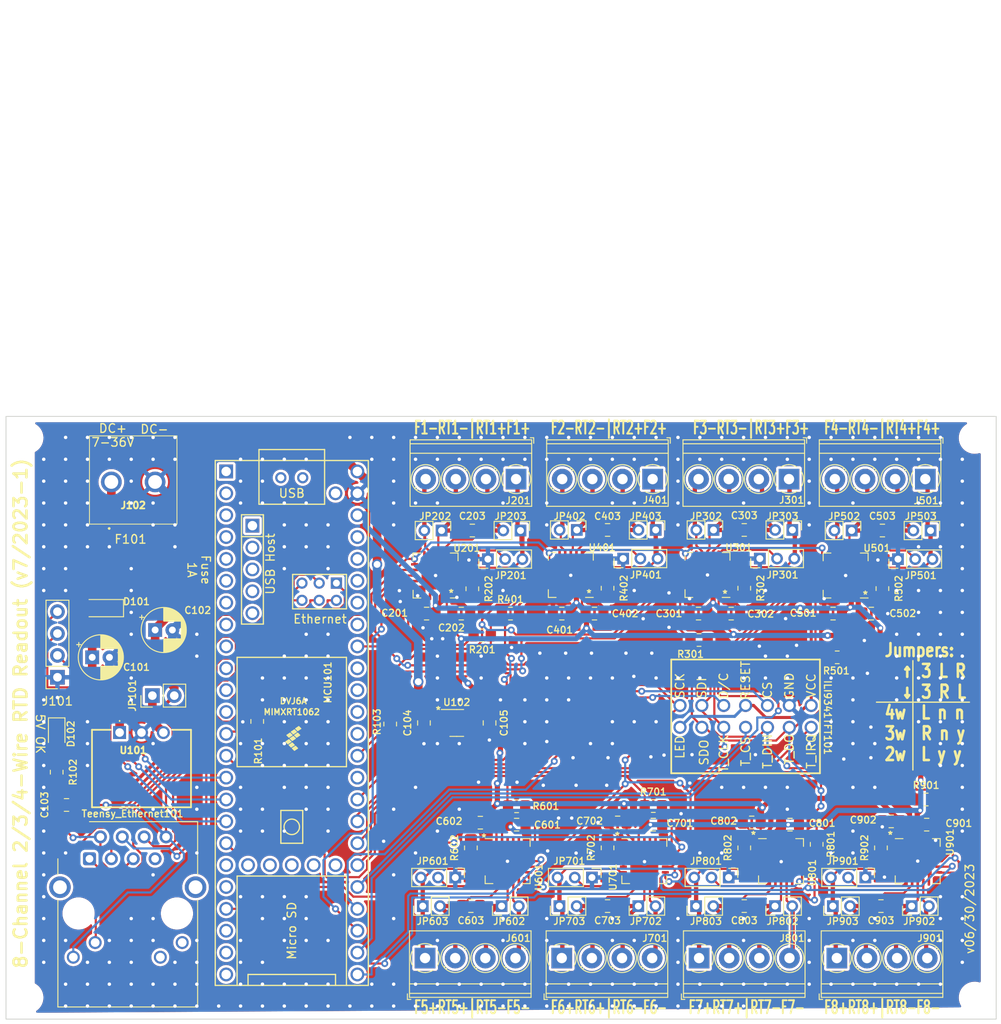
<source format=kicad_pcb>
(kicad_pcb (version 20221018) (generator pcbnew)
  (layers (0 "F.Cu" signal) (31 "B.Cu" signal) (34 "B.Paste" user) (35 "F.Paste" user) (36 "B.SilkS" user "B.Silkscreen") (37 "F.SilkS" user "F.Silkscreen") (38 "B.Mask" user) (39 "F.Mask" user) (44 "Edge.Cuts" user))
  (net 0 "")
  (net 1 "Net-(C103-Pad1)")
  (net 2 "+3.3V")
  (net 3 "Net-(C103-Pad2)")
  (net 4 "Net-(J201-Pin_2)")
  (net 5 "Net-(J201-Pin_3)")
  (net 6 "+5V")
  (net 7 "GND")
  (net 8 "Net-(J301-Pin_2)")
  (net 9 "Net-(J301-Pin_3)")
  (net 10 "Net-(J401-Pin_2)")
  (net 11 "Net-(J401-Pin_3)")
  (net 12 "Net-(J501-Pin_2)")
  (net 13 "/CS_3")
  (net 14 "Net-(J501-Pin_3)")
  (net 15 "Net-(J601-Pin_2)")
  (net 16 "Net-(J601-Pin_3)")
  (net 17 "Net-(J701-Pin_2)")
  (net 18 "Net-(J701-Pin_3)")
  (net 19 "Net-(J801-Pin_2)")
  (net 20 "Net-(J801-Pin_3)")
  (net 21 "Net-(J901-Pin_2)")
  (net 22 "Net-(J901-Pin_3)")
  (net 23 "Net-(D101-A)")
  (net 24 "Net-(D102-A)")
  (net 25 "Net-(J102-Pin_1)")
  (net 26 "Net-(J201-Pin_1)")
  (net 27 "Net-(J201-Pin_4)")
  (net 28 "Net-(J301-Pin_1)")
  (net 29 "Net-(J301-Pin_4)")
  (net 30 "Net-(J401-Pin_1)")
  (net 31 "Net-(J401-Pin_4)")
  (net 32 "Net-(J501-Pin_1)")
  (net 33 "/CS_2")
  (net 34 "/TFT_CS")
  (net 35 "/T_IRQ")
  (net 36 "/T_CS")
  (net 37 "/TFT_DC")
  (net 38 "/CS_1")
  (net 39 "/CS_4")
  (net 40 "/CS_5")
  (net 41 "Net-(J501-Pin_4)")
  (net 42 "Net-(J601-Pin_1)")
  (net 43 "Net-(J601-Pin_4)")
  (net 44 "/CS_7")
  (net 45 "/SDO")
  (net 46 "Net-(J701-Pin_1)")
  (net 47 "/CS_6")
  (net 48 "Net-(J701-Pin_4)")
  (net 49 "/CS_8")
  (net 50 "I2C_SCL")
  (net 51 "I2C_SDA")
  (net 52 "Net-(J801-Pin_1)")
  (net 53 "Net-(J801-Pin_4)")
  (net 54 "Net-(J901-Pin_1)")
  (net 55 "Net-(J901-Pin_4)")
  (net 56 "Net-(JP101-A)")
  (net 57 "Net-(JP201-C)")
  (net 58 "Net-(JP301-C)")
  (net 59 "Net-(JP401-C)")
  (net 60 "Net-(JP501-C)")
  (net 61 "Net-(JP601-C)")
  (net 62 "Net-(JP701-C)")
  (net 63 "Net-(JP801-C)")
  (net 64 "Net-(JP901-C)")
  (net 66 "/SDI")
  (net 67 "/CLK")
  (net 69 "+3.3VA")
  (net 80 "Net-(MCU101-11_MOSI_CTX1)")
  (net 87 "Net-(MCU101-13_SCK_LED)")
  (net 108 "Net-(MCU101-R+)")
  (net 109 "Net-(MCU101-LED)")
  (net 110 "Net-(MCU101-T-)")
  (net 111 "Net-(MCU101-T+)")
  (net 112 "Net-(MCU101-R-)")
  (net 115 "Net-(U201-SDO)")
  (net 116 "Net-(U201-BIAS)")
  (net 117 "Net-(U201-ISENSOR)")
  (net 118 "Net-(U301-SDO)")
  (net 119 "Net-(U301-BIAS)")
  (net 120 "Net-(U301-ISENSOR)")
  (net 121 "Net-(U401-SDO)")
  (net 122 "Net-(U401-BIAS)")
  (net 123 "Net-(U401-ISENSOR)")
  (net 124 "Net-(U501-SDO)")
  (net 128 "Net-(U501-BIAS)")
  (net 129 "Net-(U501-ISENSOR)")
  (net 130 "Net-(U601-SDO)")
  (net 131 "Net-(U601-BIAS)")
  (net 132 "Net-(U601-ISENSOR)")
  (net 133 "Net-(U701-SDO)")
  (net 134 "Net-(U701-BIAS)")
  (net 135 "Net-(U701-ISENSOR)")
  (net 136 "Net-(U801-SDO)")
  (net 137 "Net-(U801-BIAS)")
  (net 138 "Net-(U801-ISENSOR)")
  (net 139 "Net-(U901-SDO)")
  (net 140 "Net-(U901-BIAS)")
  (net 141 "Net-(U901-ISENSOR)")
  (net 159 "Net-(D101-K)")
  (net 160 "Net-(J101-Pin_2)")
  (footprint "Resistor_SMD:R_0805_2012Metric_Pad1.20x1.40mm_HandSolder" (layer "F.Cu") (at 144.16 62.5225 90)
    (fp_text reference "R202")
    (fp_text value "440R")
  )
  (footprint "Capacitor_SMD:C_0805_2012Metric_Pad1.18x1.45mm_HandSolder" (layer "F.Cu") (at 190.5 65.405)
    (fp_text reference "C502")
    (fp_text value "100n")
  )
  (footprint "Resistor_SMD:R_0805_2012Metric_Pad1.20x1.40mm_HandSolder" (layer "F.Cu") (at 149.3012 87.7824)
    (fp_text reference "R601")
    (fp_text value "22R")
  )
  (footprint "Capacitor_SMD:C_0805_2012Metric_Pad1.18x1.45mm_HandSolder" (layer "F.Cu") (at 149.3025 89.916 180)
    (fp_text reference "C601")
    (fp_text value "100n")
  )
  (footprint "Resistor_SMD:R_0805_2012Metric_Pad1.20x1.40mm_HandSolder" (layer "F.Cu") (at 196.865 86.995)
    (fp_text reference "R901")
    (fp_text value "22R")
  )
  (footprint "Capacitor_SMD:C_0805_2012Metric_Pad1.18x1.45mm_HandSolder" (layer "F.Cu") (at 174.2225 65.405)
    (fp_text reference "C302")
    (fp_text value "100n")
  )
  (footprint "Connector_PinHeader_2.00mm:PinHeader_1x02_P2.00mm_Vertical" (layer "F.Cu") (at 186.025 99.375 90)
    (fp_text reference "JP903")
    (fp_text value "2w")
  )
  (footprint "Package_DFN_QFN:TQFN-20-1EP_5x5mm_P0.65mm_EP3.25x3.25mm" (layer "F.Cu") (at 180.01 94.15)
    (fp_text reference "U801")
    (fp_text value "MAX31865xTP")
  )
  (footprint "Connector_PinHeader_2.00mm:PinHeader_1x02_P2.00mm_Vertical" (layer "F.Cu") (at 154.275 99.375 90)
    (fp_text reference "JP703")
    (fp_text value "2w")
  )
  (footprint "Capacitor_SMD:C_0805_2012Metric_Pad1.18x1.45mm_HandSolder" (layer "F.Cu") (at 186.055 65.405)
    (fp_text reference "C501")
    (fp_text value "100n")
  )
  (footprint "Capacitor_SMD:C_0805_2012Metric_Pad1.18x1.45mm_HandSolder" (layer "F.Cu") (at 144.16 55.7575)
    (fp_text reference "C203")
    (fp_text value "100n")
  )
  (footprint "Connector_PinHeader_2.00mm:PinHeader_1x03_P2.00mm_Vertical" (layer "F.Cu") (at 177.55 59.0125 90)
    (fp_text reference "JP301")
    (fp_text value "3w:2+3")
  )
  (footprint "Resistor_SMD:R_0805_2012Metric_Pad1.20x1.40mm_HandSolder" (layer "F.Cu") (at 186.535 70.485 180)
    (fp_text reference "R501")
    (fp_text value "22R")
  )
  (footprint "TerminalBlock_Phoenix:TerminalBlock_Phoenix_PT-1,5-4-3.5-H_1x04_P3.50mm_Horizontal" (layer "F.Cu") (at 154.544 105.41)
    (fp_text reference "J701")
    (fp_text value "Ch1")
  )
  (footprint "TerminalBlock_Phoenix:TerminalBlock_Phoenix_PT-1,5-4-3.5-H_1x04_P3.50mm_Horizontal" (layer "F.Cu") (at 149.24 49.784 180)
    (fp_text reference "J201")
    (fp_text value "Ch1")
  )
  (footprint "Connector_PinHeader_2.00mm:PinHeader_1x02_P2.00mm_Vertical" (layer "F.Cu") (at 188.215 55.7575 -90)
    (fp_text reference "JP502")
    (fp_text value "2/3w")
  )
  (footprint "Connector_PinHeader_2.00mm:PinHeader_1x02_P2.00mm_Vertical" (layer "F.Cu") (at 181.33 55.6925 -90)
    (fp_text reference "JP303")
    (fp_text value "2w")
  )
  (footprint "Resistor_SMD:R_0805_2012Metric_Pad1.20x1.40mm_HandSolder" (layer "F.Cu") (at 175.74 62.4575 90)
    (fp_text reference "R302")
    (fp_text value "440R")
  )
  (footprint "MountingHole:MountingHole_3.2mm_M3_DIN965" (layer "F.Cu") (at 202.5 110 180)
    (fp_text reference "H103" hide)
    (fp_text value "MountingHole" hide)
  )
  (footprint "TerminalBlock_Phoenix:TerminalBlock_Phoenix_PT-1,5-4-3.5-H_1x04_P3.50mm_Horizontal" (layer "F.Cu") (at 186.492 105.41)
    (fp_text reference "J901")
    (fp_text value "Ch1")
  )
  (footprint "MountingHole:MountingHole_3.2mm_M3_DIN965" (layer "F.Cu") (at 92.5 45)
    (fp_text reference "H101" hide)
    (fp_text value "MountingHole" hide)
  )
  (footprint "Diode_SMD:D_SOD-123" (layer "F.Cu") (at 101.29 64.77 180)
    (fp_text reference "D101")
    (fp_text value "D" hide)
  )
  (footprint "ScrewTerminals:TB00750802BE" (layer "F.Cu") (at 102.235 50.115)
    (fp_text reference "J102")
    (fp_text value "Screw_Terminal_01x02" hide)
  )
  (footprint "Connector_PinHeader_2.00mm:PinHeader_1x02_P2.00mm_Vertical" (layer "F.Cu") (at 165.455 55.6925 -90)
    (fp_text reference "JP403")
    (fp_text value "2w")
  )
  (footprint "Connector_PinHeader_2.00mm:PinHeader_1x02_P2.00mm_Vertical" (layer "F.Cu") (at 179.31 99.375 90)
    (fp_text reference "JP802")
    (fp_text value "2/3w")
  )
  (footprint "Package_DFN_QFN:TQFN-20-1EP_5x5mm_P0.65mm_EP3.25x3.25mm" (layer "F.Cu") (at 195.885 94.15)
    (fp_text reference "U901")
    (fp_text value "MAX31865xTP")
  )
  (footprint "Resistor_SMD:R_0805_2012Metric_Pad1.20x1.40mm_HandSolder" (layer "F.Cu") (at 170.49 68.4725 180)
    (fp_text reference "R301")
    (fp_text value "22R")
  )
  (footprint "Capacitor_SMD:C_0805_2012Metric_Pad1.18x1.45mm_HandSolder" (layer "F.Cu") (at 175.74 55.6925)
    (fp_text reference "C303")
    (fp_text value "100n")
  )
  (footprint "Capacitor_SMD:C_0805_2012Metric_Pad1.18x1.45mm_HandSolder" (layer "F.Cu") (at 176.6075 89.662 180)
    (fp_text reference "C802")
    (fp_text value "100n")
  )
  (footprint "TerminalBlock_Phoenix:TerminalBlock_Phoenix_PT-1,5-4-3.5-H_1x04_P3.50mm_Horizontal" (layer "F.Cu") (at 180.934 49.784 180)
    (fp_text reference "J301")
    (fp_text value "Ch1")
  )
  (footprint "Connector_PinHeader_2.54mm:PinHeader_1x02_P2.54mm_Vertical" (layer "F.Cu") (at 107 74.93 90)
    (fp_text reference "JP101")
    (fp_text value "PS")
  )
  (footprint "Capacitor_SMD:C_0805_2012Metric_Pad1.18x1.45mm_HandSolder" (layer "F.Cu") (at 159.865 99.375 180)
    (fp_text reference "C703")
    (fp_text value "100n")
  )
  (footprint "Resistor_SMD:R_0805_2012Metric_Pad1.20x1.40mm_HandSolder" (layer "F.Cu") (at 159.865 62.4575 90)
    (fp_text reference "R402")
    (fp_text value "440R")
  )
  (footprint "TerminalBlock_Phoenix:TerminalBlock_Phoenix_PT-1,5-4-3.5-H_1x04_P3.50mm_Horizontal" (layer "F.Cu") (at 165.1 49.784 180)
    (fp_text reference "J401")
    (fp_text value "Ch1")
  )
  (footprint "Capacitor_SMD:C_0805_2012Metric_Pad1.18x1.45mm_HandSolder" (layer "F.Cu") (at 158.3475 65.405)
    (fp_text reference "C402")
    (fp_text value "100n")
  )
  (footprint "Package_DFN_QFN:TQFN-20-1EP_5x5mm_P0.65mm_EP3.25x3.25mm" (layer "F.Cu") (at 187.515 60.9825 180)
    (fp_text reference "U501")
    (fp_text value "MAX31865xTP")
  )
  (footprint "MountingHole:MountingHole_3.2mm_M3_DIN965" (layer "F.Cu") (at 202.5 45 90)
    (fp_text reference "H102" hide)
    (fp_text value "MountingHole" hide)
  )
  (footprint "Connector_PinHeader_2.00mm:PinHeader_1x03_P2.00mm_Vertical" (layer "F.Cu") (at 193.595 59.0775 90)
    (fp_text reference "JP501")
    (fp_text value "3w:2+3")
  )
  (footprint "Package_DFN_QFN:TQFN-20-1EP_5x5mm_P0.65mm_EP3.25x3.25mm" (layer "F.Cu") (at 148.26 94.15)
    (fp_text reference "U601")
    (fp_text value "MAX31865xTP")
  )
  (footprint "Connector_PinHeader_2.00mm:PinHeader_1x02_P2.00mm_Vertical" (layer "F.Cu") (at 170.15 99.375 90)
    (fp_text reference "JP803")
    (fp_text value "2w")
  )
  (footprint "Resistor_SMD:R_0805_2012Metric_Pad1.20x1.40mm_HandSolder" (layer "F.Cu") (at 191.785 62.5 90)
    (fp_text reference "R502")
    (fp_text value "440R")
  )
  (footprint "Capacitor_THT:CP_Radial_D5.0mm_P2.00mm" (layer "F.Cu") (at 100.0099 70.485)
    (fp_text reference "C101")
    (fp_text value "10u" hide)
  )
  (footprint "Resistor_SMD:R_0805_2012Metric_Pad1.20x1.40mm_HandSolder" (layer "F.Cu") (at 134.62 78.232 -90)
    (fp_text reference "R103")
    (fp_text value "22R" hide)
  )
  (footprint "Connector_PinHeader_2.00mm:PinHeader_1x03_P2.00mm_Vertical" (layer "F.Cu") (at 158.055 96.055 -90)
    (fp_text reference "JP701")
    (fp_text value "3w:2+3")
  )
  (footprint "ILI9341TFT:ILI9341TFT-RibbonCable" (layer "F.Cu") (at 175.895 76.835 180)
    (fp_text reference "ILI9341TFT101")
    (fp_text value "~")
  )
  (footprint "Package_TO_SOT_SMD:SOT-23-5" (layer "F.Cu") (at 142.35 78.105)
    (fp_text reference "U102")
    (fp_text value "NCP163ASN330T1G" hide)
  )
  (footprint "Teensy41:Teensy41" (layer "F.Cu") (at 123.19 78.105 -90)
    (fp_text reference "MCU101")
    (fp_text value "~")
  )
  (footprint "Package_DFN_QFN:TQFN-20-1EP_5x5mm_P0.65mm_EP3.25x3.25mm" (layer "F.Cu") (at 164.135 94.15)
    (fp_text reference "U701")
    (fp_text value "MAX31865xTP")
  )
  (footprint "Capacitor_SMD:C_0805_2012Metric_Pad1.18x1.45mm_HandSolder" (layer "F.Cu") (at 161.036 89.662 180)
    (fp_text reference "C702")
    (fp_text value "100n")
  )
  (footprint "Capacitor_SMD:C_0805_2012Metric_Pad1.18x1.45mm_HandSolder" (layer "F.Cu") (at 170.4275 65.405)
    (fp_text reference "C301")
    (fp_text value "100n")
  )
  (footprint "Capacitor_SMD:C_0805_2012Metric_Pad1.18x1.45mm_HandSolder" (layer "F.Cu") (at 165.1775 89.916 180)
    (fp_text reference "C701")
    (fp_text value "100n")
  )
  (footprint "Resistor_SMD:R_0805_2012Metric_Pad1.20x1.40mm_HandSolder" (layer "F.Cu") (at 175.74 92.61 -90)
    (fp_text reference "R802")
    (fp_text value "440R")
  )
  (footprint "Resistor_SMD:R_0805_2012Metric_Pad1.20x1.40mm_HandSolder" (layer "F.Cu") (at 165.1762 87.757)
    (fp_text reference "R701")
    (fp_text value "22R")
  )
  (footprint "Capacitor_SMD:C_0805_2012Metric_Pad1.18x1.45mm_HandSolder" (layer "F.Cu") (at 143.99 99.375 180)
    (fp_text reference "C603")
    (fp_text value "100n")
  )
  (footprint "Capacitor_SMD:C_0805_2012Metric_Pad1.18x1.45mm_HandSolder" (layer "F.Cu") (at 191.615 99.375 180)
    (fp_text reference "C903")
    (fp_text value "100n")
  )
  (footprint "Capacitor_SMD:C_0805_2012Metric_Pad1.18x1.45mm_HandSolder" (layer "F.Cu") (at 159.865 55.6925)
    (fp_text reference "C403")
    (fp_text value "100n")
  )
  (footprint "Package_DFN_QFN:TQFN-20-1EP_5x5mm_P0.65mm_EP3.25x3.25mm" (layer "F.Cu") (at 155.595 60.9175 180)
    (fp_text reference "U401")
    (fp_text value "MAX31865xTP")
  )
  (footprint "Capacitor_SMD:C_0805_2012Metric_Pad1.18x1.45mm_HandSolder" (layer "F.Cu") (at 97.028 87.63)
    (fp_text reference "C103")
    (fp_text value "100n")
  )
  (footprint "Connector_PinHeader_2.00mm:PinHeader_1x02_P2.00mm_Vertical" (layer "F.Cu") (at 140.59 55.7575 -90)
    (fp_text reference "JP202")
    (fp_text value "2/3w")
  )
  (footprint "Capacitor_SMD:C_0805_2012Metric_Pad1.18x1.45mm_HandSolder" (layer "F.Cu") (at 196.9275 89.916 180)
    (fp_text reference "C901")
    (fp_text value "100n")
  )
  (footprint "LED_SMD:LED_0805_2012Metric_Pad1.15x1.40mm_HandSolder" (layer "F.Cu") (at 95.885 79.375 -90)
    (fp_text reference "D102")
    (fp_text value "LED 5VOK")
  )
  (footprint "Connector_PinHeader_2.00mm:PinHeader_1x03_P2.00mm_Vertical" (layer "F.Cu") (at 161.675 59.0125 90)
    (fp_text reference "JP401")
    (fp_text value "3w:2+3")
  )
  (footprint "Connector_PinHeader_2.00mm:PinHeader_1x02_P2.00mm_Vertical" (layer "F.Cu") (at 197.375 55.7575 -90)
    (fp_text reference "JP503")
    (fp_text value "2w")
  )
  (footprint "Package_DFN_QFN:TQFN-20-1EP_5x5mm_P0.65mm_EP3.25x3.25mm" (layer "F.Cu") (at 139.89 60.9825 180)
    (fp_text reference "U201")
    (fp_text value "MAX31865xTP")
  )
  (footprint "Connector_PinHeader_2.00mm:PinHeader_1x02_P2.00mm_Vertical" (layer "F.Cu") (at 156.295 55.6925 -90)
    (fp_text reference "JP402")
    (fp_text value "2/3w")
  )
  (footprint "Connector_PinHeader_2.00mm:PinHeader_1x02_P2.00mm_Vertical" (layer "F.Cu") (at 172.17 55.6925 -90)
    (fp_text reference "JP302")
    (fp_text value "2/3w")
  )
  (footprint "Resistor_SMD:R_0805_2012Metric_Pad1.20x1.40mm_HandSolder" (layer "F.Cu") (at 95.885 83.82 90)
    (fp_text reference "R102")
    (fp_text value "330R")
  )
  (footprint "Connector_PinHeader_2.00mm:PinHeader_1x02_P2.00mm_Vertical" (layer "F.Cu") (at 163.435 99.375 90)
    (fp_text reference "JP702")
    (fp_text value "2/3w")
  )
  (footprint "TerminalBlock_Phoenix:TerminalBlock_Phoenix_PT-1,5-4-3.5-H_1x04_P3.50mm_Horizontal" (layer "F.Cu") (at 138.669 105.41)
    (fp_text reference "J601")
    (fp_text value "Ch1")
  )
  (footprint "Connector_PinHeader_2.00mm:PinHeader_1x02_P2.00mm_Vertical" (layer "F.Cu") (at 195.185 99.375 90)
    (fp_text reference "JP902")
    (fp_text value "2/3w")
  )
  (footprint "TerminalBlock_Phoenix:TerminalBlock_Phoenix_PT-1,5-4-3.5-H_1x04_P3.50mm_Horizontal" (layer "F.Cu") (at 170.49 105.41)
    (fp_text reference "J801")
    (fp_text value "Ch1")
  )
  (footprint "Resistor_SMD:R_0805_2012Metric_Pad1.20x1.40mm_HandSolder" (layer "F.Cu") (at 119.1768 77.9272 90)
    (fp_text reference "R101")
    (fp_text value "22R")
  )
  (footprint "Capacitor_SMD:C_0805_2012Metric_Pad1.18x1.45mm_HandSolder" (layer "F.Cu") (at 138.54 78.105 -90)
    (fp_text reference "C104")
    (fp_text value "1u" hide)
  )
  (footprint "Capacitor_SMD:C_0805_2012Metric_Pad1.18x1.45mm_HandSolder" (layer "F.Cu") (at 191.785 55.7575)
    (fp_text reference "C503")
    (fp_text value "100n")
  )
  (footprint "Connector_PinHeader_2.00mm:PinHeader_1x02_P2.00mm_Vertical" (layer "F.Cu") (at 138.4 99.375 90)
    (fp_text reference "JP603")
    (fp_text value "2w")
  )
  (footprint "Connector_RJ:RJ45_Cetus_J1B1211CCD_Horizontal" (layer "F.Cu") (at 99.695 93.88)
    (fp_text reference "Teensy_Ethernet101")
    (fp_text value "~")
  )
  (footprint "Capacitor_SMD:C_0805_2012Metric_Pad1.18x1.45mm_HandSolder" (layer "F.Cu") (at 146.16 78.105 -90)
    (fp_text reference "C105")
    (fp_text value "1u" hide)
  )
  (footprint "TerminalBlock_Phoenix:TerminalBlock_Phoenix_PT-1,5-4-3.5-H_1x04_P3.50mm_Horizontal" (layer "F.Cu") (at 196.766 49.784 180)
    (fp_text reference "J501")
    (fp_text value "Ch1")
  )
  (footprint "Capacitor_SMD:C_0805_2012Metric_Pad1.18x1.45mm_HandSolder" (layer "F.Cu") (at 145.0887 89.6874 180)
    (fp_text reference "C602")
    (fp_text value "100n")
  )
  (footprint "Connector_PinHeader_2.00mm:PinHeader_1x02_P2.00mm_Vertical" (layer "F.Cu") (at 147.56 99.375 90)
    (fp_text reference "JP602")
    (fp_text value "2/3w")
  )
  (footprint "Capacitor_SMD:C_0805_2012Metric_Pad1.18x1.45mm_HandSolder" (layer "F.Cu") (at 154.5525 65.405)
    (fp_text reference "C401")
    (fp_text value "100n")
  )
  (footprint "Connector_PinHeader_2.00mm:PinHeader_1x03_P2.00mm_Vertical" (layer "F.Cu") (at 189.805 96.055 -90)
    (fp_text reference "JP901")
    (fp_text value "3w:2+3")
  )
  (footprint "Connector_PinHeader_2.00mm:PinHeader_1x03_P2.00mm_Vertical" (layer "F.Cu") (at 173.93 96.055 -90)
    (fp_text reference "JP801")
    (fp_text value "3w:2+3")
  )
  (footprint "Resistor_SMD:R_0805_2012Metric_Pad1.20x1.40mm_HandSolder" (layer "F.Cu") (at 145.304 67.945 180)
    (fp_text reference "R201")
    (fp_text value "22R")
  )
  (footprint "MeanWell-DC-DC:N78051C" (layer "F.Cu") (at 103.195 79.22)
    (fp_text reference "U101")
    (fp_text value "N7805" hide)
  )
  (footprint "Capacitor_SMD:C_0805_2012Metric_Pad1.18x1.45mm_HandSolder" (layer "F.Cu") (at 142.875 65.405)
    (fp_text reference "C202")
    (fp_text value "100n")
  )
  (footprint "Connector_PinHeader_2.00mm:PinHeader_1x03_P2.00mm_Vertical" (layer "F.Cu") (at 145.97 59.0775 90)
    (fp_text reference "JP201")
    (fp_text value "3w:2+3")
  )
  (footprint "Capacitor_SMD:C_0805_2012Metric_Pad1.18x1.45mm_HandSolder" (layer "F.Cu") (at 138.8475 65.405)
    (fp_text reference "C201")
    (fp_text value "100n")
  )
  (footprint "Capacitor_SMD:C_0805_2012Metric_Pad1.18x1.45mm_HandSolder" (layer "F.Cu") (at 175.74 99.375 180)
    (fp_text reference "C803")
    (fp_text value "100n")
  )
  (footprint "MountingHole:MountingHole_3.2mm_M3_DIN965" (layer "F.Cu") (at 92.5 110 90)
    (fp_text reference "H104" hide)
    (fp_text value "MountingHole" hide)
  )
  (footprint "Resistor_SMD:R_0805_2012Metric_Pad1.20x1.40mm_HandSolder" (layer "F.Cu") (at 159.865 92.61 -90)
    (fp_text reference "R702")
    (fp_text value "440R")
  )
  (footprint "Capacitor_THT:CP_Radial_D5.0mm_P2.00mm" (layer "F.Cu") (at 107.3199 67.31)
    (fp_text reference "C102")
    (fp_text value "22u")
  )
  (footprint "Capacitor_SMD:C_0805_2012Metric_Pad1.18x1.45mm_HandSolder" (layer "F.Cu") (at 181.0525 89.916 180)
    (fp_text reference "C801")
    (fp_text value "100n")
  )
  (footprint "Package_DFN_QFN:TQFN-20-1EP_5x5mm_P0.65mm_EP3.25x3.25mm" (layer "F.Cu") (at 171.47 60.9175 180)
    (fp_text reference "U301")
    (fp_text value "MAX31865xTP")
  )
  (footprint "Resistor_SMD:R_0805_2012Metric_Pad1.20x1.40mm_HandSolder" (layer "F.Cu") (at 143.99 92.61 -90)
    (fp_text reference "R602")
    (fp_text value "440R")
  )
  (footprint "Capacitor_SMD:C_0805_2012Metric_Pad1.18x1.45mm_HandSolder" (layer "F.Cu") (at 192.8075 89.535 180)
    (fp_text reference "C902")
    (fp_text value "100n")
  )
  (footprint "Resistor_SMD:R_0805_2012Metric_Pad1.20x1.40mm_HandSolder" (layer "F.Cu") (at 184.15 92.202 -90)
    (fp_text reference "R801")
    (fp_text value "22R")
  )
  (footprint "Connector_PinHeader_2.00mm:PinHeader_1x02_P2.00mm_Vertical" (layer "F.Cu") (at 149.75 55.7575 -90)
    (fp_text reference "JP203")
    (fp_text value "2w")
  )
  (footprint "SMD-Fuse:smd_fuse" (layer "F.Cu") (at 104.465 60.325)
    (fp_text reference "F101")
    (fp_text value "1A")
  )
  (footprint "Connector_PinSocket_2.54mm:PinSocket_1x04_P2.54mm_Vertical" (layer "F.Cu") (at 95.975 72.8 180)
    (fp_text reference "J101")
    (fp_text value "OLED Display I2C")
  )
  (footprint "Resistor_SMD:R_0805_2012Metric_Pad1.20x1.40mm_HandSolder" (layer "F.Cu") (at 191.615 92.61 -90)
    (fp_text reference "R902")
    (fp_text value "440R")
  )
  (footprint "Resistor_SMD:R_0805_2012Metric_Pad1.20x1.40mm_HandSolder" (layer "F.Cu") (at 148.59 65.405)
    (fp_text reference "R401")
    (fp_text value "22R")
  )
  (footprint "Connector_PinHeader_2.00mm:PinHeader_1x03_P2.00mm_Vertical" (layer "F.Cu") (at 142.18 96.055 -90)
    (fp_text reference "JP601")
    (fp_text value "3w:2+3")
  )
  (gr_line (start 191.0969 75.692) (end 201.8919 75.692) (stroke (width 0.15)) (layer "F.SilkS"))
  (gr_line (start 195.326 70.866) (end 195.326 83.566) (stroke (width 0.15)) (layer "F.SilkS"))
  (gr_rect (start 90 42.5) (end 205 112.5) (stroke (width 0.1)) (fill none) (layer "Edge.Cuts"))
  (gr_text "8-Channel 2/3/4-Wire RTD Readout (v7/2023-1)" (at 91.694 77 90) (layer "F.SilkS") (effects (font (size 1.5 1.5) (thickness 0.3))))
  (gr_text "*" (at 141.3 63.5) (layer "F.SilkS") (effects (font (size 0.8 0.8) (thickness 0.15) bold) (justify left bottom)))
  (gr_text "*" (at 145.1 91.9) (layer "F.SilkS") (effects (font (size 0.8 0.8) (thickness 0.15) bold) (justify left bottom)))
  (gr_text "DC+\n7-36V" (at 102.4128 44.704) (layer "F.SilkS") (effects (font (size 1 1))))
  (gr_text "F1-RT1-|RT1+F1+" (at 144.145 43.815) (layer "F.SilkS") (effects (font (size 1.5 0.9) (thickness 0.225))))
  (gr_text "DC-" (at 107.2388 43.9928) (layer "F.SilkS") (effects (font (size 1 1))))
  (gr_text "Fuse\n1A" (at 112.395 60.325 270) (layer "F.SilkS") (effects (font (size 1 1))))
  (gr_text "*" (at 173.1 63.6) (layer "F.SilkS") (effects (font (size 0.8 0.8) (thickness 0.15) bold) (justify left bottom)))
  (gr_text "5V OK" (at 93.98 79.375 270) (layer "F.SilkS") (effects (font (size 1 1))))
  (gr_text "*" (at 160.6 91.7) (layer "F.SilkS") (effects (font (size 0.8 0.8) (thickness 0.15) bold) (justify left bottom)))
  (gr_text "F4-RT4-|RT4+F4+" (at 191.77 43.815) (layer "F.SilkS") (effects (font (size 1.5 0.9) (thickness 0.225))))
  (gr_text "F5+RT5+|RT5-F5-" (at 144.145 111.125) (layer "F.SilkS") (effects (font (size 1.5 0.9) (thickness 0.225))))
  (gr_text "Jumpers:\n  ↑ 3 L R \n  ↓ 3 R L \n4w  L n n\n3w  R n y\n2w  L y y" (at 191.897 75.692) (layer "F.SilkS") (effects (font (size 1.5 1.2) (thickness 0.3)) (justify left)))
  (gr_text "F6+RT6+|RT6-F6-" (at 160.02 111.125) (layer "F.SilkS") (effects (font (size 1.5 0.9) (thickness 0.225))))
  (gr_text "*" (at 176.4 91.6) (layer "F.SilkS") (effects (font (size 0.8 0.8) (thickness 0.15) bold) (justify left bottom)))
  (gr_text "v06/30/2023" (at 201.93 99.695 90) (layer "F.SilkS") (effects (font (size 1 1))))
  (gr_text "F2-RT2-|RT2+F2+" (at 160.02 43.815) (layer "F.SilkS") (effects (font (size 1.5 0.9) (thickness 0.225))))
  (gr_text "*" (at 189.4 63.7) (layer "F.SilkS") (effects (font (size 0.8 0.8) (thickness 0.15) bold) (justify left bottom)))
  (gr_text "F7+RT7+|RT7-F7-" (at 176.022 111.125) (layer "F.SilkS") (effects (font (size 1.5 0.9) (thickness 0.225))))
  (gr_text "F8+RT8+|RT8-F8-" (at 191.77 111.125) (layer "F.SilkS") (effects (font (size 1.5 0.9) (thickness 0.225))))
  (gr_text "*" (at 157.305 63.5275) (layer "F.SilkS") (effects (font (size 0.8 0.8) (thickness 0.15) bold) (justify left bottom)))
  (gr_text "*" (at 139.8 77.1) (layer "F.SilkS") (effects (font (size 0.8 0.8) (thickness 0.15) bold) (justify left bottom)))
  (gr_text "*" (at 192.3 91.6) (layer "F.SilkS") (effects (font (size 0.8 0.8) (thickness 0.15) bold) (justify left bottom)))
  (gr_text "F3-RT3-|RT3+F3+" (at 176.53 43.815) (layer "F.SilkS") (effects (font (size 1.5 0.9) (thickness 0.225))))
  (segment (start 100.965 91.34) (end 100.965 94.1303) (width 0.25) (layer "F.Cu") (net 1))
  (segment (start 95.885 88.5825) (end 95.885 87.63) (width 0.25) (layer "F.Cu") (net 1))
  (segment (start 103.405 95.25) (end 104.775 93.88) (width 0.25) (layer "F.Cu") (net 1))
  (segment (start 95.9905 88.477) (end 95.9905 87.63) (width 0.25) (layer "F.Cu") (net 1))
  (segment (start 102.085 95.25) (end 103.405 95.25) (width 0.25) (layer "F.Cu") (net 1))
  (segment (start 95.885 89.535) (end 95.885 88.5825) (width 0.25) (layer "F.Cu") (net 1))
  (segment (start 95.885 88.5825) (end 95.9905 88.477) (width 0.25) (layer "F.Cu") (net 1))
  (segment (start 97.79 91.44) (end 95.885 89.535) (width 0.25) (layer "F.Cu") (net 1))
  (segment (start 100.965 94.1303) (end 102.085 95.25) (width 0.25) (layer "F.Cu") (net 1))
  (via (at 97.79 91.44) (size 0.8) (drill 0.4) (layers "F.Cu" "B.Cu") (net 1))
  (segment (start 97.89 91.34) (end 100.965 91.34) (width 0.25) (layer "B.Cu") (net 1))
  (segment (start 97.79 91.44) (end 97.89 91.34) (width 0.25) (layer "B.Cu") (net 1))
  (segment (start 191.516 77.8055) (end 196.238485 82.527985) (width 0.6) (layer "F.Cu") (net 2))
  (segment (start 171.45 64.75) (end 172.065 64.135) (width 0.6) (layer "F.Cu") (net 2))
  (segment (start 178.224039 77.47) (end 176.827039 76.073) (width 0.35) (layer "F.Cu") (net 2))
  (segment (start 147.61 91.7125) (end 147.61 90.571) (width 0.25) (layer "F.Cu") (net 2))
  (segment (start 195.834 88.646) (end 195.834 89.253) (width 0.6) (layer "F.Cu") (net 2))
  (segment (start 188.0625 64.6675) (end 187.96 64.77) (width 0.6) (layer "F.Cu") (net 2))
  (segment (start 196.167775 88.312225) (end 195.834 88.646) (width 0.6) (layer "F.Cu") (net 2))
  (segment (start 188.0625 64.6675) (end 188.062494 64.6675) (width 0.25) (layer "F.Cu") (net 2))
  (segment (start 196.167775 88.265) (end 196.167775 88.312225) (width 0.6) (layer "F.Cu") (net 2))
  (segment (start 183.515 66.04) (end 182.245 64.77) (width 0.35) (layer "F.Cu") (net 2))
  (segment (start 195.834 89.253) (end 195.89 89.309) (width 0.25) (layer "F.Cu") (net 2))
  (segment (start 195.235 90.571) (end 195.89 89.916) (width 0.25) (layer "F.Cu") (net 2))
  (segment (start 196.238485 82.527985) (end 196.238485 84.7775) (width 0.6) (layer "F.Cu") (net 2))
  (segment (start 171.45 65.39) (end 171.45 64.75) (width 0.6) (layer "F.Cu") (net 2))
  (segment (start 183.515 76.073) (end 183.515 66.04) (width 0.35) (layer "F.Cu") (net 2))
  (segment (start 187.8305 64.6675) (end 188.062494 64.6675) (width 0.6) (layer "F.Cu") (net 2))
  (segment (start 187.093 65.405) (end 187.8305 64.6675) (width 0.6) (layer "F.Cu") (net 2))
  (segment (start 195.89 89.309) (end 195.89 89.916) (width 0.25) (layer "F.Cu") (net 2))
  (segment (start 179.36 90.571) (end 180.015 89.916) (width 0.25) (layer "F.Cu") (net 2))
  (segment (start 179.36 91.7125) (end 179.36 90.571) (width 0.25) (layer "F.Cu") (net 2))
  (segment (start 191.5668 67.0814) (end 191.516 67.1322) (width 0.6) (layer "F.Cu") (net 2))
  (segment (start 140.070473 64.4652) (end 140.54 63.995673) (width 0.6) (layer "F.Cu") (net 2))
  (segment (start 164.5185 90.2435) (end 164.846 89.916) (width 0.25) (layer "F.Cu") (net 2))
  (segment (start 188.165 64.565) (end 188.0625 64.6675) (width 0.6) (layer "F.Cu") (net 2))
  (segment (start 195.834 89.253) (end 195.834 89.86) (width 0.6) (layer "F.Cu") (net 2))
  (segment (start 191.516 67.1322) (end 191.516 77.8055) (width 0.6) (layer "F.Cu") (net 2))
  (segment (start 172.065 64.135) (end 172.12 64.135) (width 0.6) (layer "F.Cu") (net 2))
  (segment (start 163.485 90.571) (end 163.8125 90.2435) (width 0.25) (layer "F.Cu") (net 2))
  (segment (start 176.827039 76.073) (end 175.895 76.073) (width 0.35) (layer "F.Cu") (net 2))
  (segment (start 172.12 63.355) (end 172.12 64.135) (width 0.6) (layer "F.Cu") (net 2))
  (segment (start 147.61 90.571) (end 147.9375 90.2435) (width 0.25) (layer "F.Cu") (net 2))
  (segment (start 155.59 65.405) (end 156.245 64.75) (width 0.25) (layer "F.Cu") (net 2))
  (segment (start 180.848 89.916) (end 180.015 89.916) (width 0.6) (layer "F.Cu") (net 2))
  (segment (start 139.885 64.4652) (end 139.885 65.405) (width 0.6) (layer "F.Cu") (net 2))
  (segment (start 156.245 64.75) (end 156.245 64.135) (width 0.25) (layer "F.Cu") (net 2))
  (segment (start 139.885 64.4652) (end 140.070473 64.4652) (width 0.6) (layer "F.Cu") (net 2))
  (segment (start 181.61 77.47) (end 178.224039 77.47) (width 0.35) (layer "F.Cu") (net 2))
  (segment (start 140.54 63.995673) (end 140.54 63.42) (width 0.6) (layer "F.Cu") (net 2))
  (segment (start 188.165 63.42) (end 188.165 64.565) (width 0.6) (layer "F.Cu") (net 2))
  (segment (start 156.245 63.355) (end 156.245 64.135) (width 0.6) (layer "F.Cu") (net 2))
  (segment (start 195.235 91.7125) (end 195.235 90.571) (width 0.25) (layer "F.Cu") (net 2))
  (segment (start 183.007 76.073) (end 181.61 77.47) (width 0.35) (layer "F.Cu") (net 2))
  (segment (start 163.485 91.7125) (end 163.485 90.571) (width 0.25) (layer "F.Cu") (net 2))
  (via (at 156.245 64.135) (size 0.6) (drill 0.4) (layers "F.Cu" "B.Cu") (net 2))
  (via (at 182.245 64.77) (size 0.8) (drill 0.4) (layers "F.Cu" "B.Cu") (net 2))
  (via (at 191.5668 67.0814) (size 0.6) (drill 0.4) (layers "F.Cu" "B.Cu") (net 2))
  (via (at 196.167775 88.265) (size 0.6) (drill 0.4) (layers "F.Cu" "B.Cu") (net 2))
  (via (at 188.062494 64.6675) (size 0.6) (drill 0.4) (layers "F.Cu" "B.Cu") (net 2))
  (via (at 172.12 64.135) (size 0.6) (drill 0.4) (layers "F.Cu" "B.Cu") (net 2))
  (via (at 180.848 89.916) (size 0.6) (drill 0.4) (layers "F.Cu" "B.Cu") (net 2))
  (via (at 148.59 90.17) (size 0.6) (drill 0.4) (layers "F.Cu" "B.Cu") (net 2))
  (via (at 139.885 64.4652) (size 0.6) (drill 0.4) (layers "F.Cu" "B.Cu") (net 2))
  (via (at 164.846 89.916) (size 0.6) (drill 0.4) (layers "F.Cu" "B.Cu") (net 2))
  (via (at 196.238485 84.7775) (size 0.6) (drill 0.4) (layers "F.Cu" "B.Cu") (net 2))
  (segment (start 139.885 64.4652) (end 139.885 63.304) (width 0.6) (layer "B.Cu") (net 2))
  (segment (start 184.885965 89.916) (end 180.024 89.916) (width 0.6) (layer "B.Cu") (net 2))
  (segment (start 189.130293 64.6675) (end 188.062494 64.6675) (width 0.6) (layer "B.Cu") (net 2))
  (segment (start 156.88 64.77) (end 171.485 64.77) (width 0.6) (layer "B.Cu") (net 2))
  (segment (start 182.245 64.77) (end 187.959994 64.77) (width 0.6) (layer "B.Cu") (net 2))
  (segment (start 187.959994 64.77) (end 188.062494 64.6675) (width 0.6) (layer "B.Cu") (net 2))
  (segment (start 156.245 64.135) (end 156.88 64.77) (width 0.6) (layer "B.Cu") (net 2))
  (segment (start 164.8461 89.916) (end 180.848 89.916) (width 0.6) (layer "B.Cu") (net 2))
  (segment (start 149.16 90.7401) (end 148.59 90.17) (width 0.6) (layer "B.Cu") (net 2))
  (segment (start 174.625 77.343) (end 169.545 77.343) (width 0.35) (layer "B.Cu") (net 2))
  (segment (start 169.545 77.343) (end 168.275 78.613) (width 0.35) (layer "B.Cu") (net 2))
  (segment (start 175.895 76.073) (end 174.625 77.343) (width 0.35) (layer "B.Cu") (net 2))
  (segment (start 190.6016 66.138807) (end 189.130293 64.6675) (width 0.6) (layer "B.Cu") (net 2))
  (segment (start 140.1898 64.77) (end 155.61 64.77) (width 0.6) (layer "B.Cu") (net 2))
  (segment (start 131.7244 55.1434) (end 131.7244 53.8226) (width 0.6) (layer "B.Cu") (net 2))
  (segment (start 196.167775 88.265) (end 196.238485 88.19429) (width 0.6) (layer "B.Cu") (net 2))
  (segment (start 182.245 64.77) (end 172.755 64.77) (width 0.6) (layer "B.Cu") (net 2))
  (segment (start 171.485 64.77) (end 172.12 64.135) (width 0.6) (layer "B.Cu") (net 2))
  (segment (start 149.16 90.7401) (end 164.022 90.7401) (width 0.6) (layer "B.Cu") (net 2))
  (segment (start 139.885 64.4652) (end 140.1898 64.77) (width 0.6) (layer "B.Cu") (net 2))
  (segment (start 130.9624 53.8226) (end 130.81 53.975) (width 0.6) (layer "B.Cu") (net 2))
  (segment (start 190.624207 66.138807) (end 190.6016 66.138807) (width 0.6) (layer "B.Cu") (net 2))
  (segment (start 172.755 64.77) (end 172.12 64.135) (width 0.6) (layer "B.Cu") (net 2))
  (segment (start 196.238485 88.19429) (end 196.238485 84.7775) (width 0.6) (layer "B.Cu") (net 2))
  (segment (start 164.022 90.7401) (end 164.8461 89.916) (width 0.6) (layer "B.Cu") (net 2))
  (segment (start 131.7244 53.8226) (end 130.9624 53.8226) (width 0.6) (layer "B.Cu") (net 2))
  (segment (start 164.022 90.7401) (end 164.846 89.916) (width 0.6) (layer "B.Cu") (net 2))
  (segment (start 196.167775 88.265) (end 186.536965 88.265) (width 0.6) (layer "B.Cu") (net 2))
  (segment (start 139.885 63.304) (end 131.7244 55.1434) (width 0.6) (layer "B.Cu") (net 2))
  (segment (start 186.536965 88.265) (end 184.885965 89.916) (width 0.6) (layer "B.Cu") (net 2))
  (segment (start 155.61 64.77) (end 156.245 64.135) (width 0.6) (layer "B.Cu") (net 2))
  (segment (start 191.5668 67.0814) (end 190.624207 66.138807) (width 0.6) (layer "B.Cu") (net 2))
  (segment (start 125.3466 63.8654) (end 125.3466 64.268859) (width 0.25) (layer "F.Cu") (net 3))
  (segment (start 108.585 85.0912) (end 108.585 91.3395) (width 0.25) (layer "F.Cu") (net 3))
  (segment (start 115.104 73.17) (end 112.364 75.91) (width 0.25) (layer "F.Cu") (net 3))
  (segment (start 124.775459 64.84) (end 122.669792 64.84) (width 0.25) (layer "F.Cu") (net 3))
  (segment (start 109.405 84.268604) (end 109.405 84.2712) (width 0.25) (layer "F.Cu") (net 3))
  (segment (start 116.695 70.814792) (end 116.695 72.220991) (width 0.25) (layer "F.Cu") (net 3))
  (segment (start 101.6 87.63) (end 98.0655 87.63) (width 0.25) (layer "F.Cu") (net 3))
  (segment (start 126.3716 63.8654) (end 125.3466 63.8654) (width 0.25) (layer "F.Cu") (net 3))
  (segment (start 112.364 81.309604) (end 109.405 84.268604) (width 0.25) (layer "F.Cu") (net 3))
  (segment (start 109.405 84.2712) (end 108.585 85.0912) (width 0.25) (layer "F.Cu") (net 3))
  (segment (start 122.669792 64.84) (end 116.695 70.814792) (width 0.25) (layer "F.Cu") (net 3))
  (segment (start 115.745991 73.17) (end 115.104 73.17) (width 0.25) (layer "F.Cu") (net 3))
  (segment (start 112.364 75.91) (end 112.364 81.309604) (width 0.25) (layer "F.Cu") (net 3))
  (segment (start 116.695 72.220991) (end 115.745991 73.17) (width 0.25) (layer "F.Cu") (net 3))
  (segment (start 125.3466 64.268859) (end 124.775459 64.84) (width 0.25) (layer "F.Cu") (net 3))
  (via (at 101.6 87.63) (size 0.8) (drill 0.4) (layers "F.Cu" "B.Cu") (net 3))
  (segment (start 110.67 93.2832) (end 110.67 93.8838) (width 0.25) (layer "B.Cu") (net 3))
  (segment (start 110.67 93.8838) (end 106.763 97.79) (width 0.25) (layer "B.Cu") (net 3))
  (segment (start 106.73 89.485) (end 104.875 87.63) (width 0.25) (layer "B.Cu") (net 3))
  (segment (start 106.871 89.485) (end 108.726 91.34) (width 0.25) (layer "B.Cu") (net 3))
  (segment (start 104.875 87.63) (end 101.6 87.63) (width 0.25) (layer "B.Cu") (net 3))
  (segment (start 106.763 97.79) (end 104.14 97.79) (width 0.25) (layer "B.Cu") (net 3))
  (segment (start 104.14 97.79) (end 97.815 104.115) (width 0.25) (layer "B.Cu") (net 3))
  (segment (start 108.585 91.34) (end 106.73 89.485) (width 0.25) (layer "B.Cu") (net 3))
  (segment (start 106.73 89.485) (end 106.871 89.485) (width 0.25) (layer "B.Cu") (net 3))
  (segment (start 97.815 104.115) (end 97.815 105.31) (width 0.25) (layer "B.Cu") (net 3))
  (segment (start 108.726 91.34) (end 110.67 93.2832) (width 0.25) (layer "B.Cu") (net 3))
  (segment (start 145.74 49.784) (end 145.91 49.954) (width 0.5) (layer "F.Cu") (net 4))
  (segment (start 140.54 58.545) (end 140.54 58.2168) (width 0.25) (layer "F.Cu") (net 4))
  (segment (start 144.148 56.8075) (end 145.198 55.7575) (width 0.25) (layer "F.Cu") (net 4))
  (segment (start 141.949 56.8075) (end 144.148 56.8075) (width 0.25) (layer "F.Cu") (net 4))
  (segment (start 145.91 49.954) (end 145.91 53.9175) (width 0.5) (layer "F.Cu") (net 4))
  (segment (start 140.54 58.2168) (end 141.949 56.8075) (width 0.25) (layer "F.Cu") (net 4))
  (segment (start 145.91 53.9175) (end 147.75 55.7575) (width 0.5) (layer "F.Cu") (net 4))
  (segment (start 145.198 55.7575) (end 147.75 55.7575) (width 0.5) (layer "F.Cu") (net 4))
  (segment (start 140.59 55.7575) (end 143.122 55.7575) (width 0.5) (layer "F.Cu") (net 5))
  (segment (start 142.24 49.784) (end 142.24 54.1075) (width 0.5) (layer "F.Cu") (net 5))
  (segment (start 139.89 58.2005) (end 140.208 57.8825) (width 0.25) (layer "F.Cu") (net 5))
  (segment (start 139.89 58.545) (end 139.89 58.2005) (width 0.25) (layer "F.Cu") (net 5))
  (segment (start 140.208 57.8825) (end 140.208 56.3573) (width 0.25) (layer "F.Cu") (net 5))
  (segment (start 140.208 56.3573) (end 140.59 55.9753) (width 0.25) (layer "F.Cu") (net 5))
  (segment (start 140.208 56.3573) (end 140.208 56.1395) (width 0.25) (layer "F.Cu") (net 5))
  (segment (start 142.24 54.1075) (end 140.59 55.7575) (width 0.5) (layer "F.Cu") (net 5))
  (segment (start 107.32 67.938) (end 107.32 67.6846) (width 0.4) (layer "F.Cu") (net 6))
  (segment (start 138.628 77.155) (end 141.2125 77.155) (width 0.4) (layer "F.Cu") (net 6))
  (segment (start 127.635 45.72) (end 130.81 48.895) (width 1) (layer "F.Cu") (net 6))
  (segment (start 113.03 61.4786) (end 113.03 45.72) (width 1) (layer "F.Cu") (net 6))
  (segment (start 107.32 67.938) (end 107.32 67.6846) (width 1) (layer "F.Cu") (net 6))
  (segment (start 107.32 68.4448) (end 107.32 67.938) (width 0.4) (layer "F.Cu") (net 6))
  (segment (start 107.32 69.5797) (end 107.32 68.4448) (width 0.4) (layer "F.Cu") (net 6))
  (segment (start 141.703 79.055) (end 141.2125 79.055) (width 0.4) (layer "F.Cu") (net 6))
  (segment (start 109.54 74.93) (end 109.54 73.9485) (width 1) (layer "F.Cu") (net 6))
  (segment (start 108.458 76.012) (end 109.54 74.93) (width 0.4) (layer "F.Cu") (net 6))
  (segment (start 142.275 78.4828) (end 141.703 79.055) (width 0.4) (layer "F.Cu") (net 6))
  (segment (start 107.32 69.5798) (end 107.32 69.5797) (width 1) (layer "F.Cu") (net 6))
  (segment (start 141.703 77.155) (end 142.275 77.7272) (width 0.4) (layer "F.Cu") (net 6))
  (segment (start 107.32 71.7284) (end 107.32 69.5798) (width 1) (layer "F.Cu") (net 6))
  (segment (start 109.54 73.9485) (end 107.32 71.7284) (width 1) (layer "F.Cu") (net 6))
  (segment (start 109.425 78.743654) (end 108.458 77.776654) (width 0.4) (layer "F.Cu") (net 6))
  (segment (start 130.81 48.895) (end 133.096 51.181) (width 1) (layer "F.Cu") (net 6))
  (segment (start 142.275 77.7272) (end 142.275 78.4828) (width 0.4) (layer "F.Cu") (net 6))
  (segment (start 113.03 45.72) (end 127.635 45.72) (width 1) (layer "F.Cu") (net 6))
  (segment (start 109.425 80.567) (end 109.425 78.743654) (width 0.4) (layer "F.Cu") (net 6))
  (segment (start 108.458 77.776654) (end 108.458 76.012) (width 0.4) (layer "F.Cu") (net 6))
  (segment (start 105.172 84.82) (end 109.425 80.567) (width 0.4) (layer "F.Cu") (net 6))
  (segment (start 107.32 67.6846) (end 107.32 67.4366) (width 1) (layer "F.Cu") (net 6))
  (segment (start 107.32 69.5797) (end 107.32 68.4448) (width 1) (layer "F.Cu") (net 6))
  (segment (start 95.885 84.82) (end 105.172 84.82) (width 0.4) (layer "F.Cu") (net 6))
  (segment (start 137.881 76.4085) (end 137.881 73.315008) (width 1) (layer "F.Cu") (net 6))
  (segment (start 107.32 67.1886) (end 113.03 61.4786) (width 1) (layer "F.Cu") (net 6))
  (segment (start 141.2125 77.155) (end 141.703 77.155) (width 0.4) (layer "F.Cu") (net 6))
  (segment (start 107.32 68.4448) (end 107.32 67.938) (width 1) (layer "F.Cu") (net 6))
  (segment (start 138.54 77.0675) (end 137.881 76.4085) (width 1) (layer "F.Cu") (net 6))
  (segment (start 107.32 69.5798) (end 107.32 69.5797) (width 0.4) (layer "F.Cu") (net 6))
  (segment (start 133.096 51.181) (end 133.096 59.69) (width 1) (layer "F.Cu") (net 6))
  (via (at 133.096 59.69) (size 1.2) (drill 0.8) (layers "F.Cu" "B.Cu") (net 6))
  (via (at 137.881 73.315008) (size 1.2) (drill 0.8) (layers "F.Cu" "B.Cu") (net 6))
  (segment (start 133.096 63.776) (end 133.096 59.69) (width 1) (layer "B.Cu") (net 6))
  (segment (start 137.881 68.561) (end 133.096 63.776) (width 1) (layer "B.Cu") (net 6))
  (segment (start 137.881 73.315008) (end 137.881 68.561) (width 1) (layer "B.Cu") (net 6))
  (segment (start 154.295 62.2175) (end 153.515 62.9975) (width 0.5) (layer "F.Cu") (net 7))
  (segment (start 186.215 58.545) (end 186.215 59.3701) (width 0.25) (layer "F.Cu") (net 7))
  (segment (start 197.965 89.916) (end 197.965 90.9325) (width 0.5) (layer "F.Cu") (net 7))
  (segment (start 192.405 65.405) (end 191.5375 65.405) (width 0.25) (layer "F.Cu") (net 7))
  (segment (start 138.942 78.74) (end 139.81 78.74) (width 0.25) (layer "F.Cu") (net 7))
  (segment (start 138.54 79.8302) (end 138.942 79.4282) (width 0.25) (layer "F.Cu") (net 7))
  (segment (start 166.572 92.85) (end 165.435 92.85) (width 0.25) (layer "F.Cu") (net 7))
  (segment (start 175.26 64.7075) (end 175.26 65.405) (width 0.35) (layer "F.Cu") (net 7))
  (segment (start 154.295 58.48) (end 154.295 59.6175) (width 0.25) (layer "F.Cu") (net 7))
  (segment (start 149.56 95.7623) (end 149.56 95.45) (width 0.25) (layer "F.Cu") (net 7))
  (segment (start 170.17 58.48) (end 170.17 59.3051) (width 0.25) (layer "F.Cu") (net 7))
  (segment (start 137.4525 62.2825) (end 138.59 62.2825) (width 0.25) (layer "F.Cu") (net 7))
  (segment (start 185.0175 64.0955) (end 185.0175 65.405) (width 0.25) (layer "F.Cu") (net 7))
  (segment (start 170.17 63.355) (end 170.17 62.2175) (width 0.25) (layer "F.Cu") (net 7))
  (segment (start 146.485 92.375) (end 146.485 92.1212) (width 0.25) (layer "F.Cu") (net 7))
  (segment (start 165.747 92.5376) (end 166.215 92.0696) (width 0.5) (layer "F.Cu") (net 7))
  (segment (start 165.747 92.5376) (end 162.523 92.5376) (width 0.25) (layer "F.Cu") (net 7))
  (segment (start 185.018 64.095) (end 185.018 64.5175) (width 0.5) (layer "F.Cu") (net 7))
  (segment (start 137.81 63.3318) (end 137.81 65.405) (width 0.5) (layer "F.Cu") (net 7))
  (segment (start 146.355 96.055) (end 142.18 96.055) (width 0.25) (layer "F.Cu") (net 7))
  (segment (start 170.17 62.2175) (end 169.39 62.9975) (width 0.5) (layer "F.Cu") (net 7))
  (segment (start 181.31 92.85) (end 182.118 92.042) (width 0.5) (layer "F.Cu") (net 7))
  (segment (start 148.26 94.15) (end 146.485 92.375) (width 0.25) (layer "F.Cu") (net 7))
  (segment (start 138.54 80.518) (end 138.54 79.8302) (width 0.8) (layer "F.Cu") (net 7))
  (segment (start 138.59 58.545) (end 138.59 59.3701) (width 0.25) (layer "F.Cu") (net 7))
  (segment (start 185.018 63.48) (end 185.018 63.6725) (width 0.5) (layer "F.Cu") (net 7))
  (segment (start 163.979 94.3061) (end 162.23 96.055) (width 0.25) (layer "F.Cu") (net 7))
  (segment (start 165.435 92.85) (end 165.747 92.5376) (width 0.25) (layer "F.Cu") (net 7))
  (segment (start 186.215 59.3701) (end 186.215 59.6825) (width 0.25) (layer "F.Cu") (net 7))
  (segment (start 186.215 63.42) (end 186.215 62.2825) (width 0.25) (layer "F.Cu") (net 7))
  (segment (start 138.59 63.42) (end 138.59 62.2825) (width 0.25) (layer "F.Cu") (net 7))
  (segment (start 149.56 95.7623) (end 148.104 94.3063) (width 0.25) (layer "F.Cu") (net 7))
  (segment (start 197.185 91.7125) (end 197.185 92.85) (width 0.5) (layer "F.Cu") (net 7))
  (segment (start 95.975 78.26) (end 95.885 78.35) (width 0.4) (layer "F.Cu") (net 7))
  (segment (start 191.5375 65.005) (end 187.515 60.9825) (width 0.25) (layer "F.Cu") (net 7))
  (segment (start 165.435 95.7623) (end 165.435 95.45) (width 0.25) (layer "F.Cu") (net 7))
  (segment (start 138.54 79.8302) (end 138.54 79.1425) (width 0.8) (layer "F.Cu") (net 7))
  (segment (start 169.39 62.9975) (end 169.39 63.6725) (width 0.5) (layer "F.Cu") (net 7))
  (segment (start 153.515 62.9975) (end 153.515 65.405) (width 0.5) (layer "F.Cu") (net 7))
  (segment (start 146.05 79.8852) (end 146.05 79.2525) (width 0.8) (layer "F.Cu") (net 7))
  (segment (start 169.0325 62.2175) (end 170.17 62.2175) (width 0.25) (layer "F.Cu") (net 7))
  (segment (start 182.4475 92.85) (end 181.31 92.85) (width 0.25) (layer "F.Cu") (net 7))
  (segment (start 171.47 60.9175) (end 175.26 64.7075) (width 0.35) (layer "F.Cu") (net 7))
  (segment (start 182.118 90.993) (end 182.118 89.944) (width 0.5) (layer "F.Cu") (net 7))
  (segment (start 181.31 95.7623) (end 179.895 94.3474) (width 0.25) (layer "F.Cu") (net 7))
  (segment (start 159.385 64.7075) (end 159.385 65.405) (width 0.35) (layer "F.Cu") (net 7))
  (segment (start 150.6975 92.85) (end 149.56 92.85) (width 0.25) (layer "F.Cu") (net 7))
  (segment (start 197.9611 91.7344) (end 197.2069 91.7344) (width 0.25) (layer "F.Cu") (net 7))
  (segment (start 154.295 62.5298) (end 154.295 62.2175) (width 0.25) (layer "F.Cu") (net 7))
  (segment (start 169.39 63.6725) (end 169.39 65.405) (width 0.5) (layer "F.Cu") (net 7))
  (segment (start 138.59 62.2825) (end 137.81 63.0625) (width 0.5) (layer "F.Cu") (net 7))
  (segment (start 146.05 79.8852) (end 146.05 79.997257) (width 0.8) (layer "F.Cu") (net 7))
  (segment (start 149.56 91.7125) (end 149.56 92.85) (width 0.25) (layer "F.Cu") (net 7))
  (segment (start 143.9125 65.072) (end 142.3592 63.5186) (width 0.35) (layer "F.Cu") (net 7))
  (segment (start 137.81 63.0625) (end 137.81 63.3318) (width 0.5) (layer "F.Cu") (net 7))
  (segment (start 182.09 90.965) (end 182.09 89.916) (width 0.25) (layer "F.Cu") (net 7))
  (segment (start 150.34 92.07) (end 150.34 89.916) (width 0.5) (layer "F.Cu") (net 7))
  (segment (start 166.215 92.0696) (end 166.215 89.916) (width 0.5) (layer "F.Cu") (net 7))
  (segment (start 146.16 79.7752) (end 146.16 79.1425) (width 0.25) (layer "F.Cu") (net 7))
  (segment (start 162.23 96.055) (end 158.055 96.055) (width 0.25) (layer "F.Cu") (net 7))
  (segment (start 197.185 95.7623) (end 197.185 95.45) (width 0.25) (layer "F.Cu") (net 7))
  (segment (start 185.018 64.095) (end 185.0175 64.0955) (width 0.25) (layer "F.Cu") (net 7))
  (segment (start 138.59 59.3701) (end 138.59 59.6825) (width 0.25) (layer "F.Cu") (net 7))
  (segment (start 186.215 62.2825) (end 185.018 63.48) (width 0.5) (layer "F.Cu") (net 7))
  (segment (start 138.59 59.3701) (end 140.046 60.8263) (width 0.25) (layer "F.Cu") (net 7))
  (segment (start 191.5375 65.405) (end 191.5375 65.005) (width 0.25) (layer "F.Cu") (net 7))
  (segment (start 197.965 90.9325) (end 197.185 91.7125) (width 0.5) (layer "F.Cu") (net 7))
  (segment (start 154.295 62.5298) (end 155.727 61.0974) (width 0.25) (layer "F.Cu") (net 7))
  (segment (start 197.185 96.5875) (end 197.185 95.7623) (width 0.25) (layer "F.Cu") (net 7))
  (segment (start 181.31 95.7623) (end 181.31 95.45) (width 0.25) (layer "F.Cu") (net 7))
  (segment (start 165.435 91.7125) (end 165.435 92.85) (width 0.25) (layer "F.Cu") (net 7))
  (segment (start 149.56 96.5875) (end 149.56 95.7623) (width 0.25) (layer "F.Cu") (net 7))
  (segment (start 146.05 79.997257) (end 146.139638 80.086895) (width 0.8) (layer "F.Cu") (net 7))
  (segment (start 181.31 96.5875) (end 181.31 95.7623) (width 0.25) (layer "F.Cu") (net 7))
  (segment (start 153.158 62.2175) (end 154.295 62.2175) (width 0.25) (layer "F.Cu") (net 7))
  (segment (start 180.01 94.15) (end 175.57 89.71) (width 0.25) (layer "F.Cu") (net 7))
  (segment (start 154.295 63.355) (end 154.295 62.5298) (width 0.25) (layer "F.Cu") (net 7))
  (segment (start 186.215 59.3701) (end 187.671 60.8262) (width 0.25) (layer "F.Cu") (net 7))
  (segment (start 165.435 95.7623) (end 163.979 94.3062) (width 0.25) (layer "F.Cu") (net 7))
  (segment (start 149.56 92.85) (end 150.34 92.07) (width 0.5) (layer "F.Cu") (net 7))
  (segment (start 140.445 78.105) (end 141.212 78.105) (width 0.25) (layer "F.Cu") (net 7))
  (segment (start 139.81 78.74) (end 140.445 78.105) (width 0.25) (layer "F.Cu") (net 7))
  (segment (start 198.322 92.85) (end 197.185 92.85) (width 0.25) (layer "F.Cu") (net 7))
  (segment (start 146.05 79.8852) (end 146.16 79.7752) (width 0.25) (layer "F.Cu") (net 7))
  (segment (start 95.975 75.1495) (end 95.975 78.26) (width 0.4) (layer "F.Cu") (net 7))
  (segment (start 191.77 90.035) (end 195.885 94.15) (width 0.25) (layer "F.Cu") (net 7))
  (segment (start 182.118 90.993) (end 182.09 90.965) (width 0.25) (layer "F.Cu") (net 7))
  (segment (start 185.018 63.6725) (end 185.018 64.095) (width 0.5) (layer "F.Cu") (net 7))
  (segment (start 165.435 96.5875) (end 165.435 95.7623) (width 0.25) (layer "F.Cu") (net 7))
  (segment (start 147.2295 95.1806) (end 146.355 96.055) (width 0.25) (layer "F.Cu") (net 7))
  (segment (start 185.078 62.2825) (end 186.215 62.2825) (width 0.25) (layer "F.Cu") (net 7))
  (segment (start 182.118 92.042) (end 182.118 90.993) (width 0.5) (layer "F.Cu") (net 7))
  (segment (start 170.17 59.3051) (end 170.17 59.6175) (width 0.25) (layer "F.Cu") (net 7))
  (segment (start 191.77 89.535) (end 191.77 90.035) (width 0.25) (layer "F.Cu") (net 7))
  (segment (start 197.185 95.7623) (end 195.729 94.3062) (width 0.25) (layer "F.Cu") (net 7))
  (segment (start 181.31 91.7125) (end 181.31 92.85) (width 0.5) (layer "F.Cu") (net 7))
  (segment (start 155.8768 61.1993) (end 159.385 64.7075) (width 0.35) (layer "F.Cu") (net 7))
  (segment (start 170.17 59.3051) (end 171.626 60.7613) (width 0.25) (layer "F.Cu") (net 7))
  (segment (start 146.485 92.1212) (end 143.82 89.4562) (width 0.25) (layer "F.Cu") (net 7))
  (segment (start 142.3592 63.5186) (end 140.525 61.6845) (width 0.35) (layer "F.Cu") (net 7))
  (segment (start 162.523 92.5376) (end 159.998 90.0133) (width 0.4) (layer "F.Cu") (net 7))
  (via (at 145.182381 47.483809) (size 0.8) (drill 0.4) (layers "F.Cu" "B.Cu") (net 7))
  (via (at 201.062381 57.643809) (size 0.8) (drill 0.4) (layers "F.Cu" "B.Cu") (net 7))
  (via (at 132.482381 110.983809) (size 0.8) (drill 0.4) (layers "F.Cu" "B.Cu") (net 7))
  (via (at 188.362381 44.943809) (size 0.8) (drill 0.4) (layers "F.Cu" "B.Cu") (net 7))
  (via (at 180.742381 108.443809) (size 0.8) (drill 0.4) (layers "F.Cu" "B.Cu") (net 7))
  (via (at 135.022381 88.123809) (size 0.8) (drill 0.4) (layers "F.Cu" "B.Cu") (net 7))
  (via (at 180.742381 70.343809) (size 0.8) (drill 0.4) (layers "F.Cu" "B.Cu") (net 7))
  (via (at 152.802381 52.563809) (size 0.8) (drill 0.4) (layers "F.Cu" "B.Cu") (net 7))
  (via (at 169.39 63.6725) (size 0.8) (drill 0.4) (layers "F.Cu" "B.Cu") (net 7))
  (via (at 152.802381 108.443809) (size 0.8) (drill 0.4) (layers "F.Cu" "B.Cu") (net 7))
  (via (at 127.402381 80.503809) (size 0.8) (drill 0.4) (layers "F.Cu" "B.Cu") (net 7))
  (via (at 140.102381 70.343809) (size 0.8) (drill 0.4) (layers "F.Cu" "B.Cu") (net 7))
  (via (at 122.322381 103.363809) (size 0.8) (drill 0.4) (layers "F.Cu" "B.Cu") (net 7))
  (via (at 127.402381 85.583809) (size 0.8) (drill 0.4) (layers "F.Cu" "B.Cu") (net 7))
  (via (at 152.802381 55.103809) (size 0.8) (drill 0.4) (layers "F.Cu" "B.Cu") (net 7))
  (via (at 188.362381 75.423809) (size 0.8) (drill 0.4) (layers "F.Cu" "B.Cu") (net 7))
  (via (at 152 70) (size 0.8) (drill 0.4) (layers "F.Cu" "B.Cu") (net 7))
  (via (at 96.922381 47.483809) (size 0.8) (drill 0.4) (layers "F.Cu" "B.Cu") (net 7))
  (via (at 117.242381 98.283809) (size 0.8) (drill 0.4) (layers "F.Cu" "B.Cu") (net 7))
  (via (at 140.102381 75.423809) (size 0.8) (drill 0.4) (layers "F.Cu" "B.Cu") (net 7))
  (via (at 201.062381 100.823809) (size 0.8) (drill 0.4) (layers "F.Cu" "B.Cu") (net 7))
  (via (at 99.462381 44.943809) (size 0.8) (drill 0.4) (layers "F.Cu" "B.Cu") (net 7))
  (via (at 129.942381 44.943809) (size 0.8) (drill 0.4) (layers "F.Cu" "B.Cu") (net 7))
  (via (at 142.642381 47.483809) (size 0.8) (drill 0.4) (layers "F.Cu" "B.Cu") (net 7))
  (via (at 177.038 81.788) (size 0.8) (drill 0.4) (layers "F.Cu" "B.Cu") (net 7))
  (via (at 137.562381 108.443809) (size 0.8) (drill 0.4) (layers "F.Cu" "B.Cu") (net 7))
  (via (at 135.022381 50.023809) (size 0.8) (drill 0.4) (layers "F.Cu" "B.Cu") (net 7))
  (via (at 135.022381 55.103809) (size 0.8) (drill 0.4) (layers "F.Cu" "B.Cu") (net 7))
  (via (at 195.982381 77.963809) (size 0.8) (drill 0.4) (layers "F.Cu" "B.Cu") (net 7))
  (via (at 140.716 68.326) (size 0.8) (drill 0.4) (layers "F.Cu" "B.Cu") (net 7))
  (via (at 132.482381 47.483809) (size 0.8) (drill 0.4) (layers "F.Cu" "B.Cu") (net 7))
  (via (at 178.202381 47.483809) (size 0.8) (drill 0.4) (layers "F.Cu" "B.Cu") (net 7))
  (via (at 104.542381 110.983809) (size 0.8) (drill 0.4) (layers "F.Cu" "B.Cu") (net 7))
  (via (at 124.862381 77.963809) (size 0.8) (drill 0.4) (layers "F.Cu" "B.Cu") (net 7))
  (via (at 188.362381 90.663809) (size 0.8) (drill 0.4) (layers "F.Cu" "B.Cu") (net 7))
  (via (at 135.022381 95.743809) (size 0.8) (drill 0.4) (layers "F.Cu" "B.Cu") (net 7))
  (via (at 188.362381 85.583809) (size 0.8) (drill 0.4) (layers "F.Cu" "B.Cu") (net 7))
  (via (at 191.77 90.17) (size 0.8) (drill 0.4) (layers "F.Cu" "B.Cu") (net 7))
  (via (at 178.202381 62.723809) (size 0.8) (drill 0.4) (layers "F.Cu" "B.Cu") (net 7))
  (via (at 102.002381 103.363809) (size 0.8) (drill 0.4) (layers "F.Cu" "B.Cu") (net 7))
  (via (at 187.515 60.9825) (size 0.8) (drill 0.4) (layers "F.Cu" "B.Cu") (net 7))
  (via (at 95.975 75.1495) (size 0.8) (drill 0.4) (layers "F.Cu" "B.Cu") (net 7))
  (via (at 117.242381 88.123809) (size 0.8) (drill 0.4) (layers "F.Cu" "B.Cu") (net 7))
  (via (at 94.382381 98.283809) (size 0.8) (drill 0.4) (layers "F.Cu" "B.Cu") (net 7))
  (via (at 135.6868 62.738) (size 0.8) (drill 0.4) (layers "F.Cu" "B.Cu") (net 7))
  (via (at 157.882381 47.483809) (size 0.8) (drill 0.4) (layers "F.Cu" "B.Cu") (net 7))
  (via (at 155.59 60.96) (size 0.8) (drill 0.4) (layers "F.Cu" "B.Cu") (net 7))
  (via (at 102.002381 44.943809) (size 0.8) (drill 0.4) (layers "F.Cu" "B.Cu") (net 7))
  (via (at 162.9156 72.6948) (size 0.8) (drill 0.4) (layers "F.Cu" "B.Cu") (net 7))
  (via (at 127.402381 108.443809) (size 0.8) (drill 0.4) (layers "F.Cu" "B.Cu") (net 7))
  (via (at 142.642381 108.443809) (size 0.8) (drill 0.4) (layers "F.Cu" "B.Cu") (net 7))
  (via (at 112.162381 88.123809) (size 0.8) (drill 0.4) (layers "F.Cu" "B.Cu") (net 7))
  (via (at 137.562381 44.943809) (size 0.8) (drill 0.4) (layers "F.Cu" "B.Cu") (net 7))
  (via (at 152.908 92.964) (size 0.8) (drill 0.4) (layers "F.Cu" "B.Cu") (net 7))
  (via (at 139.446 68.326) (size 0.8) (drill 0.4) (layers "F.Cu" "B.Cu") (net 7))
  (via (at 173.122381 47.483809) (size 0.8) (drill 0.4) (layers "F.Cu" "B.Cu") (net 7))
  (via (at 164.155 94.2125) (size 0.8) (drill 0.4) (layers "F.Cu" "B.Cu") (net 7))
  (via (at 140.102381 44.943809) (size 0.8) (drill 0.4) (layers "F.Cu" "B.Cu") (net 7))
  (via (at 94.382381 88.123809) (size 0.8) (drill 0.4) (layers "F.Cu" "B.Cu") (net 7))
  (via (at 135.7884 64.008) (size 0.8) (drill 0.4) (layers "F.Cu" "B.Cu") (net 7))
  (via (at 119.782381 100.823809) (size 0.8) (drill 0.4) (layers "F.Cu" "B.Cu") (net 7))
  (via (at 168.042381 108.443809) (size 0.8) (drill 0.4) (layers "F.Cu" "B.Cu") (net 7))
  (via (at 168.042381 72.883809) (size 0.8) (drill 0.4) (layers "F.Cu" "B.Cu") (net 7))
  (via (at 160.422381 47.483809) (size 0.8) (drill 0.4) (layers "F.Cu" "B.Cu") (net 7))
  (via (at 148.239 94.1712) (size 0.8) (drill 0.4) (layers "F.Cu" "B.Cu") (net 7))
  (via (at 109.622381 44.943809) (size 0.8) (drill 0.4) (layers "F.Cu" "B.Cu") (net 7))
  (via (at 142.3592 63.5186) (size 0.8) (drill 0.4) (layers "F.Cu" "B.Cu") (net 7))
  (via (at 162.962381 110.983809) (size 0.8) (drill 0.4) (layers "F.Cu" "B.Cu") (net 7))
  (via (at 99.462381 110.983809) (size 0.8) (drill 0.4) (layers "F.Cu" "B.Cu") (net 7))
  (via (at 195.982381 72.883809) (size 0.8) (drill 0.4) (layers "F.Cu" "B.Cu") (net 7))
  (via (at 109.622381 110.983809) (size 0.8) (drill 0.4) (layers "F.Cu" "B.Cu") (net 7))
  (via (at 185.822381 77.963809) (size 0.8) (drill 0.4) (layers "F.Cu" "B.Cu") (net 7))
  (via (at 197.9611 91.7344) (size 0.8) (drill 0.4) (layers "F.Cu" "B.Cu") (net 7))
  (via (at 160.422381 52.563809) (size 0.8) (drill 0.4) (layers "F.Cu" "B.Cu") (net 7))
  (via (at 122.322381 57.643809) (size 0.8) (drill 0.4) (layers "F.Cu" "B.Cu") (net 7))
  (via (at 127.402381 90.663809) (size 0.8) (drill 0.4) (layers "F.Cu" "B.Cu") (net 7))
  (via (at 117.242381 80.503809) (size 0.8) (drill 0.4) (layers "F.Cu" "B.Cu") (net 7))
  (via (at 201.062381 90.663809) (size 0.8) (drill 0.4) (layers "F.Cu" "B.Cu") (net 7))
  (via (at 183.282381 50.023809) (size 0.8) (drill 0.4) (layers "F.Cu" "B.Cu") (net 7))
  (via (at 183.282381 55.103809) (size 0.8) (drill 0.4) (layers "F.Cu" "B.Cu") (net 7))
  (via (at 165.502381 72.883809) (size 0.8) (drill 0.4) (layers "F.Cu" "B.Cu") (net 7))
  (via (at 119.782381 47.483809) (size 0.8) (drill 0.4) (layers "F.Cu" "B.Cu") (net 7))
  (via (at 112.162381 67.803809) (size 0.8) (drill 0.4) (layers "F.Cu" "B.Cu") (net 7))
  (via (at 124.862381 70.343809) (size 0.8) (drill 0.4) (layers "F.Cu" "B.Cu") (net 7))
  (via (at 188.362381 108.443809) (size 0.8) (drill 0.4) (layers "F.Cu" "B.Cu") (net 7))
  (via (at 119.782381 105.903809) (size 0.8) (drill 0.4) (layers "F.Cu" "B.Cu") (net 7))
  (via (at 109.622381 108.443809) (size 0.8) (drill 0.4) (layers "F.Cu" "B.Cu") (net 7))
  (via (at 170.582381 44.943809) (size 0.8) (drill 0.4) (layers "F.Cu" "B.Cu") (net 7))
  (via (at 160.422381 110.983809) (size 0.8) (drill 0.4) (layers "F.Cu" "B.Cu") (net 7))
  (via (at 135.022381 52.563809) (size 0.8) (drill 0.4) (layers "F.Cu" "B.Cu") (net 7))
  (via (at 198.522381 72.883809) (size 0.8) (drill 0.4) (layers "F.Cu" "B.Cu") (net 7))
  (via (at 147.722381 44.943809) (size 0.8) (drill 0.4) (layers "F.Cu" "B.Cu") (net 7))
  (via (at 193.442381 44.943809) (size 0.8) (drill 0.4) (layers "F.Cu" "B.Cu") (net 7))
  (via (at 122.322381 75.423809) (size 0.8) (drill 0.4) (layers "F.Cu" "B.Cu") (net 7))
  (via (at 96.922381 110.983809) (size 0.8) (drill 0.4) (layers "F.Cu" "B.Cu") (net 7))
  (via (at 168.042381 44.943809) (size 0.8) (drill 0.4) (layers "F.Cu" "B.Cu") (net 7))
  (via (at 198.522381 65.263809) (size 0.8) (drill 0.4) (layers "F.Cu" "B.Cu") (net 7))
  (via (at 137.562381 85.583809) (size 0.8) (drill 0.4) (layers "F.Cu" "B.Cu") (net 7))
  (via (at 169.672 81.788) (size 0.8) (drill 0.4) (layers "F.Cu" "B.Cu") (net 7))
  (via (at 122.322381 85.583809) (size 0.8) (drill 0.4) (layers "F.Cu" "B.Cu") (net 7))
  (via (at 96.922381 62.723809) (size 0.8) (drill 0.4) (layers "F.Cu" "B.Cu") (net 7))
  (via (at 124.862381 100.823809) (size 0.8) (drill 0.4) (layers "F.Cu" "B.Cu") (net 7))
  (via (at 147.722381 47.483809) (size 0.8) (drill 0.4) (layers "F.Cu" "B.Cu") (net 7))
  (via (at 94.382381 105.903809) (size 0.8) (drill 0.4) (layers "F.Cu" "B.Cu") (net 7))
  (via (at 119.782381 50.023809) (size 0.8) (drill 0.4) (layers "F.Cu" "B.Cu") (net 7))
  (via (at 183.282381 44.943809) (size 0.8) (drill 0.4) (layers "F.Cu" "B.Cu") (net 7))
  (via (at 198.522381 80.503809) (size 0.8) (drill 0.4) (layers "F.Cu" "B.Cu") (net 7))
  (via (at 193.442381 70.343809) (size 0.8) (drill 0.4) (layers "F.Cu" "B.Cu") (net 7))
  (via (at 188.362381 52.563809) (size 0.8) (drill 0.4) (layers "F.Cu" "B.Cu") (net 7))
  (via (at 185.822381 108.443809) (size 0.8) (drill 0.4) (layers "F.Cu" "B.Cu") (net 7))
  (via (at 142.642381 44.943809) (size 0.8) (drill 0.4) (layers "F.Cu" "B.Cu") (net 7))
  (via (at 94.382381 52.563809) (size 0.8) (drill 0.4) (layers "F.Cu" "B.Cu") (net 7))
  (via (at 140.102381 80.503809) (size 0.8) (drill 0.4) (layers "F.Cu" "B.Cu") (net 7))
  (via (at 190.902381 100.823809) (size 0.8) (drill 0.4) (layers "F.Cu" "B.Cu") (net 7))
  (via (at 104.542381 103.363809) (size 0.8) (drill 0.4) (layers "F.Cu" "B.Cu") (net 7))
  (via (at 152.802381 72.883809) (size 0.8) (drill 0.4) (layers "F.Cu" "B.Cu") (net 7))
  (via (at 195.982381 47.483809) (size 0.8) (drill 0.4) (layers "F.Cu" "B.Cu") (net 7))
  (via (at 145.182381 110.983809) (size 0.8) (drill 0.4) (layers "F.Cu" "B.Cu") (net 7))
  (via (at 140.102381 103.363809) (size 0.8) (drill 0.4) (layers "F.Cu" "B.Cu") (net 7))
  (via (at 195.982381 70.343809) (size 0.8) (drill 0.4) (layers "F.Cu" "B.Cu") (net 7))
  (via (at 198.522381 67.803809) (size 0.8) (drill 0.4) (layers "F.Cu" "B.Cu") (net 7))
  (via (at 109.622381 57.643809) (size 0.8) (drill 0.4) (layers "F.Cu" "B.Cu") (net 7))
  (via (at 104.542381 44.943809) (size 0.8) (drill 0.4) (layers "F.Cu" "B.Cu") (net 7))
  (via (at 193.442381 67.803809) (size 0.8) (drill 0.4) (layers "F.Cu" "B.Cu") (net 7))
  (via (at 124.862381 55.103809) (size 0.8) (drill 0.4) (layers "F.Cu" "B.Cu") (net 7))
  (via (at 119.782381 80.503809) (size 0.8) (drill 0.4) (layers "F.Cu" "B.Cu") (net 7))
  (via (at 137.81 63.3318) (size 0.8) (drill 0.4) (layers "F.Cu" "B.Cu") (net 7))
  (via (at 170.582381 47.483809) (size 0.8) (drill 0.4) (layers "F.Cu" "B.Cu") (net 7))
  (via (at 109.622381 55.103809) (size 0.8) (drill 0.4) (layers "F.Cu" "B.Cu") (net 7))
  (via (at 170.582381 93.203809) (size 0.8) (drill 0.4) (layers "F.Cu" "B.Cu") (net 7))
  (via (at 96.922381 103.363809) (size 0.8) (drill 0.4) (layers "F.Cu" "B.Cu") (net 7))
  (via (at 201.062381 62.723809) (size 0.8) (drill 0.4) (layers "F.Cu" "B.Cu") (net 7))
  (via (at 99.462381 80.503809) (size 0.8) (drill 0.4) (layers "F.Cu" "B.Cu") (net 7))
  (via (at 150.262381 75.423809) (size 0.8) (drill 0.4) (layers "F.Cu" "B.Cu") (net 7))
  (via (at 122.322381 98.283809) (size 0.8) (drill 0.4) (layers "F.Cu" "B.Cu") (net 7))
  (via (at 157.882381 80.503809) (size 0.8) (drill 0.4) (layers "F.Cu" "B.Cu") (net 7))
  (via (at 112.162381 93.203809) (size 0.8) (drill 0.4) (layers "F.Cu" "B.Cu") (net 7))
  (via (at 104.542381 72.883809) (size 0.8) (drill 0.4) (layers "F.Cu" "B.Cu") (net 7))
  (via (at 140.102381 47.483809) (size 0.8) (drill 0.4) (layers "F.Cu" "B.Cu") (net 7))
  (via (at 94.382381 85.583809) (size 0.8) (drill 0.4) (layers "F.Cu" "B.Cu") (net 7))
  (via (at 188.362381 77.963809) (size 0.8) (drill 0.4) (layers "F.Cu" "B.Cu") (net 7))
  (via (at 152.4 85.344) (size 0.8) (drill 0.4) (layers "F.Cu" "B.Cu") (net 7))
  (via (at 158 70) (size 0.8) (drill 0.4) (layers "F.Cu" "B.Cu") (net 7))
  (via (at 139.89 60.9825) (size 0.8) (drill 0.4) (layers "F.Cu" "B.Cu") (net 7))
  (via (at 201.062381 75.423809) (size 0.8) (drill 0.4) (layers "F.Cu" "B.Cu") (net 7))
  (via (at 195.982381 52.563809) (size 0.8) (drill 0.4) (layers "F.Cu" "B.Cu") (net 7))
  (via (at 135.022381 108.443809) (size 0.8) (drill 0.4) (layers "F.Cu" "B.Cu") (net 7))
  (via (at 191.262 59.182) (size 0.8) (drill 0.4) (layers "F.Cu" "B.Cu") (net 7))
  (via (at 99.462381 108.443809) (size 0.8) (drill 0.4) (layers "F.Cu" "B.Cu") (net 7))
  (via (at 94.382381 103.363809) (size 0.8) (drill 0.4) (layers "F.Cu" "B.Cu") (net 7))
  (via (at 178.202381 85.583809) (size 0.8) (drill 0.4) (layers "F.Cu" "B.Cu") (net 7))
  (via (at 94.382381 50.023809) (size 0.8) (drill 0.4) (layers "F.Cu" "B.Cu") (net 7))
  (via (at 201.062381 98.283809) (size 0.8) (drill 0.4) (layers "F.Cu" "B.Cu") (net 7))
  (via (at 132.482381 44.943809) (size 0.8) (drill 0.4) (layers "F.Cu" "B.Cu") (net 7))
  (via (at 99.462381 47.483809) (size 0.8) (drill 0.4) (layers "F.Cu" "B.Cu") (net 7))
  (via (at 107.082381 80.503809) (size 0.8) (drill 0.4) (layers "F.Cu" "B.Cu") (net 7))
  (via (at 140.102381 90.663809) (size 0.8) (drill 0.4) (layers "F.Cu" "B.Cu") (net 7))
  (via (at 142.642381 88.123809) (size 0.8) (drill 0.4) (layers "F.Cu" "B.Cu") (net 7))
  (via (at 127.402381 72.883809) (size 0.8) (drill 0.4) (layers "F.Cu" "B.Cu") (net 7))
  (via (at 135.022381 110.983809) (size 0.8) (drill 0.4) (layers "F.Cu" "B.Cu") (net 7))
  (via (at 127.402381 55.103809) (size 0.8) (drill 0.4) (layers "F.Cu" "B.Cu") (net 7))
  (via (at 119.782381 83.043809) (size 0.8) (drill 0.4) (layers "F.Cu" "B.Cu") (net 7))
  (via (at 137.562381 93.203809) (size 0.8) (drill 0.4) (layers "F.Cu" "B.Cu") (net 7))
  (via (at 124.862381 85.583809) (size 0.8) (drill 0.4) (layers "F.Cu" "B.Cu") (net 7))
  (via (at 185.822381 72.883809) (size 0.8) (drill 0.4) (layers "F.Cu" "B.Cu") (net 7))
  (via (at 142.642381 80.503809) (size 0.8) (drill 0.4) (layers "F.Cu" "B.Cu") (net 7))
  (via (at 96.922381 57.643809) (size 0.8) (drill 0.4) (layers "F.Cu" "B.Cu") (net 7))
  (via (at 181.8132 69.088) (size 0.8) (drill 0.4) (layers "F.Cu" "B.Cu") (net 7))
  (via (at 122.322381 70.343809) (size 0.8) (drill 0.4) (layers "F.Cu" "B.Cu") (net 7))
  (via (at 201.062381 105.903809) (size 0.8) (drill 0.4) (layers "F.Cu" "B.Cu") (net 7))
  (via (at 201.062381 47.483809) (size 0.8) (drill 0.4) (layers "F.Cu" "B.Cu") (net 7))
  (via (at 149.352 84.9884) (size 0.8) (drill 0.4) (layers "F.Cu" "B.Cu") (net 7))
  (via (at 162.962381 103.363809) (size 0.8) (drill 0.4) (layers "F.Cu" "B.Cu") (net 7))
  (via (at 160.422381 108.443809) (size 0.8) (drill 0.4) (layers "F.Cu" "B.Cu") (net 7))
  (via (at 145.182381 44.943809) (size 0.8) (drill 0.4) (layers "F.Cu" "B.Cu") (net 7))
  (via (at 189.6872 68.5292) (size 0.8) (drill 0.4) (layers "F.Cu" "B.Cu") (net 7))
  (via (at 152.802381 103.363809) (size 0.8) (drill 0.4) (layers "F.Cu" "B.Cu") (net 7))
  (via (at 175.662381 108.443809) (size 0.8) (drill 0.4) (layers "F.Cu" "B.Cu") (net 7))
  (via (at 155 70) (size 0.8) (drill 0.4) (layers "F.Cu" "B.Cu") (net 7))
  (via (at 127.402381 75.423809) (size 0.8) (drill 0.4) (layers "F.Cu" "B.Cu") (net 7))
  (via (at 107.082381 44.943809) (size 0.8) (drill 0.4) (layers "F.Cu" "B.Cu") (net 7))
  (via (at 94.382381 60.183809) (size 0.8) (drill 0.4) (layers "F.Cu" "B.Cu") (net 7))
  (via (at 159.766 85.344) (size 0.8) (drill 0.4) (layers "F.Cu" "B.Cu") (net 7))
  (via (at 99.462381 55.103809) (size 0.8) (drill 0.4) (layers "F.Cu" "B.Cu") (net 7))
  (via (at 183.282381 80.503809) (size 0.8) (drill 0.4) (layers "F.Cu" "B.Cu") (net 7))
  (via (at 198.522381 83.043809) (size 0.8) (drill 0.4) (layers "F.Cu" "B.Cu") (net 7))
  (via (at 99.462381 77.963809) (size 0.8) (drill 0.4) (layers "F.Cu" "B.Cu") (net 7))
  (via (at 122.322381 83.043809) (size 0.8) (drill 0.4) (layers "F.Cu" "B.Cu") (net 7))
  (via (at 102.002381 108.443809) (size 0.8) (drill 0.4) (layers "F.Cu" "B.Cu") (net 7))
  (via (at 124.862381 110.983809) (size 0.8) (drill 0.4) (layers "F.Cu" "B.Cu") (net 7))
  (via (at 162.962381 62.723809) (size 0.8) (drill 0.4) (layers "F.Cu" "B.Cu") (net 7))
  (via (at 201.062381 85.583809) (size 0.8) (drill 0.4) (layers "F.Cu" "B.Cu") (net 7))
  (via (at 152.802381 100.823809) (size 0.8) (drill 0.4) (layers "F.Cu" "B.Cu") (net 7))
  (via (at 135.022381 44.943809) (size 0.8) (drill 0.4) (layers "F.Cu" "B.Cu") (net 7))
  (via (at 188.362381 72.883809) (size 0.8) (drill 0.4) (layers "F.Cu" "B.Cu") (net 7))
  (via (at 170.582381 72.883809) (size 0.8) (drill 0.4) (layers "F.Cu" "B.Cu") (net 7))
  (via (at 145.182381 108.443809) (size 0.8) (drill 0.4) (layers "F.Cu" "B.Cu") (net 7))
  (via (at 170.582381 110.983809) (size 0.8) (drill 0.4) (layers "F.Cu" "B.Cu") (net 7))
  (via (at 173.122381 93.203809) (size 0.8) (drill 0.4) (layers "F.Cu" "B.Cu") (net 7))
  (via (at 117.242381 50.023809) (size 0.8) (drill 0.4) (layers "F.Cu" "B.Cu") (net 7))
  (via (at 152.802381 77.963809) (size 0.8) (drill 0.4) (layers "F.Cu" "B.Cu") (net 7))
  (via (at 195.982381 62.723809) (size 0.8) (drill 0.4) (layers "F.Cu" "B.Cu") (net 7))
  (via (at 195.982381 57.643809) (size 0.8) (drill 0.4) (layers "F.Cu" "B.Cu") (net 7))
  (via (at 165.502381 108.443809) (size 0.8) (drill 0.4) (layers "F.Cu" "B.Cu") (net 7))
  (via (at 122.322381 47.483809) (size 0.8) (drill 0.4) (layers "F.Cu" "B.Cu") (net 7))
  (via (at 150.262381 80.503809) (size 0.8) (drill 0.4) (layers "F.Cu" "B.Cu") (net 7))
  (via (at 146.139638 80.086895) (size 0.8) (drill 0.4) (layers "F.Cu" "B.Cu") (net 7))
  (via (at 195.982381 75.423809) (size 0.8) (drill 0.4) (layers "F.Cu" "B.Cu") (net 7))
  (via (at 183.282381 52.563809) (size 0.8) (drill 0.4) (layers "F.Cu" "B.Cu") (net 7))
  (via (at 119.782381 90.663809) (size 0.8) (drill 0.4) (layers "F.Cu" "B.Cu") (net 7))
  (via (at 164.8968 82.042) (size 0.8) (drill 0.4) (layers "F.Cu" "B.Cu") (net 7))
  (via (at 193.442381 75.423809) (size 0.8) (drill 0.4) (layers "F.Cu" "B.Cu") (net 7))
  (via (at 160.422381 44.943809) (size 0.8) (drill 0.4) (layers "F.Cu" "B.Cu") (net 7))
  (via (at 173.122381 85.583809) (size 0.8) (drill 0.4) (layers "F.Cu" "B.Cu") (net 7))
  (via (at 168.042381 52.563809) (size 0.8) (drill 0.4) (layers "F.Cu" "B.Cu") (net 7))
  (via (at 180.742381 47.483809) (size 0.8) (drill 0.4) (layers "F.Cu" "B.Cu") (net 7))
  (via (at 190.902381 44.943809) (size 0.8) (drill 0.4) (layers "F.Cu" "B.Cu") (net 7))
  (via (at 122.322381 90.663809) (size 0.8) (drill 0.4) (layers "F.Cu" "B.Cu") (net 7))
  (via (at 178.202381 44.943809) (size 0.8) (drill 0.4) (layers "F.Cu" "B.Cu") (net 7))
  (via (at 140.102381 108.443809) (size 0.8) (drill 0.4) (layers "F.Cu" "B.Cu") (net 7))
  (via (at 124.862381 80.503809) (size 0.8) (drill 0.4) (layers "F.Cu" "B.Cu") (net 7))
  (via (at 119.782381 72.883809) (size 0.8) (drill 0.4) (layers "F.Cu" "B.Cu") (net 7))
  (via (at 127.402381 70.343809) (size 0.8) (drill 0.4) (layers "F.Cu" "B.Cu") (net 7))
  (via (at 124.862381 103.363809) (size 0.8) (drill 0.4) (layers "F.Cu" "B.Cu") (net 7))
  (via (at 138.43 67.056) (size 0.8) (drill 0.4) (layers "F.Cu" "B.Cu") (net 7))
  (via (at 188.362381 93.203809) (size 0.8) (drill 0.4) (layers "F.Cu" "B.Cu") (net 7))
  (via (at 192.024 96.012) (size 0.8) (drill 0.4) (layers "F.Cu" "B.Cu") (net 7))
  (via (at 168.402 88.646) (size 0.8) (drill 0.4) (layers "F.Cu" "B.Cu") (net 7))
  (via (at 117.242381 47.483809) (size 0.8) (drill 0.4) (layers "F.Cu" "B.Cu") (net 7))
  (via (at 104.542381 50.023809) (size 0.8) (drill 0.4) (layers "F.Cu" "B.Cu") (net 7))
  (via (at 143.764 59.182) (size 0.8) (drill 0.4) (layers "F.Cu" "B.Cu") (net 7))
  (via (at 162.962381 52.563809) (size 0.8) (drill 0.4) (layers "F.Cu" "B.Cu") (net 7))
  (via (at 132.482381 108.443809) (size 0.8) (drill 0.4) (layers "F.Cu" "B.Cu") (net 7))
  (via (at 102.002381 110.983809) (size 0.8) (drill 0.4) (layers "F.Cu" "B.Cu") (net 7))
  (via (at 162 70) (size 0.8) (drill 0.4) (layers "F.Cu" "B.Cu") (net 7))
  (via (at 198.522381 70.343809) (size 0.8) (drill 0.4) (layers "F.Cu" "B.Cu") (net 7))
  (via (at 180.5432 65.9892) (size 0.8) (drill 0.4) (layers "F.Cu" "B.Cu") (net 7))
  (via (at 107.082381 100.823809) (size 0.8) (drill 0.4) (layers "F.Cu" "B.Cu") (net 7))
  (via (at 119.782381 98.283809) (size 0.8) (drill 0.4) (layers "F.Cu" "B.Cu") (net 7))
  (via (at 177.4952 69.1896) (size 0.8) (drill 0.4) (layers "F.Cu" "B.Cu") (net 7))
  (via (at 180.742381 88.123809) (size 0.8) (drill 0.4) (layers "F.Cu" "B.Cu") (net 7))
  (via (at 180.742381 44.943809) (size 0.8) (drill 0.4) (layers "F.Cu" "B.Cu") (net 7))
  (via (at 117.242381 90.663809) (size 0.8) (drill 0.4) (layers "F.Cu" "B.Cu") (net 7))
  (via (at 198.522381 44.943809) (size 0.8) (drill 0.4) (layers "F.Cu" "B.Cu") (net 7))
  (via (at 142.642381 75.423809) (size 0.8) (drill 0.4) (layers "F.Cu" "B.Cu") (net 7))
  (via (at 201.062381 72.883809) (size 0.8) (drill 0.4) (layers "F.Cu" "B.Cu") (net 7))
  (via (at 168.042381 100.823809) (size 0.8) (drill 0.4) (layers "F.Cu" "B.Cu") (net 7))
  (via (at 124.862381 47.483809) (size 0.8) (drill 0.4) (layers "F.Cu" "B.Cu") (net 7))
  (via (at 159.9184 82.1436) (size 0.8) (drill 0.4) (layers "F.Cu" "B.Cu") (net 7))
  (via (at 99.462381 57.643809) (size 0.8) (drill 0.4) (layers "F.Cu" "B.Cu") (net 7))
  (via (at 168.042381 50.023809) (size 0.8) (drill 0.4) (layers "F.Cu" "B.Cu") (net 7))
  (via (at 137.562381 47.483809) (size 0.8) (drill 0.4) (layers "F.Cu" "B.Cu") (net 7))
  (via (at 96.922381 60.183809) (size 0.8) (drill 0.4) (layers "F.Cu" "B.Cu") (net 7))
  (via (at 164 66) (size 0.8) (drill 0.4) (layers "F.Cu" "B.Cu") (net 7))
  (via (at 185.822381 47.483809) (size 0.8) (drill 0.4) (layers "F.Cu" "B.Cu") (net 7))
  (via (at 147.722381 100.823809) (size 0.8) (drill 0.4) (layers "F.Cu" "B.Cu") (net 7))
  (via (at 109.622381 47.483809) (size 0.8) (drill 0.4) (layers "F.Cu" "B.Cu") (net 7))
  (via (at 107.082381 95.743809) (size 0.8) (drill 0.4) (layers "F.Cu" "B.Cu") (net 7))
  (via (at 169.418 85.09) (size 0.8) (drill 0.4) (layers "F.Cu" "B.Cu") (net 7))
  (via (at 94.382381 95.743809) (size 0.8) (drill 0.4) (layers "F.Cu" "B.Cu") (net 7))
  (via (at 104.542381 52.563809) (size 0.8) (drill 0.4) (layers "F.Cu" "B.Cu") (net 7))
  (via (at 122.322381 72.883809) (size 0.8) (drill 0.4) (layers "F.Cu" "B.Cu") (net 7))
  (via (at 168.042381 55.103809) (size 0.8) (drill 0.4) (layers "F.Cu" "B.Cu") (net 7))
  (via (at 94.382381 77.963809) (size 0.8) (drill 0.4) (layers "F.Cu" "B.Cu") (net 7))
  (via (at 140.102381 52.563809) (size 0.8) (drill 0.4) (layers "F.Cu" "B.Cu") (net 7))
  (via (at 107.082381 47.483809) (size 0.8) (drill 0.4) (layers "F.Cu" "B.Cu") (net 7))
  (via (at 201.062381 52.563809) (size 0.8) (drill 0.4) (layers "F.Cu" "B.Cu") (net 7))
  (via (at 124.862381 52.563809) (size 0.8) (drill 0.4) (layers "F.Cu" "B.Cu") (net 7))
  (via (at 185.018 63.6725) (size 0.8) (drill 0.4) (layers "F.Cu" "B.Cu") (net 7))
  (via (at 127.402381 67.803809) (size 0.8) (drill 0.4) (layers "F.Cu" "B.Cu") (net 7))
  (via (at 94.382381 55.103809) (size 0.8) (drill 0.4) (layers "F.Cu" "B.Cu") (net 7))
  (via (at 99.462381 50.023809) (size 0.8) (drill 0.4) (layers "F.Cu" "B.Cu") (net 7))
  (via (at 190.902381 47.483809) (size 0.8) (drill 0.4) (layers "F.Cu" "B.Cu") (net 7))
  (via (at 147.722381 108.443809) (size 0.8) (drill 0.4) (layers "F.Cu" "B.Cu") (net 7))
  (via (at 124.862381 57.643809) (size 0.8) (drill 0.4) (layers "F.Cu" "B.Cu") (net 7))
  (via (at 201.062381 60.183809) (size 0.8) (drill 0.4) (layers "F.Cu" "B.Cu") (net 7))
  (via (at 147.722381 52.563809) (size 0.8) (drill 0.4) (layers "F.Cu" "B.Cu") (net 7))
  (via (at 107.082381 52.563809) (size 0.8) (drill 0.4) (layers "F.Cu" "B.Cu") (net 7))
  (via (at 117.242381 110.983809) (size 0.8) (drill 0.4) (layers "F.Cu" "B.Cu") (net 7))
  (via (at 124.862381 67.803809) (size 0.8) (drill 0.4) (layers "F.Cu" "B.Cu") (net 7))
  (via (at 144.8816 84.9845) (size 0.8) (drill 0.4) (layers "F.Cu" "B.Cu") (net 7))
  (via (at 193.442381 62.723809) (size 0.8) (drill 0.4) (layers "F.Cu" "B.Cu") (net 7))
  (via (at 94.382381 57.643809) (size 0.8) (drill 0.4) (layers "F.Cu" "B.Cu") (net 7))
  (via (at 119.782381 88.123809) (size 0.8) (drill 0.4) (layers "F.Cu" "B.Cu") (net 7))
  (via (at 198.522381 62.723809) (size 0.8) (drill 0.4) (layers "F.Cu" "B.Cu") (net 7))
  (via (at 152.802381 44.943809) (size 0.8) (drill 0.4) (layers "F.Cu" "B.Cu") (net 7))
  (via (at 155.342381 44.943809) (size 0.8) (drill 0.4) (layers "F.Cu" "B.Cu") (net 7))
  (via (at 155.342381 108.443809) (size 0.8) (drill 0.4) (layers "F.Cu" "B.Cu") (net 7))
  (via (at 147.425 75.423809) (size 0.8) (drill 0.4) (layers "F.Cu" "B.Cu") (net 7))
  (via (at 119.782381 110.983809) (size 0.8) (drill 0.4) (layers "F.Cu" "B.Cu") (net 7))
  (via (at 190.4492 82.1436) (size 0.8) (drill 0.4) (layers "F.Cu" "B.Cu") (net 7))
  (via (at 188.362381 47.483809) (size 0.8) (drill 0.4) (layers "F.Cu" "B.Cu") (net 7))
  (via (at 195.982381 108.443809) (size 0.8) (drill 0.4) (layers "F.Cu" "B.Cu") (net 7))
  (via (at 124.862381 75.423809) (size 0.8) (drill 0.4) (layers "F.Cu" "B.Cu") (net 7))
  (via (at 185.822381 93.203809) (size 0.8) (drill 0.4) (layers "F.Cu" "B.Cu") (net 7))
  (via (at 183.282381 105.903809) (size 0.8) (drill 0.4) (layers "F.Cu" "B.Cu") (net 7))
  (via (at 155.342381 75.423809) (size 0.8) (drill 0.4) (layers "F.Cu" "B.Cu") (net 7))
  (via (at 117.242381 105.903809) (size 0.8) (drill 0.4) (layers "F.Cu" "B.Cu") (net 7))
  (via (at 152.802381 47.483809) (size 0.8) (drill 0.4) (layers "F.Cu" "B.Cu") (net 7))
  (via (at 155.342381 110.983809) (size 0.8) (drill 0.4) (layers "F.Cu" "B.Cu") (net 7))
  (via (at 183.282381 100.823809) (size 0.8) (drill 0.4) (layers "F.Cu" "B.Cu") (net 7))
  (via (at 117.242381 108.443809) (size 0.8) (drill 0.4) (layers "F.Cu" "B.Cu") (net 7))
  (via (at 193.442381 47.483809) (size 0.8) (drill 0.4) (layers "F.Cu" "B.Cu") (net 7))
  (via (at 201.062381 80.503809) (size 0.8) (drill 0.4) (layers "F.Cu" "B.Cu") (net 7))
  (via (at 96.922381 44.943809) (size 0.8) (drill 0.4) (layers "F.Cu" "B.Cu") (net 7))
  (via (at 175.662381 100.823809) (size 0.8) (drill 0.4) (layers "F.Cu" "B.Cu") (net 7))
  (via (at 112.162381 85.583809) (size 0.8) (drill 0.4) (layers "F.Cu" "B.Cu") (net 7))
  (via (at 198.522381 98.283809) (size 0.8) (drill 0.4) (layers "F.Cu" "B.Cu") (net 7))
  (via (at 178.202381 72.883809) (size 0.8) (drill 0.4) (layers "F.Cu" "B.Cu") (net 7))
  (via (at 201.062381 55.103809) (size 0.8) (drill 0.4) (layers "F.Cu" "B.Cu") (net 7))
  (via (at 147.722381 62.723809) (size 0.8) (drill 0.4) (layers "F.Cu" "B.Cu") (net 7))
  (via (at 198.522381 103.363809) (size 0.8) (drill 0.4) (layers "F.Cu" "B.Cu") (net 7))
  (via (at 175.662381 103.363809) (size 0.8) (drill 0.4) (layers "F.Cu" "B.Cu") (net 7))
  (via (at 107.082381 88.123809) (size 0.8) (drill 0.4) (layers "F.Cu" "B.Cu") (net 7))
  (via (at 157.882381 110.983809) (size 0.8) (drill 0.4) (layers "F.Cu" "B.Cu") (net 7))
  (via (at 96.922381 108.443809) (size 0.8) (drill 0.4) (layers "F.Cu" "B.Cu") (net 7))
  (via (at 157.882381 72.883809) (size 0.8) (drill 0.4) (layers "F.Cu" "B.Cu") (net 7))
  (via (at 137.562381 110.983809) (size 0.8) (drill 0.4) (layers "F.Cu" "B.Cu") (net 7))
  (via (at 173.122381 44.943809) (size 0.8) (drill 0.4) (layers "F.Cu" "B.Cu") (net 7))
  (via (at 160.422381 103.363809) (size 0.8) (drill 0.4) (layers "F.Cu" "B.Cu") (net 7))
  (via (at 157.882381 93.203809) (size 0.8) (drill 0.4) (layers "F.Cu" "B.Cu") (net 7))
  (via (at 102.002381 47.483809) (size 0.8) (drill 0.4) (layers "F.Cu" "B.Cu") (net 7))
  (via (at 178.202381 108.443809) (size 0.8) (drill 0.4) (layers "F.Cu" "B.Cu") (net 7))
  (via (at 124.862381 108.443809) (size 0.8) (drill 0.4) (layers "F.Cu" "B.Cu") (net 7))
  (via (at 122.322381 108.443809) (size 0.8) (drill 0.4) (layers "F.Cu" "B.Cu") (net 7))
  (via (at 198.522381 100.823809) (size 0.8) (drill 0.4) (layers "F.Cu" "B.Cu") (net 7))
  (via (at 124.862381 72.883809) (size 0.8) (drill 0.4) (layers "F.Cu" "B.Cu") (net 7))
  (via (at 127.402381 110.983809) (size 0.8) (drill 0.4) (layers "F.Cu" "B.Cu") (net 7))
  (via (at 183.282381 47.483809) (size 0.8) (drill 0.4) (layers "F.Cu" "B.Cu") (net 7))
  (via (at 96.922381 50.023809) (size 0.8) (drill 0.4) (layers "F.Cu" "B.Cu") (net 7))
  (via (at 152.8064 80.264) (size 0.8) (drill 0.4) (layers "F.Cu" "B.Cu") (net 7))
  (via (at 167 63) (size 0.8) (drill 0.4) (layers "F.Cu" "B.Cu") (net 7))
  (via (at 198.522381 52.563809) (size 0.8) (drill 0.4) (layers "F.Cu" "B.Cu") (net 7))
  (via (at 135.022381 47.483809) (size 0.8) (drill 0.4) (layers "F.Cu" "B.Cu") (net 7))
  (via (at 104.542381 108.443809) (size 0.8) (drill 0.4) (layers "F.Cu" "B.Cu") (net 7))
  (via (at 190.902381 80.503809) (size 0.8) (drill 0.4) (layers "F.Cu" "B.Cu") (net 7))
  (via (at 152.802381 110.983809) (size 0.8) (drill 0.4) (layers "F.Cu" "B.Cu") (net 7))
  (via (at 165.502381 47.483809) (size 0.8) (drill 0.4) (layers "F.Cu" "B.Cu") (net 7))
  (via (at 158.75 89.662) (size 0.8) (drill 0.4) (layers "F.Cu" "B.Cu") (net 7))
  (via (at 201.062381 103.363809) (size 0.8) (drill 0.4) (layers "F.Cu" "B.Cu") (net 7))
  (via (at 104.542381 60.183809) (size 0.8) (drill 0.4) (layers "F.Cu" "B.Cu") (net 7))
  (via (at 160.422381 80.503809) (size 0.8) (drill 0.4) (layers "F.Cu" "B.Cu") (net 7))
  (via (at 162.962381 44.943809) (size 0.8) (drill 0.4) (layers "F.Cu" "B.Cu") (net 7))
  (via (at 96.922381 93.203809) (size 0.8) (drill 0.4) (layers "F.Cu" "B.Cu") (net 7))
  (via (at 198.522381 77.963809) (size 0.8) (drill 0.4) (layers "F.Cu" "B.Cu") (net 7))
  (via (at 140.102381 72.883809) (size 0.8) (drill 0.4) (layers "F.Cu" "B.Cu") (net 7))
  (via (at 183.282381 103.363809) (size 0.8) (drill 0.4) (layers "F.Cu" "B.Cu") (net 7))
  (via (at 195.885 94.15) (size 0.8) (drill 0.4) (layers "F.Cu" "B.Cu") (net 7))
  (via (at 175.662381 47.483809) (size 0.8) (drill 0.4) (layers "F.Cu" "B.Cu") (net 7))
  (via (at 155.8544 82.1436) (size 0.8) (drill 0.4) (layers "F.Cu" "B.Cu") (net 7))
  (via (at 162.962381 108.443809) (size 0.8) (drill 0.4) (layers "F.Cu" "B.Cu") (net 7))
  (via (at 122.322381 110.983809) (size 0.8) (drill 0.4) (layers "F.Cu" "B.Cu") (net 7))
  (via (at 137.562381 52.563809) (size 0.8) (drill 0.4) (layers "F.Cu" "B.Cu") (net 7))
  (via (at 175.662381 110.983809) (size 0.8) (drill 0.4) (layers "F.Cu" "B.Cu") (net 7))
  (via (at 150.262381 44.943809) (size 0.8) (drill 0.4) (layers "F.Cu" "B.Cu") (net 7))
  (via (at 193.442381 72.883809) (size 0.8) (drill 0.4) (layers "F.Cu" "B.Cu") (net 7))
  (via (at 155.342381 47.483809) (size 0.8) (drill 0.4) (layers "F.Cu" "B.Cu") (net 7))
  (via (at 104.542381 105.903809) (size 0.8) (drill 0.4) (layers "F.Cu" "B.Cu") (net 7))
  (via (at 107.082381 55.103809) (size 0.8) (drill 0.4) (layers "F.Cu" "B.Cu") (net 7))
  (via (at 160.422381 100.823809) (size 0.8) (drill 0.4) (layers "F.Cu" "B.Cu") (net 7))
  (via (at 152.802381 75.423809) (size 0.8) (drill 0.4) (layers "F.Cu" "B.Cu") (net 7))
  (via (at 124.862381 83.043809) (size 0.8) (drill 0.4) (layers "F.Cu" "B.Cu") (net 7))
  (via (at 112.162381 110.983809) (size 0.8) (drill 0.4) (layers "F.Cu" "B.Cu") (net 7))
  (via (at 201.062381 70.343809) (size 0.8) (drill 0.4) (layers "F.Cu" "B.Cu") (net 7))
  (via (at 185.822381 44.943809) (size 0.8) (drill 0.4) (layers "F.Cu" "B.Cu") (net 7))
  (via (at 99.462381 105.903809) (size 0.8) (drill 0.4) (layers "F.Cu" "B.Cu") (net 7))
  (via (at 201.062381 83.043809) (size 0.8) (drill 0.4) (layers "F.Cu" "B.Cu") (net 7))
  (via (at 107.082381 110.983809) (size 0.8) (drill 0.4) (layers "F.Cu" "B.Cu") (net 7))
  (via (at 129.942381 110.983809) (size 0.8) (drill 0.4) (layers "F.Cu" "B.Cu") (net 7))
  (via (at 94.382381 100.823809) (size 0.8) (drill 0.4) (layers "F.Cu" "B.Cu") (net 7))
  (via (at 195.982381 65.263809) (size 0.8) (drill 0.4) (layers "F.Cu" "B.Cu") (net 7))
  (via (at 201.062381 77.963809) (size 0.8) (drill 0.4) (layers "F.Cu" "B.Cu") (net 7))
  (via (at 178.202381 70.343809) (size 0.8) (drill 0.4) (layers "F.Cu" "B.Cu") (net 7))
  (via (at 195.982381 44.943809) (size 0.8) (drill 0.4) (layers "F.Cu" "B.Cu") (net 7))
  (via (at 112.162381 105.903809) (size 0.8) (drill 0.4) (layers "F.Cu" "B.Cu") (net 7))
  (via (at 180.03 94.2125) (size 0.8) (drill 0.4) (layers "F.Cu" "B.Cu") (net 7))
  (via (at 198.522381 57.643809) (size 0.8) (drill 0.4) (layers "F.Cu" "B.Cu") (net 7))
  (via (at 127.402381 60.183809) (size 0.8) (drill 0.4) (layers "F.Cu" "B.Cu") (net 7))
  (via (at 124.862381 88.123809) (size 0.8) (drill 0.4) (layers "F.Cu" "B.Cu") (net 7))
  (via (at 102.002381 105.903809) (size 0.8) (drill 0.4) (layers "F.Cu" "B.Cu") (net 7))
  (via (at 124.862381 98.283809) (size 0.8) (drill 0.4) (layers "F.Cu" "B.Cu") (net 7))
  (via (at 201.062381 67.803809) (size 0.8) (drill 0.4) (layers "F.Cu" "B.Cu") (net 7))
  (via (at 133.858 91.8464) (size 0.8) (drill 0.4) (layers "F.Cu" "B.Cu") (net 7))
  (via (at 166.4208 81.8388) (size 0.8) (drill 0.4) (layers "F.Cu" "B.Cu") (net 7))
  (via (at 127.402381 57.643809) (size 0.8) (drill 0.4) (layers "F.Cu" "B.Cu") (net 7))
  (via (at 156.21 85.344) (size 0.8) (drill 0.4) (layers "F.Cu" "B.Cu") (net 7))
  (via (at 147.722381 103.363809) (size 0.8) (drill 0.4) (layers "F.Cu" "B.Cu") (net 7))
  (via (at 192.405 65.405) (size 0.8) (drill 0.4) (layers "F.Cu" "B.Cu") (net 7))
  (via (at 145.182381 72.883809) (size 0.8) (drill 0.4) (layers "F.Cu" "B.Cu") (net 7))
  (via (at 190.902381 103.363809) (size 0.8) (drill 0.4) (layers "F.Cu" "B.Cu") (net 7))
  (via (at 165.502381 77.963809) (size 0.8) (drill 0.4) (layers "F.Cu" "B.Cu") (net 7))
  (via (at 140.102381 110.983809) (size 0.8) (drill 0.4) (layers "F.Cu" "B.Cu") (net 7))
  (via (at 117.242381 103.363809) (size 0.8) (drill 0.4) (layers "F.Cu" "B.Cu") (net 7))
  (via (at 157.882381 108.443809) (size 0.8) (drill 0.4) (layers "F.Cu" "B.Cu") (net 7))
  (via (at 154.178 89.154) (size 0.8) (drill 0.4) (layers "F.Cu" "B.Cu") (net 7))
  (via (at 135.022381 100.823809) (size 0.8) (drill 0.4) (layers "F.Cu" "B.Cu") (net 7))
  (via (at 109.622381 105.903809) (size 0.8) (drill 0.4) (layers "F.Cu" "B.Cu") (net 7))
  (via (at 104.542381 47.483809) (size 0.8) (drill 0.4) (layers "F.Cu" "B.Cu") (net 7))
  (via (at 104.542381 62.723809) (size 0.8) (drill 0.4) (layers "F.Cu" "B.Cu") (net 7))
  (via (at 168.042381 105.903809) (size 0.8) (drill 0.4) (layers "F.Cu" "B.Cu") (net 7))
  (via (at 117.242381 52.563809) (size 0.8) (drill 0.4) (layers "F.Cu" "B.Cu") (net 7))
  (via (at 99.462381 52.563809) (size 0.8) (drill 0.4) (layers "F.Cu" "B.Cu") (net 7))
  (via (at 165 70) (size 0.8) (drill 0.4) (layers "F.Cu" "B.Cu") (net 7))
  (via (at 94.382381 75.423809) (size 0.8) (drill 0.4) (layers "F.Cu" "B.Cu") (net 7))
  (via (at 107.082381 103.363809) (size 0.8) (drill 0.4) (layers "F.Cu" "B.Cu") (net 7))
  (via (at 119.782381 75.423809) (size 0.8) (drill 0.4) (layers "F.Cu" "B.Cu") (net 7))
  (via (at 180.742381 85.583809) (size 0.8) (drill 0.4) (layers "F.Cu" "B.Cu") (net 7))
  (via (at 148.717 69.342) (size 0.8) (drill 0.4) (layers "F.Cu" "B.Cu") (net 7))
  (via (at 183.282381 108.443809) (size 0.8) (drill 0.4) (layers "F.Cu" "B.Cu") (net 7))
  (via (at 94.382381 90.663809) (size 0.8) (drill 0.4) (layers "F.Cu" "B.Cu") (net 7))
  (via (at 96.922381 52.563809) (size 0.8) (drill 0.4) (layers "F.Cu" "B.Cu") (net 7))
  (via (at 195.982381 67.803809) (size 0.8) (drill 0.4) (layers "F.Cu" "B.Cu") (net 7))
  (via (at 122.322381 100.823809) (size 0.8) (drill 0.4) (layers "F.Cu" "B.Cu") (net 7))
  (via (at 117.242381 85.583809) (size 0.8) (drill 0.4) (layers "F.Cu" "B.Cu") (net 7))
  (via (at 150.262381 77.963809) (size 0.8) (drill 0.4) (layers "F.Cu" "B.Cu") (net 7))
  (via (at 175.662381 44.943809) (size 0.8) (drill 0.4) (layers "F.Cu" "B.Cu") (net 7))
  (via (at 168.042381 47.483809) (size 0.8) (drill 0.4) (layers "F.Cu" "B.Cu") (net 7))
  (via (at 150.262381 108.443809) (size 0.8) (drill 0.4) (layers "F.Cu" "B.Cu") (net 7))
  (via (at 147.722381 110.983809) (size 0.8) (drill 0.4) (layers "F.Cu" "B.Cu") (net 7))
  (via (at 94.382381 80.503809) (size 0.8) (drill 0.4) (layers "F.Cu" "B.Cu") (net 7))
  (via (at 96.922381 55.103809) (size 0.8) (drill 0.4) (layers "F.Cu" "B.Cu") (net 7))
  (via (at 156.21 93.218) (size 0.8) (drill 0.4) (layers "F.Cu" "B.Cu") (net 7))
  (via (at 167 67) (size 0.8) (drill 0.4) (layers "F.Cu" "B.Cu") (net 7))
  (via (at 173.122381 108.443809) (size 0.8) (drill 0.4) (layers "F.Cu" "B.Cu") (net 7))
  (via (at 185.822381 80.503809) (size 0.8) (drill 0.4) (layers "F.Cu" "B.Cu") (net 7))
  (via (at 114.702381 110.983809) (size 0.8) (drill 0.4) (layers "F.Cu" "B.Cu") (net 7))
  (via (at 94.382381 83.043809) (size 0.8) (drill 0.4) (layers "F.Cu" "B.Cu") (net 7))
  (via (at 94.382381 93.203809) (size 0.8) (drill 0.4) (layers "F.Cu" "B.Cu") (net 7))
  (via (at 102.002381 57.643809) (size 0.8) (drill 0.4) (layers "F.Cu" "B.Cu") (net 7))
  (via (at 165.502381 110.983809) (size 0.8) (drill 0.4) (layers "F.Cu" "B.Cu") (net 7))
  (via (at 190.902381 85.583809) (size 0.8) (drill 0.4) (layers "F.Cu" "B.Cu") (net 7))
  (via (at 150.262381 47.483809) (size 0.8) (drill 0.4) (layers "F.Cu" "B.Cu") (net 7))
  (via (at 168.042381 110.983809) (size 0.8) (drill 0.4) (layers "F.Cu" "B.Cu") (net 7))
  (via (at 198.522381 47.483809) (size 0.8) (drill 0.4) (layers "F.Cu" "B.Cu") (net 7))
  (via (at 104.542381 75.423809) (size 0.8) (drill 0.4) (layers "F.Cu" "B.Cu") (net 7))
  (via (at 112.162381 108.443809) (size 0.8) (drill 0.4) (layers "F.Cu" "B.Cu") (net 7))
  (via (at 180.742381 72.883809) (size 0.8) (drill 0.4) (layers "F.Cu" "B.Cu") (net 7))
  (via (at 175.662381 85.583809) (size 0.8) (drill 0.4) (layers "F.Cu" "B.Cu") (net 7))
  (via (at 138.54 80.518) (size 0.8) (drill 0.4) (layers "F.Cu" "B.Cu") (net 7))
  (via (at 187.2996 82.296) (size 0.8) (drill 0.4) (layers "F.Cu" "B.Cu") (net 7))
  (via (at 190.4492 78.5876) (size 0.8) (drill 0.4) (layers "F.Cu" "B.Cu") (net 7))
  (via (at 193.442381 108.443809) (size 0.8) (drill 0.4) (layers "F.Cu" "B.Cu") (net 7))
  (via (at 122.322381 55.103809) (size 0.8) (drill 0.4) (layers "F.Cu" "B.Cu") (net 7))
  (via (at 122.322381 77.963809) (size 0.8) (drill 0.4) (layers "F.Cu" "B.Cu") (net 7))
  (via (at 104.542381 65.263809) (size 0.8) (drill 0.4) (layers "F.Cu" "B.Cu") (net 7))
  (via (at 157.882381 44.943809) (size 0.8) (drill 0.4) (layers "F.Cu" "B.Cu") (net 7))
  (via (at 188.362381 80.503809) (size 0.8) (drill 0.4) (layers "F.Cu" "B.Cu") (net 7))
  (via (at 122.322381 80.503809) (size 0.8) (drill 0.4) (layers "F.Cu" "B.Cu") (net 7))
  (via (at 188.362381 103.363809) (size 0.8) (drill 0.4) (layers "F.Cu" "B.Cu") (net 7))
  (via (at 190.0428 72.3392) (size 0.8) (drill 0.4) (layers "F.Cu" "B.Cu") (net 7))
  (via (at 99.462381 83.043809) (size 0.8) (drill 0.4) (layers "F.Cu" "B.Cu") (net 7))
  (via (at 201.062381 65.263809) (size 0.8) (drill 0.4) (layers "F.Cu" "B.Cu") (net 7))
  (via (at 122.322381 52.563809) (size 0.8) (drill 0.4) (layers "F.Cu" "B.Cu") (net 7))
  (via (at 162.962381 77.963809) (size 0.8) (drill 0.4) (layers "F.Cu" "B.Cu") (net 7))
  (via (at 127.402381 77.963809) (size 0.8) (drill 0.4) (layers "F.Cu" "B.Cu") (net 7))
  (via (at 127.402381 83.043809) (size 0.8) (drill 0.4) (layers "F.Cu" "B.Cu") (net 7))
  (via (at 155.342381 72.883809) (size 0.8) (drill 0.4) (layers "F.Cu" "B.Cu") (net 7))
  (via (at 175.662381 72.883809) (size 0.8) (drill 0.4) (layers "F.Cu" "B.Cu") (net 7))
  (via (at 112.162381 70.343809) (size 0.8) (drill 0.4) (layers "F.Cu" "B.Cu") (net 7))
  (via (at 142.642381 110.983809) (size 0.8) (drill 0.4) (layers "F.Cu" "B.Cu") (net 7))
  (via (at 175.662381 52.563809) (size 0.8) (drill 0.4) (layers "F.Cu" "B.Cu") (net 7))
  (via (at 150.262381 110.983809) (size 0.8) (drill 0.4) (layers "F.Cu" "B.Cu") (net 7))
  (via (at 173.122381 110.983809) (size 0.8) (drill 0.4) (layers "F.Cu" "B.Cu") (net 7))
  (via (at 190.902381 108.443809) (size 0.8) (drill 0.4) (layers "F.Cu" "B.Cu") (net 7))
  (via (at 198.522381 75.423809) (size 0.8) (drill 0.4) (layers "F.Cu" "B.Cu") (net 7))
  (via (at 119.782381 52.563809) (size 0.8) (drill 0.4) (layers "F.Cu" "B.Cu") (net 7))
  (via (at 165.502381 44.943809) (size 0.8) (drill 0.4) (layers "F.Cu" "B.Cu") (net 7))
  (via (at 104.542381 67.803809) (size 0.8) (drill 0.4) (layers "F.Cu" "B.Cu") (net 7))
  (via (at 94.382381 47.483809) (size 0.8) (drill 0.4) (layers "F.Cu" "B.Cu") (net 7))
  (via (at 162.962381 47.483809) (size 0.8) (drill 0.4) (layers "F.Cu" "B.Cu") (net 7))
  (via (at 171.47 60.9175) (size 0.8) (drill 0.4) (layers "F.Cu" "B.Cu") (net 7))
  (via (at 201.062381 50.023809) (size 0.8) (drill 0.4) (layers "F.Cu" "B.Cu") (net 7))
  (via (at 155.702 89.154) (size 0.8) (drill 0.4) (layers "F.Cu" "B.Cu") (net 7))
  (via (at 119.782381 108.443809) (size 0.8) (drill 0.4) (layers "F.Cu" "B.Cu") (net 7))
  (via (at 160.422381 72.883809) (size 0.8) (drill 0.4) (layers "F.Cu" "B.Cu") (net 7))
  (via (at 145.182381 70.343809) (size 0.8) (drill 0.4) (layers "F.Cu" "B.Cu") (net 7))
  (via (at 104.542381 100.823809) (size 0.8) (drill 0.4) (layers "F.Cu" "B.Cu") (net 7))
  (via (at 201.062381 88.123809) (size 0.8) (drill 0.4) (layers "F.Cu" "B.Cu") (net 7))
  (via (at 112.162381 103.363809) (size 0.8) (drill 0.4) (layers "F.Cu" "B.Cu") (net 7))
  (via (at 170.582381 108.443809) (size 0.8) (drill 0.4) (layers "F.Cu" "B.Cu") (net 7))
  (via (at 168.042381 103.363809) (size 0.8) (drill 0.4) (layers "F.Cu" "B.Cu") (net 7))
  (via (at 122.322381 60.183809) (size 0.8) (drill 0.4) (layers "F.Cu" "B.Cu") (net 7))
  (via (at 94.382381 62.723809) (size 0.8) (drill 0.4) (layers "F.Cu" "B.Cu") (net 7))
  (via (at 127.402381 88.123809) (size 0.8) (drill 0.4) (layers "F.Cu" "B.Cu") (net 7))
  (via (at 117.5004 77.978) (size 0.8) (drill 0.4) (layers "F.Cu" "B.Cu") (net 7))
  (via (at 198.522381 108.443809) (size 0.8) (drill 0.4) (layers "F.Cu" "B.Cu") (net 7))
  (via (at 160.422381 77.963809) (size 0.8) (drill 0.4) (layers "F.Cu" "B.Cu") (net 7))
  (via (at 127.402381 103.363809) (size 0.8) (drill 0.4) (layers "F.Cu" "B.Cu") (net 7))
  (via (at 107.082381 108.443809) (size 0.8) (drill 0.4) (layers "F.Cu" "B.Cu") (net 7))
  (segment (start 187.45 60.9175) (end 187.515 60.9825) (width 1) (layer "B.Cu") (net 7))
  (segment (start 171.428 60.96) (end 171.47 60.9175) (width 1) (layer "B.Cu") (net 7))
  (segment (start 95.975 72.8) (end 100.826 72.8) (width 0.4) (layer "B.Cu") (net 7))
  (segment (start 107.315 70.485) (end 109.32 68.48) (width 1) (layer "B.Cu") (net 7))
  (segment (start 164.114 94.1712) (end 164.155 94.2125) (width 1) (layer "B.Cu") (net 7))
  (segment (start 111.195 65.4344) (end 111.195 53.9955) (width 1) (layer "B.Cu") (net 7))
  (segment (start 102.01 75.4948) (end 102.01 71.6164) (width 1) (layer "B.Cu") (net 7))
  (segment (start 102.01 71.6164) (end 102.01 70.485) (width 0.25) (layer "B.Cu") (net 7))
  (segment (start 95.975 75.1495) (end 95.975 72.8) (width 0.4) (layer "B.Cu") (net 7))
  (segment (start 130.81 51.435) (end 130.81 51.8537) (width 1) (layer "B.Cu") (net 7))
  (segment (start 109.32 68.48) (end 109.32 67.31) (width 1) (layer "B.Cu") (net 7))
  (segment (start 105.735 79.22) (end 102.01 75.4948) (width 1) (layer "B.Cu") (net 7))
  (segment (start 102.01 70.485) (end 107.315 70.485) (width 1) (layer "B.Cu") (net 7))
  (segment (start 109.32 67.31) (end 111.195 65.4344) (width 1) (layer "B.Cu") (net 7))
  (segment (start 111.195 53.9955) (end 107.315 50.115) (width 1) (layer "B.Cu") (net 7))
  (segment (start 102.01 71.6164) (end 102.01 70.485) (width 1) (layer "B.Cu") (net 7))
  (segment (start 195.822 94.2125) (end 195.885 94.15) (width 1) (layer "B.Cu") (net 7))
  (segment (start 187.282 60.9175) (end 187.45 60.9175) (width 1) (layer "B.Cu") (net 7))
  (segment (start 100.826 72.8) (end 102.01 71.6164) (width 0.4) (layer "B.Cu") (net 7))
  (segment (start 155.568 60.9825) (end 155.59 60.96) (width 1) (layer "B.Cu") (net 7))
  (segment (start 172.12 58.1518) (end 173.529 56.7425) (width 0.25) (layer "F.Cu") (net 8))
  (segment (start 177.434 49.784) (end 177.8 50.15) (width 0.5) (layer "F.Cu") (net 8))
  (segment (start 175.728 56.7425) (end 176.778 55.6925) (width 0.25) (layer "F.Cu") (net 8))
  (segment (start 173.529 56.7425) (end 175.728 56.7425) (width 0.25) (layer "F.Cu") (net 8))
  (segment (start 172.12 58.48) (end 172.12 58.1518) (width 0.25) (layer "F.Cu") (net 8))
  (segment (start 177.8 50.15) (end 177.8 54.1625) (width 0.5) (layer "F.Cu") (net 8))
  (segment (start 177.8 54.1625) (end 179.33 55.6925) (width 0.5) (layer "F.Cu") (net 8))
  (segment (start 176.778 55.6925) (end 179.33 55.6925) (width 0.5) (layer "F.Cu") (net 8))
  (segment (start 173.934 49.784) (end 173.99 49.84) (width 0.5) (layer "F.Cu") (net 9))
  (segment (start 171.704 56.2923) (end 171.704 56.1585) (width 0.25) (layer "F.Cu") (net 9))
  (segment (start 171.47 58.48) (end 171.47 58.1518) (width 0.25) (layer "F.Cu") (net 9))
  (segment (start 172.17 55.6925) (end 174.702 55.6925) (width 0.5) (layer "F.Cu") (net 9))
  (segment (start 171.704 56.2923) (end 172.17 55.8263) (width 0.25) (layer "F.Cu") (net 9))
  (segment (start 173.99 53.8725) (end 172.17 55.6925) (width 0.5) (layer "F.Cu") (net 9))
  (segment (start 171.47 58.1518) (end 171.704 57.9178) (width 0.25) (layer "F.Cu") (net 9))
  (segment (start 173.99 49.84) (end 173.99 53.8725) (width 0.5) (layer "F.Cu") (net 9))
  (segment (start 171.704 57.9178) (end 171.704 56.2923) (width 0.25) (layer "F.Cu") (net 9))
  (segment (start 156.245 58.1518) (end 157.654 56.7425) (width 0.25) (layer "F.Cu") (net 10))
  (segment (start 161.615 49.799) (end 161.615 53.8525) (width 0.5) (layer "F.Cu") (net 10))
  (segment (start 161.615 53.8525) (end 163.455 55.6925) (width 0.5) (layer "F.Cu") (net 10))
  (segment (start 160.9025 55.6925) (end 163.455 55.6925) (width 0.5) (layer "F.Cu") (net 10))
  (segment (start 161.6 49.784) (end 161.615 49.799) (width 0.5) (layer "F.Cu") (net 10))
  (segment (start 157.654 56.7425) (end 159.852 56.7425) (width 0.25) (layer "F.Cu") (net 10))
  (segment (start 159.852 56.7425) (end 160.902 55.6925) (width 0.25) (layer "F.Cu") (net 10))
  (segment (start 156.245 58.48) (end 156.245 58.1518) (width 0.25) (layer "F.Cu") (net 10))
  (segment (start 155.595 58.1518) (end 155.829 57.9178) (width 0.25) (layer "F.Cu") (net 11))
  (segment (start 158.1 49.784) (end 158.115 49.799) (width 0.5) (layer "F.Cu") (net 11))
  (segment (start 155.829 56.1585) (end 155.956 56.0315) (width 0.25) (layer "F.Cu") (net 11))
  (segment (start 158.115 53.8725) (end 156.295 55.6925) (width 0.5) (layer "F.Cu") (net 11))
  (segment (start 156.295 55.6925) (end 158.8275 55.6925) (width 0.5) (layer "F.Cu") (net 11))
  (segment (start 155.829 57.9178) (end 155.829 56.1585) (width 0.25) (layer "F.Cu") (net 11))
  (segment (start 155.595 58.48) (end 155.595 58.1518) (width 0.25) (layer "F.Cu") (net 11))
  (segment (start 158.115 49.799) (end 158.115 53.8725) (width 0.5) (layer "F.Cu") (net 11))
  (segment (start 188.165 58.2168) (end 189.486 56.896) (width 0.25) (layer "F.Cu") (net 12))
  (segment (start 192.8225 55.7575) (end 195.375 55.7575) (width 0.5) (layer "F.Cu") (net 12))
  (segment (start 189.486 56.896) (end 191.684 56.896) (width 0.25) (layer "F.Cu") (net 12))
  (segment (start 193.535 48.8525) (end 193.535 53.9175) (width 0.5) (layer "F.Cu") (net 12))
  (segment (start 188.165 58.545) (end 188.165 58.2168) (width 0.25) (layer "F.Cu") (net 12))
  (segment (start 193.535 53.9175) (end 195.375 55.7575) (width 0.5) (layer "F.Cu") (net 12))
  (segment (start 191.684 56.896) (end 192.822 55.7575) (width 0.25) (layer "F.Cu") (net 12))
  (segment (start 149.86 68.64) (end 149.86 70.612002) (width 0.25) (layer "F.Cu") (net 13))
  (segment (start 168.05142 60.9175) (end 160.948 68.021388) (width 0.25) (layer "F.Cu") (net 13))
  (segment (start 169.032 60.9175) (end 168.05142 60.9175) (width 0.25) (layer "F.Cu") (net 13))
  (segment (start 130.81 69.215) (end 133.972299 69.215) (width 0.25) (layer "F.Cu") (net 13))
  (segment (start 147.756141 71.411) (end 136.656 71.411) (width 0.25) (layer "F.Cu") (net 13))
  (segment (start 160.948 68.021388) (end 160.684388 68.285) (width 0.25) (layer "F.Cu") (net 13))
  (segment (start 150.215 68.285) (end 149.86 68.64) (width 0.25) (layer "F.Cu") (net 13))
  (segment (start 160.684388 68.285) (end 150.215 68.285) (width 0.25) (layer "F.Cu") (net 13))
  (segment (start 148.222239 71.877098) (end 147.756141 71.411) (width 0.25) (layer "F.Cu") (net 13))
  (segment (start 133.972299 69.215) (end 135.386844 70.629545) (width 0.25) (layer "F.Cu") (net 13))
  (segment (start 149.815596 71.877098) (end 148.222239 71.877098) (width 0.25) (layer "F.Cu") (net 13))
  (segment (start 150 72.061502) (end 149.815596 71.877098) (width 0.25) (layer "F.Cu") (net 13))
  (via (at 149.86 70.612002) (size 0.8) (drill 0.4) (layers "F.Cu" "B.Cu") (net 13))
  (via (at 150 72.061502) (size 0.8) (drill 0.4) (layers "F.Cu" "B.Cu") (net 13))
  (via (at 135.386844 70.629545) (size 0.8) (drill 0.4) (layers "F.Cu" "B.Cu") (net 13))
  (via (at 136.656 71.411) (size 0.8) (drill 0.4) (layers "F.Cu" "B.Cu") (net 13))
  (segment (start 136.168299 71.411) (end 135.386844 70.629545) (width 0.25) (layer "B.Cu") (net 13))
  (segment (start 136.656 71.411) (end 136.168299 71.411) (width 0.25) (layer "B.Cu") (net 13))
  (segment (start 150 72.061502) (end 149.86 71.921502) (width 0.25) (layer "B.Cu") (net 13))
  (segment (start 149.86 71.921502) (end 149.86 70.612002) (width 0.25) (layer "B.Cu") (net 13))
  (segment (start 187.515 58.2168) (end 187.96 57.7718) (width 0.25) (layer "F.Cu") (net 14))
  (segment (start 187.515 58.545) (end 187.515 58.2168) (width 0.25) (layer "F.Cu") (net 14))
  (segment (start 188.215 55.7575) (end 190.7475 55.7575) (width 0.5) (layer "F.Cu") (net 14))
  (segment (start 190.035 53.9375) (end 188.215 55.7575) (width 0.5) (layer "F.Cu") (net 14))
  (segment (start 190.035 48.8525) (end 190.035 53.9375) (width 0.5) (layer "F.Cu") (net 14))
  (segment (start 187.96 57.7718) (end 187.96 56.0125) (width 0.25) (layer "F.Cu") (net 14))
  (segment (start 142.184 105.472) (end 142.184 101.159) (width 0.5) (layer "F.Cu") (net 15))
  (segment (start 146.201 98.325) (end 144.002 98.325) (width 0.25) (layer "F.Cu") (net 15))
  (segment (start 147.61 96.9157) (end 146.201 98.325) (width 0.25) (layer "F.Cu") (net 15))
  (segment (start 142.184 101.159) (end 140.4 99.375) (width 0.5) (layer "F.Cu") (net 15))
  (segment (start 147.61 96.5875) (end 147.61 96.9157) (width 0.25) (layer "F.Cu") (net 15))
  (segment (start 142.952 99.375) (end 140.4 99.375) (width 0.5) (layer "F.Cu") (net 15))
  (segment (start 144.002 98.325) (end 142.952 99.375) (width 0.25) (layer "F.Cu") (net 15))
  (segment (start 148.26 98.675) (end 147.56 99.375) (width 0.25) (layer "F.Cu") (net 16))
  (segment (start 145.74 100.664) (end 147.028 99.375) (width 0.5) (layer "F.Cu") (net 16))
  (segment (start 147.56 99.375) (end 147.028 99.375) (width 0.5) (layer "F.Cu") (net 16))
  (segment (start 148.26 96.5875) (end 148.26 98.675) (width 0.25) (layer "F.Cu") (net 16))
  (segment (start 147.028 99.375) (end 145.028 99.375) (width 0.5) (layer "F.Cu") (net 16))
  (segment (start 145.684 105.472) (end 145.74 105.416) (width 0.5) (layer "F.Cu") (net 16))
  (segment (start 145.74 105.416) (end 145.74 100.664) (width 0.5) (layer "F.Cu") (net 16))
  (segment (start 158.115 101.215) (end 156.275 99.375) (width 0.5) (layer "F.Cu") (net 17))
  (segment (start 159.878 98.325) (end 158.828 99.375) (width 0.25) (layer "F.Cu") (net 17))
  (segment (start 163.485 96.5875) (end 163.485 96.9157) (width 0.25) (layer "F.Cu") (net 17))
  (segment (start 158.115 106.28) (end 158.115 101.215) (width 0.5) (layer "F.Cu") (net 17))
  (segment (start 162.076 98.325) (end 159.878 98.325) (width 0.25) (layer "F.Cu") (net 17))
  (segment (start 158.8275 99.375) (end 156.275 99.375) (width 0.5) (layer "F.Cu") (net 17))
  (segment (start 163.485 96.9157) (end 162.076 98.325) (width 0.25) (layer "F.Cu") (net 17))
  (segment (start 164.135 96.5875) (end 164.135 98.675) (width 0.25) (layer "F.Cu") (net 18))
  (segment (start 161.615 106.28) (end 161.615 101.195) (width 0.5) (layer "F.Cu") (net 18))
  (segment (start 164.135 98.675) (end 163.435 99.375) (width 0.25) (layer "F.Cu") (net 18))
  (segment (start 163.435 99.375) (end 160.9025 99.375) (width 0.5) (layer "F.Cu") (net 18))
  (segment (start 161.615 101.195) (end 163.435 99.375) (width 0.5) (layer "F.Cu") (net 18))
  (segment (start 176.0838 97.9932) (end 174.702 99.375) (width 0.25) (layer "F.Cu") (net 19))
  (segment (start 179.36 96.9157) (end 178.2825 97.9932) (width 0.25) (layer "F.Cu") (net 19))
  (segment (start 173.99 101.215) (end 172.15 99.375) (width 0.5) (layer "F.Cu") (net 19))
  (segment (start 174.702 99.375) (end 172.15 99.375) (width 0.5) (layer "F.Cu") (net 19))
  (segment (start 178.2825 97.9932) (end 176.0838 97.9932) (width 0.25) (layer "F.Cu") (net 19))
  (segment (start 179.36 96.5875) (end 179.36 96.9157) (width 0.25) (layer "F.Cu") (net 19))
  (segment (start 173.99 106.28) (end 173.99 101.215) (width 0.5) (layer "F.Cu") (net 19))
  (segment (start 180.01 98.675) (end 179.31 99.375) (width 0.25) (layer "F.Cu") (net 20))
  (segment (start 177.49 101.195) (end 179.31 99.375) (width 0.5) (layer "F.Cu") (net 20))
  (segment (start 179.31 99.375) (end 176.778 99.375) (width 0.5) (layer "F.Cu") (net 20))
  (segment (start 180.01 96.5875) (end 180.01 98.675) (width 0.25) (layer "F.Cu") (net 20))
  (segment (start 177.49 106.28) (end 177.49 101.195) (width 0.5) (layer "F.Cu") (net 20))
  (segment (start 195.235 96.9157) (end 194.2591 97.8916) (width 0.25) (layer "F.Cu") (net 21))
  (segment (start 189.992 105.41) (end 189.865 105.283) (width 0.5) (layer "F.Cu") (net 21))
  (segment (start 195.235 96.5875) (end 195.235 96.9157) (width 0.25) (layer "F.Cu") (net 21))
  (segment (start 189.865 101.215) (end 188.025 99.375) (width 0.5) (layer "F.Cu") (net 21))
  (segment (start 192.0614 97.8916) (end 190.578 99.375) (width 0.25) (layer "F.Cu") (net 21))
  (segment (start 194.2591 97.8916) (end 192.0614 97.8916) (width 0.25) (layer "F.Cu") (net 21))
  (segment (start 190.5775 99.375) (end 188.025 99.375) (width 0.5) (layer "F.Cu") (net 21))
  (segment (start 189.865 105.283) (end 189.865 101.215) (width 0.5) (layer "F.Cu") (net 21))
  (segment (start 195.185 99.375) (end 192.6525 99.375) (width 0.5) (layer "F.Cu") (net 22))
  (segment (start 195.885 96.5875) (end 195.885 98.675) (width 0.25) (layer "F.Cu") (net 22))
  (segment (start 193.365 105.283) (end 193.365 101.195) (width 0.5) (layer "F.Cu") (net 22))
  (segment (start 193.365 101.195) (end 195.185 99.375) (width 0.5) (layer "F.Cu") (net 22))
  (segment (start 193.492 105.41) (end 193.365 105.283) (width 0.5) (layer "F.Cu") (net 22))
  (segment (start 195.885 98.675) (end 195.185 99.375) (width 0.25) (layer "F.Cu") (net 22))
  (segment (start 99.9444 62.5551) (end 100.965 62.5551) (width 0.25) (layer "F.Cu") (net 23))
  (segment (start 99.64 61.65) (end 99.64 62.8595) (width 1) (layer "F.Cu") (net 23))
  (segment (start 100.965 60.325) (end 100.965 62.5551) (width 0.25) (layer "F.Cu") (net 23))
  (segment (start 99.64 62.8595) (end 99.64 64.77) (width 1) (layer "F.Cu") (net 23))
  (segment (start 99.64 62.8595) (end 99.9444 62.5551) (width 0.25) (layer "F.Cu") (net 23))
  (segment (start 95.885 80.4) (end 95.885 82.82) (width 0.25) (layer "F.Cu") (net 24))
  (segment (start 102.235 54.595) (end 107.965 60.325) (width 1) (layer "F.Cu") (net 25))
  (segment (start 102.235 50.115) (end 102.235 54.595) (width 1) (layer "F.Cu") (net 25))
  (segment (start 149.24 49.784) (end 149.41 49.954) (width 0.5) (layer "F.Cu") (net 26))
  (segment (start 142.255 59.7125) (end 142.262 59.705) (width 0.25) (layer "F.Cu") (net 26))
  (segment (start 142.686 59.7125) (end 142.358 59.7125) (width 0.25) (layer "F.Cu") (net 26))
  (segment (start 149.97 55.9775) (end 149.97 57.5275) (width 0.5) (layer "F.Cu") (net 26))
  (segment (start 149.97 57.5275) (end 149.75 57.3075) (width 0.25) (layer "F.Cu") (net 26))
  (segment (start 149.75 57.3075) (end 149.75 55.7575) (width 0.25) (layer "F.Cu") (net 26))
  (segment (start 149.97 59.0775) (end 148.97 60.0775) (width 0.25) (layer "F.Cu") (net 26))
  (segment (start 149.97 57.5275) (end 149.97 59.0775) (width 0.5) (layer "F.Cu") (net 26))
  (segment (start 148.97 60.0775) (end 143.051 60.0775) (width 0.25) (layer "F.Cu") (net 26))
  (segment (start 143.051 60.0775) (end 142.686 59.7125) (width 0.25) (layer "F.Cu") (net 26))
  (segment (start 149.41 49.954) (end 149.41 55.4175) (width 0.5) (layer "F.Cu") (net 26))
  (segment (start 142.358 59.7125) (end 142.255 59.7125) (width 0.25) (layer "F.Cu") (net 26))
  (segment (start 142.358 59.7125) (end 142.35 59.705) (width 0.25) (layer "F.Cu") (net 26))
  (segment (start 139.24 58.2168) (end 138.684 57.6608) (width 0.25) (layer "F.Cu") (net 27))
  (segment (start 138.684 57.6608) (end 138.684 56.7561) (width 0.25) (layer "F.Cu") (net 27))
  (segment (start 138.74 49.784) (end 138.59 49.934) (width 0.5) (layer "F.Cu") (net 27))
  (segment (start 138.684 56.7561) (end 138.59 56.6621) (width 0.25) (layer "F.Cu") (net 27))
  (segment (start 138.684 56.7561) (end 138.684 55.8515) (width 0.25) (layer "F.Cu") (net 27))
  (segment (start 139.24 58.545) (end 139.24 58.2168) (width 0.25) (layer "F.Cu") (net 27))
  (segment (start 138.59 49.934) (end 138.59 55.7575) (width 0.5) (layer "F.Cu") (net 27))
  (segment (start 138.59 56.6621) (end 138.59 55.7575) (width 0.25) (layer "F.Cu") (net 27))
  (segment (start 180.934 49.784) (end 181 49.85) (width 0.5) (layer "F.Cu") (net 28))
  (segment (start 181.61 56.4245) (end 181.33 56.1445) (width 0.25) (layer "F.Cu") (net 28))
  (segment (start 181.61 56.4245) (end 181.61 58.5125) (width 0.5) (layer "F.Cu") (net 28))
  (segment (start 181.61 55.9725) (end 181.61 56.4245) (width 0.5) (layer "F.Cu") (net 28))
  (segment (start 174.631 60.0125) (end 174.266 59.6475) (width 0.25) (layer "F.Cu") (net 28))
  (segment (start 181.55 59.0125) (end 180.55 60.0125) (width 0.25) (layer "F.Cu") (net 28))
  (segment (start 180.55 60.0125) (end 174.631 60.0125) (width 0.25) (layer "F.Cu") (net 28))
  (segment (start 181 49.85) (end 181 55.3625) (width 0.5) (layer "F.Cu") (net 28))
  (segment (start 173.938 59.6475) (end 173.93 59.64) (width 0.25) (layer "F.Cu") (net 28))
  (segment (start 174.266 59.6475) (end 173.938 59.6475) (width 0.25) (layer "F.Cu") (net 28))
  (segment (start 173.835 59.6475) (end 173.842 59.64) (width 0.25) (layer "F.Cu") (net 28))
  (segment (start 181.61 58.5125) (end 181.47 58.6525) (width 0.5) (layer "F.Cu") (net 28))
  (segment (start 173.938 59.6475) (end 173.835 59.6475) (width 0.25) (layer "F.Cu") (net 28))
  (segment (start 170.18 57.5118) (end 170.18 56.6071) (width 0.25) (layer "F.Cu") (net 29))
  (segment (start 170.82 58.48) (end 170.82 58.1518) (width 0.25) (layer "F.Cu") (net 29))
  (segment (start 170.434 49.784) (end 170 50.218) (width 0.5) (layer "F.Cu") (net 29))
  (segment (start 170 50.218) (end 170 55.5225) (width 0.5) (layer "F.Cu") (net 29))
  (segment (start 170.82 58.1518) (end 170.18 57.5118) (width 0.25) (layer "F.Cu") (net 29))
  (segment (start 170.17 56.5971) (end 170.17 55.6925) (width 0.25) (layer "F.Cu") (net 29))
  (segment (start 170.18 56.6071) (end 170.17 56.5971) (width 0.25) (layer "F.Cu") (net 29))
  (segment (start 170.18 56.6071) (end 170.18 55.7025) (width 0.25) (layer "F.Cu") (net 29))
  (segment (start 165.675 57.4625) (end 165.675 59.0125) (width 0.25) (layer "F.Cu") (net 30))
  (segment (start 165.455 57.2425) (end 165.675 57.4625) (width 0.25) (layer "F.Cu") (net 30))
  (segment (start 165.1 49.784) (end 165.115 49.799) (width 0.5) (layer "F.Cu") (net 30))
  (segment (start 158.756 60.0125) (end 158.391 59.6475) (width 0.25) (layer "F.Cu") (net 30))
  (segment (start 158.391 59.6475) (end 158.062 59.6475) (width 0.25) (layer "F.Cu") (net 30))
  (segment (start 158.062 59.6475) (end 157.96 59.6475) (width 0.25) (layer "F.Cu") (net 30))
  (segment (start 165.675 59.0125) (end 164.675 60.0125) (width 0.25) (layer "F.Cu") (net 30))
  (segment (start 158.062 59.6475) (end 158.032 59.618) (width 0.25) (layer "F.Cu") (net 30))
  (segment (start 165.455 57.2425) (end 165.455 58.7925) (width 0.5) (layer "F.Cu") (net 30))
  (segment (start 165.455 55.6925) (end 165.455 57.2425) (width 0.5) (layer "F.Cu") (net 30))
  (segment (start 157.96 59.6475) (end 157.968 59.64) (width 0.25) (layer "F.Cu") (net 30))
  (segment (start 165.115 49.799) (end 165.115 55.3525) (width 0.5) (layer "F.Cu") (net 30))
  (segment (start 164.675 60.0125) (end 158.756 60.0125) (width 0.25) (layer "F.Cu") (net 30))
  (segment (start 154.945 58.48) (end 154.945 58.1518) (width 0.25) (layer "F.Cu") (net 31))
  (segment (start 154.432 57.6388) (end 154.432 55.8295) (width 0.25) (layer "F.Cu") (net 31))
  (segment (start 154.6 49.784) (end 154.615 49.799) (width 0.5) (layer "F.Cu") (net 31))
  (segment (start 154.945 58.1518) (end 154.432 57.6388) (width 0.25) (layer "F.Cu") (net 31))
  (segment (start 154.615 49.799) (end 154.615 55.3725) (width 0.5) (layer "F.Cu") (net 31))
  (segment (start 154.615 55.3725) (end 154.4202 55.5673) (width 0.5) (layer "F.Cu") (net 31))
  (segment (start 190.311 59.7125) (end 189.982 59.7125) (width 0.25) (layer "F.Cu") (net 32))
  (segment (start 197.375 55.7575) (end 197.375 58.6255) (width 0.5) (layer "F.Cu") (net 32))
  (segment (start 197.595 59.0775) (end 196.595 60.0775) (width 0.25) (layer "F.Cu") (net 32))
  (segment (start 189.88 59.7125) (end 189.888 59.705) (width 0.25) (layer "F.Cu") (net 32))
  (segment (start 189.982 59.7125) (end 189.952 59.683) (width 0.25) (layer "F.Cu") (net 32))
  (segment (start 197.035 48.8525) (end 197.035 55.4175) (width 0.5) (layer "F.Cu") (net 32))
  (segment (start 197.375 58.6255) (end 197.375 58.8575) (width 0.5) (layer "F.Cu") (net 32))
  (segment (start 196.595 60.0775) (end 190.676 60.0775) (width 0.25) (layer "F.Cu") (net 32))
  (segment (start 189.982 59.7125) (end 189.88 59.7125) (width 0.25) (layer "F.Cu") (net 32))
  (segment (start 190.676 60.0775) (end 190.311 59.7125) (width 0.25) (layer "F.Cu") (net 32))
  (segment (start 148.59 66.2503) (end 148.59 64.7714) (width 0.25) (layer "F.Cu") (net 33))
  (segment (start 148.15 73.327098) (end 147.875 73.052098) (width 0.25) (layer "F.Cu") (net 33))
  (segment (start 147.955 69.865182) (end 147.955 66.8853) (width 0.25) (layer "F.Cu") (net 33))
  (segment (start 130.81 86.995) (end 135.405 82.4) (width 0.25) (layer "F.Cu") (net 33))
  (segment (start 148.15 81.986396) (end 148.15 73.327098) (width 0.25) (layer "F.Cu") (net 33))
  (segment (start 135.405 82.4) (end 147.736396 82.4) (width 0.25) (layer "F.Cu") (net 33))
  (segment (start 147.736396 82.4) (end 148.15 81.986396) (width 0.25) (layer "F.Cu") (net 33))
  (segment (start 152.444 60.9175) (end 153.1575 60.9175) (width 0.25) (layer "F.Cu") (net 33))
  (segment (start 148.70232 70.612502) (end 147.955 69.865182) (width 0.25) (layer "F.Cu") (net 33))
  (segment (start 147.955 66.8853) (end 148.59 66.2503) (width 0.25) (layer "F.Cu") (net 33))
  (segment (start 148.59 64.7714) (end 152.444 60.9175) (width 0.25) (layer "F.Cu") (net 33))
  (via (at 147.875 73.052098) (size 0.8) (drill 0.4) (layers "F.Cu" "B.Cu") (net 33))
  (via (at 148.70232 70.612502) (size 0.8) (drill 0.4) (layers "F.Cu" "B.Cu") (net 33))
  (segment (start 148.56279 72.364308) (end 147.875 73.052098) (width 0.25) (layer "B.Cu") (net 33))
  (segment (start 148.70232 70.612502) (end 148.56279 70.752032) (width 0.25) (layer "B.Cu") (net 33))
  (segment (start 148.56279 70.752032) (end 148.56279 72.364308) (width 0.25) (layer "B.Cu") (net 33))
  (segment (start 136.6735 82.9095) (end 152.294501 82.9095) (width 0.25) (layer "F.Cu") (net 34))
  (segment (start 130.81 88.773) (end 136.6735 82.9095) (width 0.25) (layer "F.Cu") (net 34))
  (segment (start 160.782001 74.422) (end 163.829998 74.422) (width 0.25) (layer "F.Cu") (net 34))
  (segment (start 130.81 89.535) (end 130.81 88.773) (width 0.25) (layer "F.Cu") (net 34))
  (segment (start 152.294501 82.9095) (end 160.782001 74.422) (width 0.25) (layer "F.Cu") (net 34))
  (via (at 163.829998 74.422) (size 0.8) (drill 0.4) (layers "F.Cu" "B.Cu") (net 34))
  (segment (start 178.435 76.073) (end 176.784 74.422) (width 0.25) (layer "B.Cu") (net 34))
  (segment (start 176.784 74.422) (end 163.829998 74.422) (width 0.25) (layer "B.Cu") (net 34))
  (segment (start 183.515 78.613) (end 178.7685 83.3595) (width 0.25) (layer "F.Cu") (net 35))
  (segment (start 136.859896 83.3595) (end 131.935 88.284396) (width 0.25) (layer "F.Cu") (net 35))
  (segment (start 131.935 88.284396) (end 131.935 90.95) (width 0.25) (layer "F.Cu") (net 35))
  (segment (start 131.935 90.95) (end 130.81 92.075) (width 0.25) (layer "F.Cu") (net 35))
  (segment (start 178.7685 83.3595) (end 136.859896 83.3595) (width 0.25) (layer "F.Cu") (net 35))
  (segment (start 131.631 96.335) (end 130.811 97.155) (width 0.25) (layer "B.Cu") (net 36))
  (segment (start 175.895 79.638305) (end 169.233305 86.3) (width 0.25) (layer "B.Cu") (net 36))
  (segment (start 131.63 96.335) (end 130.81 97.155) (width 0.25) (layer "B.Cu") (net 36))
  (segment (start 141.666 86.3) (end 131.631 96.335) (width 0.25) (layer "B.Cu") (net 36))
  (segment (start 131.631 96.335) (end 131.63 96.335) (width 0.25) (layer "B.Cu") (net 36))
  (segment (start 175.895 78.613) (end 175.895 79.638305) (width 0.25) (layer "B.Cu") (net 36))
  (segment (start 169.233305 86.3) (end 141.666 86.3) (width 0.25) (layer "B.Cu") (net 36))
  (segment (start 153.674653 82.225347) (end 153.674653 82.554653) (width 0.25) (layer "F.Cu") (net 37))
  (segment (start 165.1 75.1465) (end 160.7535 75.1465) (width 0.25) (layer "F.Cu") (net 37))
  (segment (start 160.7535 75.1465) (end 153.674653 82.225347) (width 0.25) (layer "F.Cu") (net 37))
  (via (at 153.674653 82.554653) (size 0.8) (drill 0.4) (layers "F.Cu" "B.Cu") (net 37))
  (via (at 165.1 75.1465) (size 0.8) (drill 0.4) (layers "F.Cu" "B.Cu") (net 37))
  (segment (start 141.479604 85.85) (end 150.379306 85.85) (width 0.25) (layer "B.Cu") (net 37))
  (segment (start 130.81 99.695) (end 129.685 98.57) (width 0.25) (layer "B.Cu") (net 37))
  (segment (start 165.271 74.9755) (end 172.2575 74.9755) (width 0.25) (layer "B.Cu") (net 37))
  (segment (start 172.2575 74.9755) (end 173.355 76.073) (width 0.25) (layer "B.Cu") (net 37))
  (segment (start 129.685 94.1355) (end 130.475 93.345) (width 0.25) (layer "B.Cu") (net 37))
  (segment (start 165.1 75.1465) (end 165.271 74.9755) (width 0.25) (layer "B.Cu") (net 37))
  (segment (start 150.379306 85.85) (end 153.674653 82.554653) (width 0.25) (layer "B.Cu") (net 37))
  (segment (start 130.475 93.345) (end 133.984604 93.345) (width 0.25) (layer "B.Cu") (net 37))
  (segment (start 129.685 98.57) (end 129.685 94.1355) (width 0.25) (layer "B.Cu") (net 37))
  (segment (start 133.984604 93.345) (end 141.479604 85.85) (width 0.25) (layer "B.Cu") (net 37))
  (segment (start 137.4525 60.9825) (end 136.071 60.9825) (width 0.25) (layer "F.Cu") (net 38))
  (segment (start 133.604 63.4495) (end 133.604 67.2109) (width 0.25) (layer "F.Cu") (net 38))
  (segment (start 130.81 102.235) (end 128.27 99.695) (width 0.25) (layer "F.Cu") (net 38))
  (segment (start 136.071 60.9825) (end 133.604 63.4495) (width 0.25) (layer "F.Cu") (net 38))
  (via (at 133.604 67.2109) (size 0.8) (drill 0.4) (layers "F.Cu" "B.Cu") (net 38))
  (via (at 128.27 99.695) (size 0.8) (drill 0.4) (layers "F.Cu" "B.Cu") (net 38))
  (segment (start 126.87 94.0351) (end 126.87 98.295) (width 0.25) (layer "B.Cu") (net 38))
  (segment (start 126.87 98.295) (end 128.27 99.695) (width 0.25) (layer "B.Cu") (net 38))
  (segment (start 132.588 89.638) (end 131.276 90.95) (width 0.25) (layer "B.Cu") (net 38))
  (segment (start 129.955 90.95) (end 126.87 94.0351) (width 0.25) (layer "B.Cu") (net 38))
  (segment (start 131.276 90.95) (end 129.955 90.95) (width 0.25) (layer "B.Cu") (net 38))
  (segment (start 133.604 67.2109) (end 132.588 68.2269) (width 0.25) (layer "B.Cu") (net 38))
  (segment (start 132.588 68.2269) (end 132.588 89.638) (width 0.25) (layer "B.Cu") (net 38))
  (segment (start 179.705 75.805749) (end 179.705 76.695) (width 0.25) (layer "F.Cu") (net 39))
  (segment (start 172.716 71.888792) (end 172.716 74.672) (width 0.25) (layer "F.Cu") (net 39))
  (segment (start 185.0775 60.9825) (end 183.622292 60.9825) (width 0.25) (layer "F.Cu") (net 39))
  (segment (start 183.622292 60.9825) (end 172.716 71.888792) (width 0.25) (layer "F.Cu") (net 39))
  (segment (start 173.03 74.986) (end 178.885251 74.986) (width 0.25) (layer "F.Cu") (net 39))
  (segment (start 178.885251 74.986) (end 179.705 75.805749) (width 0.25) (layer "F.Cu") (net 39))
  (segment (start 172.716 74.672) (end 173.03 74.986) (width 0.25) (layer "F.Cu") (net 39))
  (via (at 179.705 76.695) (size 0.8) (drill 0.4) (layers "F.Cu" "B.Cu") (net 39))
  (segment (start 169.419701 86.75) (end 177.253 78.916701) (width 0.25) (layer "B.Cu") (net 39))
  (segment (start 177.253 78.916701) (end 177.253 77.47) (width 0.25) (layer "B.Cu") (net 39))
  (segment (start 177.253 77.47) (end 178.93 77.47) (width 0.25) (layer "B.Cu") (net 39))
  (segment (start 132.461 103.124) (end 132.461 96.141792) (width 0.25) (layer "B.Cu") (net 39))
  (segment (start 132.461 96.141792) (end 141.852792 86.75) (width 0.25) (layer "B.Cu") (net 39))
  (segment (start 178.93 77.47) (end 179.705 76.695) (width 0.25) (layer "B.Cu") (net 39))
  (segment (start 130.81 104.775) (end 132.461 103.124) (width 0.25) (layer "B.Cu") (net 39))
  (segment (start 141.852792 86.75) (end 169.419701 86.75) (width 0.25) (layer "B.Cu") (net 39))
  (segment (start 151.947314 94.15) (end 152.127679 93.969635) (width 0.25) (layer "F.Cu") (net 40))
  (segment (start 150.698 94.15) (end 151.947314 94.15) (width 0.25) (layer "F.Cu") (net 40))
  (via (at 152.127679 93.969635) (size 0.8) (drill 0.4) (layers "F.Cu" "B.Cu") (net 40))
  (segment (start 152.127679 94.252321) (end 152.127679 93.969635) (width 0.25) (layer "B.Cu") (net 40))
  (segment (start 132.461 107.315) (end 132.461 106.543695) (width 0.25) (layer "B.Cu") (net 40))
  (segment (start 136.974 97.9255) (end 148.4545 97.9255) (width 0.25) (layer "B.Cu") (net 40))
  (segment (start 133.759604 105.32) (end 136.71 102.369604) (width 0.25) (layer "B.Cu") (net 40))
  (segment (start 136.71 98.1888) (end 136.974 97.9255) (width 0.25) (layer "B.Cu") (net 40))
  (segment (start 136.71 102.369604) (end 136.71 98.1888) (width 0.25) (layer "B.Cu") (net 40))
  (segment (start 132.461 106.543695) (end 133.684695 105.32) (width 0.25) (layer "B.Cu") (net 40))
  (segment (start 133.684695 105.32) (end 133.759604 105.32) (width 0.25) (layer "B.Cu") (net 40))
  (segment (start 130.81 107.315) (end 132.461 107.315) (width 0.25) (layer "B.Cu") (net 40))
  (segment (start 148.4545 97.9255) (end 152.127679 94.252321) (width 0.25) (layer "B.Cu") (net 40))
  (segment (start 186.535 55.4375) (end 186.3402 55.6323) (width 0.5) (layer "F.Cu") (net 41))
  (segment (start 186.535 48.8525) (end 186.535 55.4375) (width 0.5) (layer "F.Cu") (net 41))
  (segment (start 186.436 57.7878) (end 186.436 55.9785) (width 0.25) (layer "F.Cu") (net 41))
  (segment (start 186.865 58.545) (end 186.865 58.2168) (width 0.25) (layer "F.Cu") (net 41))
  (segment (start 186.865 58.2168) (end 186.436 57.7878) (width 0.25) (layer "F.Cu") (net 41))
  (segment (start 145.099 95.055) (end 145.464 95.42) (width 0.25) (layer "F.Cu") (net 42))
  (segment (start 138.4 99.375) (end 138.4 96.507) (width 0.5) (layer "F.Cu") (net 42))
  (segment (start 138.684 105.472) (end 138.4 105.188) (width 0.5) (layer "F.Cu") (net 42))
  (segment (start 145.792 95.42) (end 145.895 95.42) (width 0.25) (layer "F.Cu") (net 42))
  (segment (start 138.4 96.507) (end 138.4 96.275) (width 0.5) (layer "F.Cu") (net 42))
  (segment (start 145.895 95.42) (end 145.888 95.4275) (width 0.25) (layer "F.Cu") (net 42))
  (segment (start 139.604 95.055) (end 145.099 95.055) (width 0.25) (layer "F.Cu") (net 42))
  (segment (start 138.604 96.055) (end 139.604 95.055) (width 0.25) (layer "F.Cu") (net 42))
  (segment (start 145.464 95.42) (end 145.792 95.42) (width 0.25) (layer "F.Cu") (net 42))
  (segment (start 145.792 95.42) (end 145.8 95.4275) (width 0.25) (layer "F.Cu") (net 42))
  (segment (start 138.4 105.188) (end 138.4 99.375) (width 0.5) (layer "F.Cu") (net 42))
  (segment (start 148.91 96.5875) (end 148.91 98.725) (width 0.25) (layer "F.Cu") (net 43))
  (segment (start 149.56 105.096) (end 149.56 99.375) (width 0.5) (layer "F.Cu") (net 43))
  (segment (start 149.184 105.472) (end 149.56 105.096) (width 0.5) (layer "F.Cu") (net 43))
  (segment (start 148.91 98.725) (end 149.56 99.375) (width 0.25) (layer "F.Cu") (net 43))
  (segment (start 182.816 94.15) (end 182.448 94.15) (width 0.25) (layer "F.Cu") (net 44))
  (segment (start 133.985 106.045) (end 123.19 106.045) (width 0.25) (layer "F.Cu") (net 44))
  (segment (start 183.903 98.6725) (end 183.903 95.2365) (width 0.25) (layer "F.Cu") (net 44))
  (segment (start 123.19 106.045) (end 116.84 99.695) (width 0.25) (layer "F.Cu") (net 44))
  (segment (start 116.84 99.695) (end 115.57 99.695) (width 0.25) (layer "F.Cu") (net 44))
  (segment (start 183.903 95.2365) (end 182.816 94.15) (width 0.25) (layer "F.Cu") (net 44))
  (via (at 133.985 106.045) (size 0.8) (drill 0.4) (layers "F.Cu" "B.Cu") (net 44))
  (via (at 183.903 98.6725) (size 0.8) (drill 0.4) (layers "F.Cu" "B.Cu") (net 44))
  (segment (start 133.985 106.045) (end 133.985 105.731) (width 0.25) (layer "B.Cu") (net 44))
  (segment (start 137.26 98.375) (end 151.324695 98.375) (width 0.25) (layer "B.Cu") (net 44))
  (segment (start 151.324695 98.375) (end 151.744695 97.955) (width 0.25) (layer "B.Cu") (net 44))
  (segment (start 151.744695 97.955) (end 182.692396 97.955) (width 0.25) (layer "B.Cu") (net 44))
  (segment (start 183.409896 98.6725) (end 183.903 98.6725) (width 0.25) (layer "B.Cu") (net 44))
  (segment (start 137.21 98.425) (end 137.26 98.375) (width 0.25) (layer "B.Cu") (net 44))
  (segment (start 182.692396 97.955) (end 183.409896 98.6725) (width 0.25) (layer "B.Cu") (net 44))
  (segment (start 137.16 102.556) (end 137.16 98.425) (width 0.25) (layer "B.Cu") (net 44))
  (segment (start 133.985 105.731) (end 137.16 102.556) (width 0.25) (layer "B.Cu") (net 44))
  (segment (start 184.15 91.202) (end 184.15 88.276002) (width 0.25) (layer "F.Cu") (net 45))
  (segment (start 146.304 66.691) (end 146.304 67.945) (width 0.25) (layer "F.Cu") (net 45))
  (segment (start 148.24 87.6196) (end 148.4028 87.7824) (width 0.25) (layer "F.Cu") (net 45))
  (segment (start 169.4703 71.083) (end 158.830892 71.083) (width 0.25) (layer "F.Cu") (net 45))
  (segment (start 171.181353 78.613) (end 172.718353 80.15) (width 0.25) (layer "F.Cu") (net 45))
  (segment (start 127.254 96.012) (end 131.003991 96.012) (width 0.25) (layer "F.Cu") (net 45))
  (segment (start 171.49 68.4725) (end 171.49 69.0637) (width 0.25) (layer "F.Cu") (net 45))
  (segment (start 150.160305 71.337002) (end 148.318539 71.337002) (width 0.25) (layer "F.Cu") (net 45))
  (segment (start 184.658 84.2595) (end 184.658 85.967986) (width 0.25) (layer "F.Cu") (net 45))
  (segment (start 148.0445 84.2595) (end 162.017805 84.2595) (width 0.25) (layer "F.Cu") (net 45))
  (segment (start 147.59 65.405) (end 146.304 66.691) (width 0.25) (layer "F.Cu") (net 45))
  (segment (start 131.935 94.149009) (end 131.924194 94.138202) (width 0.25) (layer "F.Cu") (net 45))
  (segment (start 131.924194 94.138202) (end 132.835 93.227396) (width 0.25) (layer "F.Cu") (net 45))
  (segment (start 115.57 81.915) (end 127 93.345) (width 0.25) (layer "F.Cu") (net 45))
  (segment (start 132.835 88.657188) (end 137.232688 84.2595) (width 0.25) (layer "F.Cu") (net 45))
  (segment (start 164.1762 86.417895) (end 162.017805 84.2595) (width 0.25) (layer "F.Cu") (net 45))
  (segment (start 169.659 70.8943) (end 169.659 77.3291) (width 0.25) (layer "F.Cu") (net 45))
  (segment (start 158.809894 71.062002) (end 150.435305 71.062002) (width 0.25) (layer "F.Cu") (net 45))
  (segment (start 127 95.758) (end 127.254 96.012) (width 0.25) (layer "F.Cu") (net 45))
  (segment (start 137.232688 84.2595) (end 148.0445 84.2595) (width 0.25) (layer "F.Cu") (net 45))
  (segment (start 131.003991 96.012) (end 131.935 95.080991) (width 0.25) (layer "F.Cu") (net 45))
  (segment (start 164.1762 87.757) (end 164.1762 86.417895) (width 0.25) (layer "F.Cu") (net 45))
  (segment (start 171.49 69.0637) (end 169.659 70.8943) (width 0.25) (layer "F.Cu") (net 45))
  (segment (start 169.659 70.8943) (end 169.4703 71.083) (width 0.25) (layer "F.Cu") (net 45))
  (segment (start 187.535 73.6236) (end 183.8156 77.343) (width 0.25) (layer "F.Cu") (net 45))
  (segment (start 158.830892 71.083) (end 158.809894 71.062002) (width 0.25) (layer "F.Cu") (net 45))
  (segment (start 127 93.345) (end 127 95.758) (width 0.25) (layer "F.Cu") (net 45))
  (segment (start 148.0445 84.2595) (end 148.24 84.455) (width 0.25) (layer "F.Cu") (net 45))
  (segment (start 131.935 95.080991) (end 131.935 94.149009) (width 0.25) (layer "F.Cu") (net 45))
  (segment (start 184.15 88.276002) (end 184.658 87.768002) (width 0.25) (layer "F.Cu") (net 45))
  (segment (start 181.611 78.613) (end 180.975 78.613) (width 0.25) (layer "F.Cu") (net 45))
  (segment (start 150.435305 71.062002) (end 150.160305 71.337002) (width 0.25) (layer "F.Cu") (net 45))
  (segment (start 146.304 69.322463) (end 146.304 67.945) (width 0.25) (layer "F.Cu") (net 45))
  (segment (start 187.535 70.485) (end 187.535 73.6236) (width 0.25) (layer "F.Cu") (net 45))
  (segment (start 179.438 80.15) (end 180.975 78.613) (width 0.25) (layer "F.Cu") (net 45))
  (segment (start 161.9 84.2595) (end 184.658 84.2595) (width 0.25) (layer "F.Cu") (net 45))
  (segment (start 183.8156 77.343) (end 182.881 77.343) (width 0.25) (layer "F.Cu") (net 45))
  (segment (start 132.835 93.227396) (end 132.835 88.657188) (width 0.25) (layer "F.Cu") (net 45))
  (segment (start 148.24 84.455) (end 148.24 87.6196) (width 0.25) (layer "F.Cu") (net 45))
  (segment (start 195.865 86.595) (end 193.5295 84.2595) (width 0.25) (layer "F.Cu") (net 45))
  (segment (start 193.5295 84.2595) (end 184.658 84.2595) (width 0.25) (layer "F.Cu") (net 45))
  (segment (start 169.659 77.3291) (end 170.815 78.4851) (width 0.25) (layer "F.Cu") (net 45))
  (segment (start 172.718353 80.15) (end 179.438 80.15) (width 0.25) (layer "F.Cu") (net 45))
  (segment (start 148.318539 71.337002) (end 146.304 69.322463) (width 0.25) (layer "F.Cu") (net 45))
  (segment (start 182.881 77.343) (end 181.611 78.613) (width 0.25) (layer "F.Cu") (net 45))
  (via (at 184.658 85.967986) (size 0.8) (drill 0.4) (layers "F.Cu" "B.Cu") (net 45))
  (via (at 184.658 87.768002) (size 0.8) (drill 0.4) (layers "F.Cu" "B.Cu") (net 45))
  (segment (start 180.975 78.613) (end 180.975 82.284986) (width 0.25) (layer "B.Cu") (net 45))
  (segment (start 180.975 82.284986) (end 184.658 85.967986) (width 0.25) (layer "B.Cu") (net 45))
  (segment (start 184.658 85.967986) (end 184.658 87.768002) (width 0.25) (layer "B.Cu") (net 45))
  (segment (start 154.275 96.507) (end 154.275 96.275) (width 0.5) (layer "F.Cu") (net 46))
  (segment (start 155.055 95.055) (end 160.974 95.055) (width 0.25) (layer "F.Cu") (net 46))
  (segment (start 161.668 95.42) (end 161.698 95.4495) (width 0.25) (layer "F.Cu") (net 46))
  (segment (start 161.339 95.42) (end 161.668 95.42) (width 0.25) (layer "F.Cu") (net 46))
  (segment (start 161.77 95.42) (end 161.762 95.4275) (width 0.25) (layer "F.Cu") (net 46))
  (segment (start 161.668 95.42) (end 161.77 95.42) (width 0.25) (layer "F.Cu") (net 46))
  (segment (start 154.055 96.055) (end 155.055 95.055) (width 0.25) (layer "F.Cu") (net 46))
  (segment (start 160.974 95.055) (end 161.339 95.42) (width 0.25) (layer "F.Cu") (net 46))
  (segment (start 154.615 106.28) (end 154.615 99.715) (width 0.5) (layer "F.Cu") (net 46))
  (segment (start 154.275 99.375) (end 154.275 96.507) (width 0.5) (layer "F.Cu") (net 46))
  (segment (start 134.541 98.28) (end 140.821 92) (width 0.25) (layer "F.Cu") (net 47))
  (segment (start 166.901 94.15) (end 168.487 92.5635) (width 0.25) (layer "F.Cu") (net 47))
  (segment (start 168.487 92.5635) (end 168.487 92.512) (width 0.25) (layer "F.Cu") (net 47))
  (segment (start 130.344 98.28) (end 134.541 98.28) (width 0.25) (layer "F.Cu") (net 47))
  (segment (start 116.84 95.25) (end 118.745 97.155) (width 0.25) (layer "F.Cu") (net 47))
  (segment (start 116.84 93.345) (end 116.84 95.25) (width 0.25) (layer "F.Cu") (net 47))
  (segment (start 140.821 92) (end 142.024 92) (width 0.25) (layer "F.Cu") (net 47))
  (segment (start 166.5725 94.15) (end 166.901 94.15) (width 0.25) (layer "F.Cu") (net 47))
  (segment (start 118.745 97.155) (end 129.219 97.155) (width 0.25) (layer "F.Cu") (net 47))
  (segment (start 129.219 97.155) (end 130.344 98.28) (width 0.25) (layer "F.Cu") (net 47))
  (segment (start 115.57 92.075) (end 116.84 93.345) (width 0.25) (layer "F.Cu") (net 47))
  (via (at 168.487 92.512) (size 0.8) (drill 0.4) (layers "F.Cu" "B.Cu") (net 47))
  (via (at 142.024 92) (size 0.8) (drill 0.4) (layers "F.Cu" "B.Cu") (net 47))
  (segment (start 142.6589 91.3651) (end 142.024 92) (width 0.25) (layer "B.Cu") (net 47))
  (segment (start 167.0327 91.3651) (end 142.6589 91.3651) (width 0.25) (layer "B.Cu") (net 47))
  (segment (start 167.1864 91.2114) (end 167.0327 91.3651) (width 0.25) (layer "B.Cu") (net 47))
  (segment (start 168.487 92.512) (end 167.1864 91.2114) (width 0.25) (layer "B.Cu") (net 47))
  (segment (start 164.785 96.5875) (end 164.785 98.725) (width 0.25) (layer "F.Cu") (net 48))
  (segment (start 164.785 98.725) (end 165.435 99.375) (width 0.25) (layer "F.Cu") (net 48))
  (segment (start 165.435 105.96) (end 165.435 99.375) (width 0.5) (layer "F.Cu") (net 48))
  (segment (start 193.715896 83.8095) (end 137.046292 83.8095) (width 0.25) (layer "F.Cu") (net 49))
  (segment (start 195.758396 85.852) (end 193.715896 83.8095) (width 0.25) (layer "F.Cu") (net 49))
  (segment (start 198.79 86.883604) (end 198.79 86.306827) (width 0.25) (layer "F.Cu") (net 49))
  (segment (start 132.385 93.041) (end 131.631 93.795) (width 0.25) (layer "F.Cu") (net 49))
  (segment (start 199.51 87.603604) (end 198.79 86.883604) (width 0.25) (layer "F.Cu") (net 49))
  (segment (start 131.631 93.795) (end 130.811 94.615) (width 0.25) (layer "F.Cu") (net 49))
  (segment (start 198.3225 94.15) (end 198.697 94.15) (width 0.25) (layer "F.Cu") (net 49))
  (segment (start 132.385 88.470792) (end 132.385 93.041) (width 0.25) (layer "F.Cu") (net 49))
  (segment (start 131.631 93.795) (end 131.63 93.795) (width 0.25) (layer "F.Cu") (net 49))
  (segment (start 198.79 86.306827) (end 198.335173 85.852) (width 0.25) (layer "F.Cu") (net 49))
  (segment (start 131.63 93.795) (end 130.81 94.615) (width 0.25) (layer "F.Cu") (net 49))
  (segment (start 137.046292 83.8095) (end 132.385 88.470792) (width 0.25) (layer "F.Cu") (net 49))
  (segment (start 198.697 94.15) (end 199.51 93.337) (width 0.25) (layer "F.Cu") (net 49))
  (segment (start 198.335173 85.852) (end 195.758396 85.852) (width 0.25) (layer "F.Cu") (net 49))
  (segment (start 199.51 93.337) (end 199.51 87.603604) (width 0.25) (layer "F.Cu") (net 49))
  (segment (start 94.8 73.975) (end 99.053604 73.975) (width 0.25) (layer "F.Cu") (net 50))
  (segment (start 103.575396 81.984) (end 104.051896 82.4605) (width 0.25) (layer "F.Cu") (net 50))
  (segment (start 101.67 76.591396) (end 101.67 80.462396) (width 0.25) (layer "F.Cu") (net 50))
  (segment (start 95.975 67.72) (end 94.8 68.895) (width 0.25) (layer "F.Cu") (net 50))
  (segment (start 99.053604 73.975) (end 101.67 76.591396) (width 0.25) (layer "F.Cu") (net 50))
  (segment (start 101.67 80.462396) (end 103.191604 81.984) (width 0.25) (layer "F.Cu") (net 50))
  (segment (start 104.686 82.4605) (end 105.41 83.185) (width 0.25) (layer "F.Cu") (net 50))
  (segment (start 94.8 68.895) (end 94.8 73.975) (width 0.25) (layer "F.Cu") (net 50))
  (segment (start 103.191604 81.984) (end 103.575396 81.984) (width 0.25) (layer "F.Cu") (net 50))
  (segment (start 104.051896 82.4605) (end 104.686 82.4605) (width 0.25) (layer "F.Cu") (net 50))
  (via (at 105.41 83.185) (size 0.8) (drill 0.4) (layers "F.Cu" "B.Cu") (net 50))
  (segment (start 115.57 86.995) (end 109.22 86.995) (width 0.25) (layer "B.Cu") (net 50))
  (segment (start 109.22 86.995) (end 105.41 83.185) (width 0.25) (layer "B.Cu") (net 50))
  (segment (start 103.005208 82.434) (end 103.389 82.434) (width 0.25) (layer "F.Cu") (net 51))
  (segment (start 98.867208 74.425) (end 101.22 76.777792) (width 0.25) (layer "F.Cu") (net 51))
  (segment (start 101.22 76.777792) (end 101.22 80.648792) (width 0.25) (layer "F.Cu") (net 51))
  (segment (start 95.975 65.18) (end 94.35 66.805) (width 0.25) (layer "F.Cu") (net 51))
  (segment (start 94.35 66.805) (end 94.35 74.161396) (width 0.25) (layer "F.Cu") (net 51))
  (segment (start 103.389 82.434) (end 104.14 83.185) (width 0.25) (layer "F.Cu") (net 51))
  (segment (start 94.35 74.161396) (end 94.613604 74.425) (width 0.25) (layer "F.Cu") (net 51))
  (segment (start 94.613604 74.425) (end 98.867208 74.425) (width 0.25) (layer "F.Cu") (net 51))
  (segment (start 101.22 80.648792) (end 103.005208 82.434) (width 0.25) (layer "F.Cu") (net 51))
  (via (at 104.14 83.185) (size 0.8) (drill 0.4) (layers "F.Cu" "B.Cu") (net 51))
  (segment (start 110.49 89.535) (end 104.14 83.185) (width 0.25) (layer "B.Cu") (net 51))
  (segment (start 115.57 89.535) (end 110.49 89.535) (width 0.25) (layer "B.Cu") (net 51))
  (segment (start 177.542 95.42) (end 177.55 95.4275) (width 0.25) (layer "F.Cu") (net 52))
  (segment (start 170.93 95.055) (end 176.849 95.055) (width 0.25) (layer "F.Cu") (net 52))
  (segment (start 169.93 96.055) (end 170.93 95.055) (width 0.25) (layer "F.Cu") (net 52))
  (segment (start 170.49 106.28) (end 170.49 99.715) (width 0.5) (layer "F.Cu") (net 52))
  (segment (start 177.542 95.42) (end 177.645 95.42) (width 0.25) (layer "F.Cu") (net 52))
  (segment (start 177.214 95.42) (end 177.542 95.42) (width 0.25) (layer "F.Cu") (net 52))
  (segment (start 170.15 96.507) (end 170.15 96.275) (width 0.5) (layer "F.Cu") (net 52))
  (segment (start 177.645 95.42) (end 177.638 95.4275) (width 0.25) (layer "F.Cu") (net 52))
  (segment (start 176.849 95.055) (end 177.214 95.42) (width 0.25) (layer "F.Cu") (net 52))
  (segment (start 170.15 99.375) (end 170.15 96.507) (width 0.5) (layer "F.Cu") (net 52))
  (segment (start 180.66 96.5875) (end 180.66 98.725) (width 0.25) (layer "F.Cu") (net 53))
  (segment (start 181.356 102.6675) (end 181.31 102.6215) (width 0.25) (layer "F.Cu") (net 53))
  (segment (start 180.66 98.725) (end 181.31 99.375) (width 0.25) (layer "F.Cu") (net 53))
  (segment (start 181.356 105.914) (end 181.356 102.6675) (width 0.5) (layer "F.Cu") (net 53))
  (segment (start 181.31 102.6215) (end 181.31 99.375) (width 0.25) (layer "F.Cu") (net 53))
  (segment (start 181.356 102.6675) (end 181.356 99.421) (width 0.5) (layer "F.Cu") (net 53))
  (segment (start 181.31 99.375) (end 181.31 104.4349) (width 0.25) (layer "B.Cu") (net 53))
  (segment (start 181.31 104.4349) (end 180.99 104.7549) (width 0.25) (layer "B.Cu") (net 53))
  (segment (start 186.365 100.0712) (end 186.025 99.7312) (width 0.25) (layer "F.Cu") (net 54))
  (segment (start 186.805 95.055) (end 192.724 95.055) (width 0.25) (layer "F.Cu") (net 54))
  (segment (start 193.52 95.42) (end 193.512 95.4275) (width 0.25) (layer "F.Cu") (net 54))
  (segment (start 193.089 95.42) (end 193.418 95.42) (width 0.25) (layer "F.Cu") (net 54))
  (segment (start 185.805 96.055) (end 186.805 95.055) (width 0.25) (layer "F.Cu") (net 54))
  (segment (start 186.365 105.283) (end 186.365 100.0712) (width 0.5) (layer "F.Cu") (net 54))
  (segment (start 193.418 95.42) (end 193.52 95.42) (width 0.25) (layer "F.Cu") (net 54))
  (segment (start 193.418 95.42) (end 193.448 95.4495) (width 0.25) (layer "F.Cu") (net 54))
  (segment (start 192.724 95.055) (end 193.089 95.42) (width 0.25) (layer "F.Cu") (net 54))
  (segment (start 186.365 100.0712) (end 186.365 99.715) (width 0.5) (layer "F.Cu") (net 54))
  (segment (start 186.492 105.41) (end 186.365 105.283) (width 0.5) (layer "F.Cu") (net 54))
  (segment (start 186.025 99.375) (end 186.025 96.275) (width 0.5) (layer "F.Cu") (net 54))
  (segment (start 196.865 105.283) (end 196.865 99.695) (width 0.5) (layer "F.Cu") (net 55))
  (segment (start 196.535 96.5875) (end 196.535 98.725) (width 0.25) (layer "F.Cu") (net 55))
  (segment (start 196.992 105.41) (end 196.865 105.283) (width 0.5) (layer "F.Cu") (net 55))
  (segment (start 196.535 98.725) (end 197.185 99.375) (width 0.25) (layer "F.Cu") (net 55))
  (segment (start 196.865 99.695) (end 197.185 99.375) (width 0.5) (layer "F.Cu") (net 55))
  (segment (start 107 75.565) (end 107 77.945) (width 1) (layer "F.Cu") (net 56))
  (segment (start 107 77.945) (end 108.275 79.22) (width 1) (layer "F.Cu") (net 56))
  (segment (start 141.658 58.0775) (end 141.19 58.545) (width 0.25) (layer "F.Cu") (net 57))
  (segment (start 147.97 59.0775) (end 146.97 58.0775) (width 0.25) (layer "F.Cu") (net 57))
  (segment (start 146.97 58.0775) (end 141.658 58.0775) (width 0.25) (layer "F.Cu") (net 57))
  (segment (start 173.238 58.0125) (end 172.77 58.48) (width 0.25) (layer "F.Cu") (net 58))
  (segment (start 179.55 59.0125) (end 178.55 58.0125) (width 0.25) (layer "F.Cu") (net 58))
  (segment (start 178.55 58.0125) (end 173.238 58.0125) (width 0.25) (layer "F.Cu") (net 58))
  (segment (start 157.362 58.0125) (end 156.895 58.48) (width 0.25) (layer "F.Cu") (net 59))
  (segment (start 162.675 58.0125) (end 157.362 58.0125) (width 0.25) (layer "F.Cu") (net 59))
  (segment (start 163.675 59.0125) (end 162.675 58.0125) (width 0.25) (layer "F.Cu") (net 59))
  (segment (start 195.595 59.0775) (end 194.595 58.0775) (width 0.25) (layer "F.Cu") (net 60))
  (segment (start 194.595 58.0775) (end 189.282 58.0775) (width 0.25) (layer "F.Cu") (net 60))
  (segment (start 189.282 58.0775) (end 188.815 58.545) (width 0.25) (layer "F.Cu") (net 60))
  (segment (start 141.18 97.055) (end 146.492 97.055) (width 0.25) (layer "F.Cu") (net 61))
  (segment (start 140.18 96.055) (end 141.18 97.055) (width 0.25) (layer "F.Cu") (net 61))
  (segment (start 146.492 97.055) (end 146.96 96.5875) (width 0.25) (layer "F.Cu") (net 61))
  (segment (start 157.055 97.055) (end 162.368 97.055) (width 0.25) (layer "F.Cu") (net 62))
  (segment (start 156.055 96.055) (end 157.055 97.055) (width 0.25) (layer "F.Cu") (net 62))
  (segment (start 162.368 97.055) (end 162.835 96.5875) (width 0.25) (layer "F.Cu") (net 62))
  (segment (start 178.242 97.055) (end 178.71 96.5875) (width 0.25) (layer "F.Cu") (net 63))
  (segment (start 172.93 97.055) (end 178.242 97.055) (width 0.25) (layer "F.Cu") (net 63))
  (segment (start 171.93 96.055) (end 172.93 97.055) (width 0.25) (layer "F.Cu") (net 63))
  (segment (start 188.805 97.055) (end 194.118 97.055) (width 0.25) (layer "F.Cu") (net 64))
  (segment (start 187.805 96.055) (end 188.805 97.055) (width 0.25) (layer "F.Cu") (net 64))
  (segment (start 194.118 97.055) (end 194.585 96.5875) (width 0.25) (layer "F.Cu") (net 64))
  (segment (start 198.36 95.4878) (end 198.358 95.4878) (width 0.25) (layer "F.Cu") (net 66))
  (segment (start 200.66 94.2297) (end 200.229 93.7987) (width 0.25) (layer "F.Cu") (net 66))
  (segment (start 122.99798 66.421) (end 129.473009 66.421) (width 0.25) (layer "F.Cu") (net 66))
  (segment (start 200.29925 95.4878) (end 200.66 95.12705) (width 0.25) (layer "F.Cu") (net 66))
  (segment (start 136.525 59.055) (end 137.452 59.055) (width 0.25) (layer "F.Cu") (net 66))
  (segment (start 177.348 79.7) (end 178.435 78.613) (width 0.25) (layer "F.Cu") (net 66))
  (segment (start 129.473009 66.421) (end 130.344009 65.55) (width 0.25) (layer "F.Cu") (net 66))
  (segment (start 200.66 95.12705) (end 200.66 94.2297) (width 0.25) (layer "F.Cu") (net 66))
  (segment (start 171.816 71.516) (end 171.816 75.072) (width 0.25) (layer "F.Cu") (net 66))
  (segment (start 184.778 59.6825) (end 183.6495 59.6825) (width 0.25) (layer "F.Cu") (net 66))
  (segment (start 166.572 95.4505) (end 166.572 95.5722) (width 0.25) (layer "F.Cu") (net 66))
  (segment (start 182.448 96.2242) (end 182.153 96.5193) (width 0.25) (layer "F.Cu") (net 66))
  (segment (start 119.126 77.089) (end 118.729 77.089) (width 0.25) (layer "F.Cu") (net 66))
  (segment (start 199.24 86.120431) (end 198.521569 85.402) (width 0.25) (layer "F.Cu") (net 66))
  (segment (start 200.229 93.7987) (end 199.95702 93.52672) (width 0.25) (layer "F.Cu") (net 66))
  (segment (start 172.085 78.880251) (end 172.904749 79.7) (width 0.25) (layer "F.Cu") (net 66))
  (segment (start 199.95702 93.52672) (end 199.967 93.51674) (width 0.25) (layer "F.Cu") (net 66))
  (segment (start 150.698 95.45) (end 150.698 96.0865) (width 0.25) (layer "F.Cu") (net 66))
  (segment (start 118.237 76.597) (end 118.237 71.18198) (width 0.25) (layer "F.Cu") (net 66))
  (segment (start 132.429 63.151) (end 136.525 59.055) (width 0.25) (layer "F.Cu") (net 66))
  (segment (start 198.36 95.4878) (end 198.3309 95.4588) (width 0.25) (layer "F.Cu") (net 66))
  (segment (start 153.089 59.549) (end 153.1579 59.617) (width 0.25) (layer "F.Cu") (net 66))
  (segment (start 195.944792 85.402) (end 193.902292 83.3595) (width 0.25) (layer "F.Cu") (net 66))
  (segment (start 166.572 95.5722) (end 166.572 96.0875) (width 0.25) (layer "F.Cu") (net 66))
  (segment (start 185.0775 59.6825) (end 184.778 59.6825) (width 0.25) (layer "F.Cu") (net 66))
  (segment (start 180.957 83.3595) (end 180.682 83.0845) (width 0.25) (layer "F.Cu") (net 66))
  (segment (start 198.36 95.4878) (end 200.29925 95.4878) (width 0.25) (layer "F.Cu") (net 66))
  (segment (start 131.275991 65.55) (end 132.429 64.396991) (width 0.25) (layer "F.Cu") (net 66))
  (segment (start 168.91 59.495) (end 169.032 59.6175) (width 0.25) (layer "F.Cu") (net 66))
  (segment (start 172.085 77.9797) (end 172.085 78.880251) (width 0.25) (layer "F.Cu") (net 66))
  (segment (start 130.344009 65.55) (end 131.275991 65.55) (width 0.25) (layer "F.Cu") (net 66))
  (segment (start 137.452 59.6825) (end 137.452 59.055) (width 0.25) (layer "F.Cu") (net 66))
  (segment (start 150.698 96.0865) (end 151.7665 97.155) (width 0.25) (layer "F.Cu") (net 66))
  (segment (start 166.572 96.0875) (end 167.005 96.52) (width 0.25) (layer "F.Cu") (net 66))
  (segment (start 153.089 58.366) (end 153.089 59.549) (width 0.25) (layer "F.Cu") (net 66))
  (segment (start 153.158 59.6171) (end 153.089 59.5491) (width 0.25) (layer "F.Cu") (net 66))
  (segment (start 151.7665 97.155) (end 152.4 97.155) (width 0.25) (layer "F.Cu") (net 66))
  (segment (start 166.572 95.45) (end 166.572 95.5722) (width 0.25) (layer "F.Cu") (net 66))
  (segment (start 184.785 57.785) (end 184.785 59.675) (width 0.25) (layer "F.Cu") (net 66))
  (segment (start 169.032 59.6175) (end 168.982 59.5669) (width 0.25) (layer "F.Cu") (net 66))
  (segment (start 171.816 75.072) (end 170.815 76.073) (width 0.25) (layer "F.Cu") (net 66))
  (segment (start 132.429 64.396991) (end 132.429 63.151) (width 0.25) (layer "F.Cu") (net 66))
  (segment (start 168.982 59.5669) (end 168.931 59.5163) (width 0.25) (layer "F.Cu") (net 66))
  (segment (start 170.815 76.7097) (end 172.085 77.9797) (width 0.25) (layer "F.Cu") (net 66))
  (segment (start 172.904749 79.7) (end 177.348 79.7) (width 0.25) (layer "F.Cu") (net 66))
  (segment (start 183.6495 59.6825) (end 171.816 71.516) (width 0.25) (layer "F.Cu") (net 66))
  (segment (start 168.91 58.42) (end 168.91 59.495) (width 0.25) (layer "F.Cu") (net 66))
  (segment (start 199.967 93.51674) (end 199.967 87.424208) (width 0.25) (layer "F.Cu") (net 66))
  (segment (start 182.448 95.45) (end 182.448 96.2242) (width 0.25) (layer "F.Cu") (net 66))
  (segment (start 118.729 77.089) (end 118.237 76.597) (width 0.25) (layer "F.Cu") (net 66))
  (segment (start 198.521569 85.402) (end 195.944792 85.402) (width 0.25) (layer "F.Cu") (net 66))
  (segment (start 118.237 71.18198) (end 122.99798 66.421) (width 0.25) (layer "F.Cu") (net 66))
  (segment (start 170.815 76.073) (end 170.815 76.7097) (width 0.25) (layer "F.Cu") (net 66))
  (segment (start 184.785 59.675) (end 184.778 59.6825) (width 0.25) (layer "F.Cu") (net 66))
  (segment (start 193.902292 83.3595) (end 180.957 83.3595) (width 0.25) (layer "F.Cu") (net 66))
  (segment (start 199.24 86.697208) (end 199.24 86.120431) (width 0.25) (layer "F.Cu") (net 66))
  (segment (start 199.967 87.424208) (end 199.24 86.697208) (width 0.25) (layer "F.Cu") (net 66))
  (via (at 168.91 58.42) (size 0.8) (drill 0.4) (layers "F.Cu" "B.Cu") (net 66))
  (via (at 182.153 96.5193) (size 0.8) (drill 0.4) (layers "F.Cu" "B.Cu") (net 66))
  (via (at 137.452 59.055) (size 0.8) (drill 0.4) (layers "F.Cu" "B.Cu") (net 66))
  (via (at 153.089 58.366) (size 0.8) (drill 0.4) (layers "F.Cu" "B.Cu") (net 66))
  (via (at 180.682 83.0845) (size 0.8) (drill 0.4) (layers "F.Cu" "B.Cu") (net 66))
  (via (at 200.229 93.7987) (size 0.8) (drill 0.4) (layers "F.Cu" "B.Cu") (net 66))
  (via (at 152.4 97.155) (size 0.8) (drill 0.4) (layers "F.Cu" "B.Cu") (net 66))
  (via (at 184.785 57.785) (size 0.8) (drill 0.4) (layers "F.Cu" "B.Cu") (net 66))
  (via (at 167.005 96.52) (size 0.8) (drill 0.4) (layers "F.Cu" "B.Cu") (net 66))
  (segment (start 199.57 93.7987) (end 200.229 93.7987) (width 0.25) (layer "B.Cu") (net 66))
  (segment (start 152.4 96.295786) (end 152.4 97.155) (width 0.25) (layer "B.Cu") (net 66))
  (segment (start 168.656 96.012) (end 168.656 95.037) (width 0.25) (layer "B.Cu") (net 66))
  (segment (start 178.435 80.8375) (end 180.682 83.0845) (width 0.25) (layer "B.Cu") (net 66))
  (segment (start 167.005 96.52) (end 168.148 96.52) (width 0.25) (layer "B.Cu") (net 66))
  (segment (start 184.149 96.5193) (end 184.685 97.055) (width 0.25) (layer "B.Cu") (net 66))
  (segment (start 168.91 58.42) (end 169.545 57.785) (width 0.25) (layer "B.Cu") (net 66))
  (segment (start 139.358 57.15) (end 137.452 59.055) (width 0.25) (layer "B.Cu") (net 66))
  (segment (start 153.089 58.366) (end 151.873 57.15) (width 0.25) (layer "B.Cu") (net 66))
  (segment (start 168.5025 58.0125) (end 168.91 58.42) (width 0.25) (layer "B.Cu") (net 66))
  (segment (start 169.545 57.785) (end 184.785 57.785) (width 0.25) (layer "B.Cu") (net 66))
  (segment (start 168.656 95.037) (end 153.658786 95.037) (width 0.25) (layer "B.Cu") (net 66))
  (segment (start 181.617 97.055) (end 182.153 96.5193) (width 0.25) (layer "B.Cu") (net 66))
  (segment (start 184.685 97.055) (end 196.314 97.055) (width 0.25) (layer "B.Cu") (net 66))
  (segment (start 153.089 58.366) (end 153.4425 58.0125) (width 0.25) (layer "B.Cu") (net 66))
  (segment (start 153.658786 95.037) (end 152.4 96.295786) (width 0.25) (layer "B.Cu") (net 66))
  (segment (start 196.314 97.055) (end 199.57 93.7987) (width 0.25) (layer "B.Cu") (net 66))
  (segment (start 168.148 96.52) (end 168.683 97.055) (width 0.25) (layer "B.Cu") (net 66))
  (segment (start 168.683 97.055) (end 181.617 97.055) (width 0.25) (layer "B.Cu") (net 66))
  (segment (start 151.873 57.15) (end 139.358 57.15) (width 0.25) (layer "B.Cu") (net 66))
  (segment (start 168.148 96.52) (end 168.656 96.012) (width 0.25) (layer "B.Cu") (net 66))
  (segment (start 178.435 78.613) (end 178.435 80.8375) (width 0.25) (layer "B.Cu") (net 66))
  (segment (start 182.153 96.5193) (end 184.149 96.5193) (width 0.25) (layer "B.Cu") (net 66))
  (segment (start 153.4425 58.0125) (end 168.5025 58.0125) (width 0.25) (layer "B.Cu") (net 66))
  (segment (start 137.452 60.3325) (end 136.085 60.3325) (width 0.25) (layer "F.Cu") (net 67))
  (segment (start 148.6 81.6) (end 149.4595 82.4595) (width 0.25) (layer "F.Cu") (net 67))
  (segment (start 161.913 85.209602) (end 161.913 85.18) (width 0.25) (layer "F.Cu") (net 67))
  (segment (start 136.371695 70.67) (end 135.462 71.579695) (width 0.25) (layer "F.Cu") (net 67))
  (segment (start 167.665 95.1379) (end 167.665 95.7615) (width 0.25) (layer "F.Cu") (net 67))
  (segment (start 172.266 71.702396) (end 172.266 77.524) (width 0.25) (layer "F.Cu") (net 67))
  (segment (start 199.84 94.8) (end 199.898 94.742) (width 0.25) (layer "F.Cu") (net 67))
  (segment (start 153.1575 60.2675) (end 152.4575 60.2675) (width 0.25) (layer "F.Cu") (net 67))
  (segment (start 182.448 94.8) (end 182.82 94.8) (width 0.25) (layer "F.Cu") (net 67))
  (segment (start 149.205 67.835) (end 148.68 67.31) (width 0.25) (layer "F.Cu") (net 67))
  (segment (start 134.62 77.232) (end 134.7 77.152) (width 0.25) (layer "F.Cu") (net 67))
  (segment (start 136.960904 70.67) (end 136.371695 70.67) (width 0.25) (layer "F.Cu") (net 67))
  (segment (start 183.219 97.1772) (end 183.152 97.2445) (width 0.25) (layer "F.Cu") (net 67))
  (segment (start 134.870904 68.58) (end 136.960904 70.67) (width 0.25) (layer "F.Cu") (net 67))
  (segment (start 166.7976 77.5504) (end 166.7976 79.9292) (width 0.25) (layer "F.Cu") (net 67))
  (segment (start 172.266 77.524) (end 173.355 78.613) (width 0.25) (layer "F.Cu") (net 67))
  (segment (start 172.806957 80.875) (end 173.482 80.875) (width 0.25) (layer "F.Cu") (net 67))
  (segment (start 133.947795 68.58) (end 134.870904 68.58) (width 0.25) (layer "F.Cu") (net 67))
  (segment (start 167.322 94.7949) (end 169.5 92.6169) (width 0.25) (layer "F.Cu") (net 67))
  (segment (start 136.960904 70.67) (end 138.183504 69.4474) (width 0.25) (layer "F.Cu") (net 67))
  (segment (start 185.0775 60.3325) (end 183.635896 60.3325) (width 0.25) (layer "F.Cu") (net 67))
  (segment (start 148.6 72.499597) (end 148.6 81.6) (width 0.25) (layer "F.Cu") (net 67))
  (segment (start 182.82 94.8) (end 183.219 95.1995) (width 0.25) (layer "F.Cu") (net 67))
  (segment (start 144.367 69.501) (end 145.288 68.58) (width 0.25) (layer "F.Cu") (net 67))
  (segment (start 134.7 77.152) (end 134.7 72.341695) (width 0.25) (layer "F.Cu") (net 67))
  (segment (start 167.322 94.7949) (end 167.665 95.1379) (width 0.25) (layer "F.Cu") (net 67))
  (segment (start 138.237104 69.501) (end 144.367 69.501) (width 0.25) (layer "F.Cu") (net 67))
  (segment (start 198.3225 94.8) (end 199.84 94.8) (width 0.25) (layer "F.Cu") (net 67))
  (segment (start 147.844745 72.136) (end 148.035843 72.327098) (width 0.25) (layer "F.Cu") (net 67))
  (segment (start 136.085 60.3325) (end 132.879 63.5385) (width 0.25) (layer "F.Cu") (net 67))
  (segment (start 167.386 80.01) (end 164.314 80.01) (width 0.25) (layer "F.Cu") (net 67))
  (segment (start 164.314 80.01) (end 161.913 82.411) (width 0.25) (layer "F.Cu") (net 67))
  (segment (start 145.288 68.58) (end 145.288 66.675) (width 0.25) (layer "F.Cu") (net 67))
  (segment (start 132.879 67.511205) (end 133.947795 68.58) (width 0.25) (layer "F.Cu") (net 67))
  (segment (start 135.818 72.136) (end 147.844745 72.136) (width 0.25) (layer "F.Cu") (net 67))
  (segment (start 168.275 76.073) (end 166.7976 77.5504) (width 0.25) (layer "F.Cu") (net 67))
  (segment (start 169.032 60.2675) (end 168.065 60.2675) (width 0.25) (layer "F.Cu") (net 67))
  (segment (start 148.035843 72.327098) (end 148.427501 72.327098) (width 0.25) (layer "F.Cu") (net 67))
  (segment (start 148.427501 72.327098) (end 148.6 72.499597) (width 0.25) (layer "F.Cu") (net 67))
  (segment (start 147.001827 64.38) (end 145.288 66.093827) (width 0.25) (layer "F.Cu") (net 67))
  (segment (start 168.065 60.2675) (end 160.498 67.835) (width 0.25) (layer "F.Cu") (net 67))
  (segment (start 169.5 86.315) (end 168.275 85.09) (width 0.25) (layer "F.Cu") (net 67))
  (segment (start 132.879 63.5385) (end 132.879 67.511205) (width 0.25) (layer "F.Cu") (net 67))
  (segment (start 138.183504 69.4474) (end 138.237104 69.501) (width 0.25) (layer "F.Cu") (net 67))
  (segment (start 135.462 71.579695) (end 135.462 71.78) (width 0.25) (layer "F.Cu") (net 67))
  (segment (start 160.498 67.835) (end 149.205 67.835) (width 0.25) (layer "F.Cu") (net 67))
  (segment (start 183.635896 60.3325) (end 172.266 71.702396) (width 0.25) (layer "F.Cu") (net 67))
  (segment (start 148.345 64.38) (end 147.001827 64.38) (width 0.25) (layer "F.Cu") (net 67))
  (segment (start 152.108105 82.4595) (end 160.870605 73.697) (width 0.25) (layer "F.Cu") (net 67))
  (segment (start 149.4595 82.4595) (end 152.108105 82.4595) (width 0.25) (layer "F.Cu") (net 67))
  (segment (start 166.5725 94.8) (end 167.317 94.8) (width 0.25) (layer "F.Cu") (net 67))
  (segment (start 134.7 72.341695) (end 135.462 71.579695) (width 0.25) (layer "F.Cu") (net 67))
  (segment (start 166.8784 80.01) (end 171.941957 80.01) (width 0.25) (layer "F.Cu") (net 67))
  (segment (start 167.317 94.8) (end 167.322 94.7949) (width 0.25) (layer "F.Cu") (net 67))
  (segment (start 150.698 94.8) (end 152.322602 94.8) (width 0.25) (layer "F.Cu") (net 67))
  (segment (start 165.515 73.697) (end 167.891 76.073) (width 0.25) (layer "F.Cu") (net 67))
  (segment (start 169.5 92.6169) (end 169.5 86.315) (width 0.25) (layer "F.Cu") (net 67))
  (segment (start 145.288 66.093827) (end 145.288 66.675) (width 0.25) (layer "F.Cu") (net 67))
  (segment (start 152.4575 60.2675) (end 148.345 64.38) (width 0.25) (layer "F.Cu") (net 67))
  (segment (start 171.941957 80.01) (end 172.806957 80.875) (width 0.25) (layer "F.Cu") (net 67))
  (segment (start 135.462 71.78) (end 135.818 72.136) (width 0.25) (layer "F.Cu") (net 67))
  (segment (start 183.219 95.1995) (end 183.219 97.1772) (width 0.25) (layer "F.Cu") (net 67))
  (segment (start 166.7976 79.9292) (end 166.8784 80.01) (width 0.25) (layer "F.Cu") (net 67))
  (segment (start 160.870605 73.697) (end 165.515 73.697) (width 0.25) (layer "F.Cu") (net 67))
  (segment (start 152.322602 94.8) (end 161.913 85.209602) (width 0.25) (layer "F.Cu") (net 67))
  (via (at 168.275 85.09) (size 0.8) (drill 0.4) (layers "F.Cu" "B.Cu") (net 67))
  (via (at 161.913 82.411) (size 0.8) (drill 0.4) (layers "F.Cu" "B.Cu") (net 67))
  (via (at 167.665 95.7615) (size 0.8) (drill 0.4) (layers "F.Cu" "B.Cu") (net 67))
  (via (at 145.288 66.675) (size 0.8) (drill 0.4) (layers "F.Cu" "B.Cu") (net 67))
  (via (at 148.68 67.31) (size 0.8) (drill 0.4) (layers "F.Cu" "B.Cu") (net 67))
  (via (at 199.898 94.742) (size 0.8) (drill 0.4) (layers "F.Cu" "B.Cu") (net 67))
  (via (at 173.482 80.875) (size 0.8) (drill 0.4) (layers "F.Cu" "B.Cu") (net 67))
  (via (at 183.152 97.2445) (size 0.8) (drill 0.4) (layers "F.Cu" "B.Cu") (net 67))
  (via (at 161.913 85.18) (size 0.8) (drill 0.4) (layers "F.Cu" "B.Cu") (net 67))
  (segment (start 162.0925 85.0005) (end 161.913 85.18) (width 0.25) (layer "B.Cu") (net 67))
  (segment (start 183.328 97.5045) (end 197.136 97.5045) (width 0.25) (layer "B.Cu") (net 67))
  (segment (start 182.917 97.094) (end 183.068 97.2445) (width 0.25) (layer "B.Cu") (net 67))
  (segment (start 183.068 97.2445) (end 183.152 97.2445) (width 0.25) (layer "B.Cu") (net 67))
  (segment (start 182.917 97.094) (end 182.506 97.505) (width 0.25) (layer "B.Cu") (net 67))
  (segment (start 173.355 80.748) (end 173.482 80.875) (width 0.25) (layer "B.Cu") (net 67))
  (segment (start 166.116 96.012) (end 166.366 95.7615) (width 0.25) (layer "B.Cu") (net 67))
  (segment (start 166.366 95.7615) (end 167.665 95.7615) (width 0.25) (layer "B.Cu") (net 67))
  (segment (start 168.275 85.09) (end 168.1855 85.0005) (width 0.25) (layer "B.Cu") (net 67))
  (segment (start 166.116 97.2905) (end 166.116 96.012) (width 0.25) (layer "B.Cu") (net 67))
  (segment (start 197.136 97.5045) (end 199.898 94.742) (width 0.25) (layer "B.Cu") (net 67))
  (segment (start 166.3305 97.505) (end 166.116 97.2905) (width 0.25) (layer "B.Cu") (net 67))
  (segment (start 161.913 82.411) (end 161.913 85.18) (width 0.25) (layer "B.Cu") (net 67))
  (segment (start 182.917 97.094) (end 183.328 97.5045) (width 0.25) (layer "B.Cu") (net 67))
  (segment (start 145.288 66.675) (end 145.923 67.31) (width 0.25) (layer "B.Cu") (net 67))
  (segment (start 182.506 97.505) (end 166.3305 97.505) (width 0.25) (layer "B.Cu") (net 67))
  (segment (start 173.355 78.613) (end 173.355 80.748) (width 0.25) (layer "B.Cu") (net 67))
  (segment (start 168.1855 85.0005) (end 162.0925 85.0005) (width 0.25) (layer "B.Cu") (net 67))
  (segment (start 145.923 67.31) (end 148.68 67.31) (width 0.25) (layer "B.Cu") (net 67))
  (segment (start 177.645 88.137994) (end 177.849496 87.933498) (width 0.8) (layer "F.Cu") (net 69))
  (segment (start 194.1356 91.2631) (end 194.585 91.7125) (width 0.25) (layer "F.Cu") (net 69))
  (segment (start 162.074 90.3065) (end 162.074 89.662) (width 0.25) (layer "F.Cu") (net 69))
  (segment (start 162.074 90.3065) (end 162.0735 90.306) (width 0.25) (layer "F.Cu") (net 69))
  (segment (start 162.835 91.7125) (end 162.074 90.951) (width 0.25) (layer "F.Cu") (net 69))
  (segment (start 188.815 63.42) (end 188.976 63.42) (width 0.25) (layer "F.Cu") (net 69))
  (segment (start 173.355 65.405) (end 173.355 66.675) (width 0.25) (layer "F.Cu") (net 69))
  (segment (start 178.71 91.7125) (end 177.645 90.6475) (width 0.25) (layer "F.Cu") (net 69))
  (segment (start 146.16 75.9987) (end 146.072 76.0867) (width 0.25) (layer "F.Cu") (net 69))
  (segment (start 172.77 64.82) (end 173.355 65.405) (width 0.25) (layer "F.Cu") (net 69))
  (segment (start 162.074 90.951) (end 162.074 90.3065) (width 0.25) (layer "F.Cu") (net 69))
  (segment (start 143.658464 73.497164) (end 146.16 75.9987) (width 0.6) (layer "F.Cu") (net 69))
  (segment (start 146.586 87.955) (end 147.066 87.475) (width 0.6) (layer "F.Cu") (net 69))
  (segment (start 194.1328 91.2631) (end 194.1356 91.2631) (width 0.25) (layer "F.Cu") (net 69))
  (segment (start 147.066 85.1255) (end 147.066 87.475) (width 0.6) (layer "F.Cu") (net 69))
  (segment (start 191.178 86.868) (end 193.845 89.535) (width 0.6) (layer "F.Cu") (net 69))
  (segment (start 188.976 65.659) (end 186.689994 67.945006) (width 0.6) (layer "F.Cu") (net 69))
  (segment (start 177.645 89.07) (end 177.645 88.137994) (width 0.8) (layer "F.Cu") (net 69))
  (segment (start 146.96 91.7125) (end 146.96 90.5212) (width 0.25) (layer "F.Cu") (net 69))
  (segment (start 156.895 64.3604) (end 157.573 65.0384) (width 0.25) (layer "F.Cu") (net 69))
  (segment (start 146.072 76.0867) (end 146.072 77.155) (width 0.25) (layer "F.Cu") (net 69))
  (segment (start 147.4216 78.3291) (end 146.16 77.0675) (width 0.6) (layer "F.Cu") (net 69))
  (segment (start 177.645 90.6475) (end 177.645 89.662) (width 0.25) (layer "F.Cu") (net 69))
  (segment (start 161.77 87.475) (end 161.77 89.3585) (width 0.8) (layer "F.Cu") (net 69))
  (segment (start 194.1328 91.2631) (end 194.1328 89.9928) (width 0.25) (layer "F.Cu") (net 69))
  (segment (start 178.914994 86.868) (end 191.178 86.868) (width 0.6) (layer "F.Cu") (net 69))
  (segment (start 156.895 63.355) (end 156.895 64.3604) (width 0.25) (layer "F.Cu") (net 69))
  (segment (start 172.77 63.355) (end 172.77 64.82) (width 0.25) (layer "F.Cu") (net 69))
  (segment (start 146.96 90.5212) (end 146.1262 89.6874) (width 0.25) (layer "F.Cu") (net 69))
  (segment (start 142.24 65.8075) (end 142.24 67.691) (width 0.25) (layer "F.Cu") (net 69))
  (segment (start 188.976 63.42) (end 188.976 65.659) (width 0.6) (layer "F.Cu") (net 69))
  (segment (start 147.357007 81.5865) (end 147.4216 81.521907) (width 0.6) (layer "F.Cu") (net 69))
  (segment (start 147.4216 81.521907) (end 147.4216 78.3291) (width 0.6) (layer "F.Cu") (net 69))
  (segment (start 146.16 75.9987) (end 146.16 77.0675) (width 0.6) (layer "F.Cu") (net 69))
  (segment (start 161.77 89.3585) (end 162.074 89.662) (width 0.8) (layer "F.Cu") (net 69))
  (segment (start 143.488 77.155) (end 146.072 77.155) (width 0.4) (layer "F.Cu") (net 69))
  (segment (start 142.24 67.691) (end 142.875 68.326) (width 0.25) (layer "F.Cu") (net 69))
  (segment (start 173.355 66.675) (end 174.493347 67.813347) (width 0.25) (layer "F.Cu") (net 69))
  (segment (start 194.582 91.7125) (end 194.1328 91.2631) (width 0.25) (layer "F.Cu") (net 69))
  (segment (start 141.19 63.42) (end 141.19 64.7575) (width 0.25) (layer "F.Cu") (net 69))
  (segment (start 162.0735 90.306) (end 162.0735 89.662) (width 0.25) (layer "F.Cu") (net 69))
  (segment (start 146.05 87.955) (end 146.586 87.955) (width 0.6) (layer "F.Cu") (net 69))
  (segment (start 146.05 87.955) (end 146.05 88.915) (width 0.6) (layer "F.Cu") (net 69))
  (segment (start 177.849496 87.933498) (end 178.914994 86.868) (width 0.6) (layer "F.Cu") (net 69))
  (segment (start 141.19 64.7575) (end 141.8375 65.405) (width 0.25) (layer "F.Cu") (net 69))
  (segment (start 157.42 65.515) (end 157.42 67.11) (width 0.6) (layer "F.Cu") (net 69))
  (segment (start 186.689994 67.945006) (end 185.42 67.945006) (width 0.6) (layer "F.Cu") (net 69))
  (via (at 174.493347 67.813347) (size 0.8) (drill 0.4) (layers "F.Cu" "B.Cu") (net 69))
  (via (at 147.357007 81.5865) (size 0.8) (drill 0.4) (layers "F.Cu" "B.Cu") (net 69))
  (via (at 161.77 87.475) (size 0.8) (drill 0.4) (layers "F.Cu" "B.Cu") (net 69))
  (via (at 143.658464 73.497164) (size 0.8) (drill 0.4) (layers "F.Cu" "B.Cu") (net 69))
  (via (at 185.42 67.945006) (size 0.8) (drill 0.4) (layers "F.Cu" "B.Cu") (net 69))
  (via (at 142.875 68.326) (size 0.8) (drill 0.4) (layers "F.Cu" "B.Cu") (net 69))
  (via (at 147.066 85.1255) (size 0.8) (drill 0.4) (layers "F.Cu" "B.Cu") (net 69))
  (via (at 157.42 67.11) (size 0.8) (drill 0.4) (layers "F.Cu" "B.Cu") (net 69))
  (via (at 147.066 87.475) (size 0.8) (drill 0.4) (layers "F.Cu" "B.Cu") (net 69))
  (via (at 177.849496 87.933498) (size 0.8) (drill 0.4) (layers "F.Cu" "B.Cu") (net 69))
  (segment (start 143.658464 73.497164) (end 142.875 72.7137) (width 0.6) (layer "B.Cu") (net 69))
  (segment (start 147.357007 84.834493) (end 147.357007 81.5865) (width 0.6) (layer "B.Cu") (net 69))
  (segment (start 156.204 68.326) (end 142.875 68.326) (width 0.6) (layer "B.Cu") (net 69))
  (segment (start 147.066 85.1255) (end 147.357007 84.834493) (width 0.6) (layer "B.Cu") (net 69))
  (segment (start 174.625 67.945) (end 174.493347 67.813347) (width 0.6) (layer "B.Cu") (net 69))
  (segment (start 185.419994 67.945) (end 174.625 67.945) (width 0.6) (layer "B.Cu") (net 69))
  (segment (start 177.390998 87.475) (end 177.849496 87.933498) (width 0.6) (layer "B.Cu") (net 69))
  (segment (start 157.42 67.11) (end 156.204 68.326) (width 0.6) (layer "B.Cu") (net 69))
  (segment (start 185.42 67.945006) (end 185.419994 67.945) (width 0.6) (layer "B.Cu") (net 69))
  (segment (start 142.875 72.7137) (end 142.875 68.326) (width 0.6) (layer "B.Cu") (net 69))
  (segment (start 157.42 67.11) (end 158.255 67.945) (width 0.6) (layer "B.Cu") (net 69))
  (segment (start 158.255 67.945) (end 174.361694 67.945) (width 0.6) (layer "B.Cu") (net 69))
  (segment (start 161.915 87.475) (end 177.390998 87.475) (width 0.6) (layer "B.Cu") (net 69))
  (segment (start 161.915 87.475) (end 161.77 87.475) (width 0.6) (layer "B.Cu") (net 69))
  (segment (start 174.361694 67.945) (end 174.493347 67.813347) (width 0.6) (layer "B.Cu") (net 69))
  (segment (start 161.77 87.475) (end 147.066 87.475) (width 0.6) (layer "B.Cu") (net 69))
  (segment (start 119.015 79.105) (end 115.84 79.105) (width 0.25) (layer "F.Cu") (net 80))
  (segment (start 115.84 79.105) (end 115.57 79.375) (width 0.25) (layer "F.Cu") (net 80))
  (segment (start 133.493 79.232) (end 134.62 79.232) (width 0.25) (layer "F.Cu") (net 87))
  (segment (start 130.81 81.915) (end 133.493 79.232) (width 0.25) (layer "F.Cu") (net 87))
  (segment (start 129.347 62.84) (end 129.347 64.268459) (width 0.25) (layer "F.Cu") (net 108))
  (segment (start 129.347 64.268459) (end 128.775459 64.84) (width 0.25) (layer "F.Cu") (net 108))
  (segment (start 113.264 90.1745) (end 109.855 93.5835) (width 0.25) (layer "F.Cu") (net 108))
  (segment (start 127.967741 64.84) (end 127.067741 65.74) (width 0.25) (layer "F.Cu") (net 108))
  (segment (start 117.595 74.497387) (end 116.7892 75.303187) (width 0.25) (layer "F.Cu") (net 108))
  (segment (start 116.7892 77.206791) (end 116.035991 77.96) (width 0.25) (layer "F.Cu") (net 108))
  (segment (start 116.035991 77.96) (end 115.104009 77.96) (width 0.25) (layer "F.Cu") (net 108))
  (segment (start 113.725009 76.581) (end 113.264 76.581) (width 0.25) (layer "F.Cu") (net 108))
  (segment (start 128.775459 64.84) (end 127.967741 64.84) (width 0.25) (layer "F.Cu") (net 108))
  (segment (start 128.8595 62.3525) (end 129.347 62.84) (width 0.25) (layer "F.Cu") (net 108))
  (segment (start 115.104009 77.96) (end 113.725009 76.581) (width 0.25) (layer "F.Cu") (net 108))
  (segment (start 123.042584 65.74) (end 117.595 71.187584) (width 0.25) (layer "F.Cu") (net 108))
  (segment (start 116.7892 75.303187) (end 116.7892 77.206791) (width 0.25) (layer "F.Cu") (net 108))
  (segment (start 113.264 76.581) (end 113.264 90.1745) (width 0.25) (layer "F.Cu") (net 108))
  (segment (start 127.067741 65.74) (end 123.042584 65.74) (width 0.25) (layer "F.Cu") (net 108))
  (segment (start 117.595 71.187584) (end 117.595 74.497387) (width 0.25) (layer "F.Cu") (net 108))
  (via (at 109.855 93.5835) (size 0.8) (drill 0.4) (layers "F.Cu" "B.Cu") (net 108))
  (segment (start 104.846 92.681) (end 108.952 92.681) (width 0.25) (layer "B.Cu") (net 108))
  (segment (start 108.952 92.681) (end 109.855 93.5835) (width 0.25) (layer "B.Cu") (net 108))
  (segment (start 103.505 91.34) (end 104.846 92.681) (width 0.25) (layer "B.Cu") (net 108))
  (segment (start 98.425 96.139) (end 100.425 98.139) (width 0.25) (layer "F.Cu") (net 109))
  (segment (start 100.51972 90.265) (end 98.425 92.35972) (width 0.25) (layer "F.Cu") (net 109))
  (segment (start 100.425 98.139) (end 100.425 103.0885) (width 0.25) (layer "F.Cu") (net 109))
  (segment (start 117.091495 66.605504) (end 116.035991 65.55) (width 0.25) (layer "F.Cu") (net 109))
  (segment (start 123.3966 62.204004) (end 117.091495 68.509109) (width 0.25) (layer "F.Cu") (net 109))
  (segment (start 116.035991 65.55) (end 115.104009 65.55) (width 0.25) (layer "F.Cu") (net 109))
  (segment (start 101.499416 90.265) (end 100.51972 90.265) (width 0.25) (layer "F.Cu") (net 109))
  (segment (start 125.397 60.89) (end 123.967741 60.89) (width 0.25) (layer "F.Cu") (net 109))
  (segment (start 111.014 75.350812) (end 111.014 80.750416) (width 0.25) (layer "F.Cu") (net 109))
  (segment (start 117.091495 68.509109) (end 117.091495 66.605504) (width 0.25) (layer "F.Cu") (net 109))
  (segment (start 115.104009 65.55) (end 113.545 67.109009) (width 0.25) (layer "F.Cu") (net 109))
  (segment (start 123.967741 60.89) (end 123.3966 61.461141) (width 0.25) (layer "F.Cu") (net 109))
  (segment (start 113.545 72.819812) (end 111.014 75.350812) (width 0.25) (layer "F.Cu") (net 109))
  (segment (start 111.014 80.750416) (end 101.499416 90.265) (width 0.25) (layer "F.Cu") (net 109))
  (segment (start 123.3966 61.461141) (end 123.3966 62.204004) (width 0.25) (layer "F.Cu") (net 109))
  (segment (start 113.545 67.109009) (end 113.545 72.819812) (width 0.25) (layer "F.Cu") (net 109))
  (segment (start 126.3716 61.8646) (end 125.397 60.89) (width 0.25) (layer "F.Cu") (net 109))
  (segment (start 98.425 92.35972) (end 98.425 96.139) (width 0.25) (layer "F.Cu") (net 109))
  (segment (start 116.695 69.542) (end 116.695 68.749009) (width 0.25) (layer "F.Cu") (net 110))
  (segment (start 111.464 80.936812) (end 102.235 90.165812) (width 0.25) (layer "F.Cu") (net 110))
  (segment (start 111.464 75.537208) (end 111.464 80.936812) (width 0.25) (layer "F.Cu") (net 110))
  (segment (start 113.995 73.006208) (end 111.464 75.537208) (width 0.25) (layer "F.Cu") (net 110))
  (segment (start 116.695 68.749009) (end 116.035991 68.09) (width 0.25) (layer "F.Cu") (net 110))
  (segment (start 102.235 90.165812) (end 102.235 93.88) (width 0.25) (layer "F.Cu") (net 110))
  (segment (start 116.035991 68.09) (end 115.104009 68.09) (width 0.25) (layer "F.Cu") (net 110))
  (segment (start 113.995 69.199009) (end 113.995 73.006208) (width 0.25) (layer "F.Cu") (net 110))
  (segment (start 115.104009 68.09) (end 113.995 69.199009) (width 0.25) (layer "F.Cu") (net 110))
  (segment (start 124.3716 61.8654) (end 116.695 69.542) (width 0.25) (layer "F.Cu") (net 110))
  (segment (start 105.85 93.4347) (end 105.85 94.3253) (width 0.25) (layer "F.Cu") (net 111))
  (segment (start 104.775 88.262208) (end 104.775 92.3597) (width 0.25) (layer "F.Cu") (net 111))
  (segment (start 124.3716 63.8654) (end 123.007996 63.8654) (width 0.25) (layer "F.Cu") (net 111))
  (segment (start 104.775 92.3597) (end 105.85 93.4347) (width 0.25) (layer "F.Cu") (net 111))
  (segment (start 116.243396 70.63) (end 115.104009 70.63) (width 0.25) (layer "F.Cu") (net 111))
  (segment (start 105.85 94.3253) (end 104.476 95.6995) (width 0.25) (layer "F.Cu") (net 111))
  (segment (start 114.445 71.289009) (end 114.445 73.192604) (width 0.25) (layer "F.Cu") (net 111))
  (segment (start 111.914 81.123208) (end 104.775 88.262208) (width 0.25) (layer "F.Cu") (net 111))
  (segment (start 114.445 73.192604) (end 111.914 75.723604) (width 0.25) (layer "F.Cu") (net 111))
  (segment (start 123.007996 63.8654) (end 116.243396 70.63) (width 0.25) (layer "F.Cu") (net 111))
  (segment (start 115.104009 70.63) (end 114.445 71.289009) (width 0.25) (layer "F.Cu") (net 111))
  (segment (start 104.476 95.6995) (end 101.515 95.6995) (width 0.25) (layer "F.Cu") (net 111))
  (segment (start 101.515 95.6995) (end 99.695 93.88) (width 0.25) (layer "F.Cu") (net 111))
  (segment (start 111.914 75.723604) (end 111.914 81.123208) (width 0.25) (layer "F.Cu") (net 111))
  (segment (start 126.325459 65.29) (end 122.856188 65.29) (width 0.25) (layer "F.Cu") (net 112))
  (segment (start 107.12 92.415) (end 106.045 91.34) (width 0.25) (layer "F.Cu") (net 112))
  (segment (start 109.03028 92.415) (end 107.12 92.415) (width 0.25) (layer "F.Cu") (net 112))
  (segment (start 115.890991 75.565) (end 113.345396 75.565) (width 0.25) (layer "F.Cu") (net 112))
  (segment (start 113.345396 75.565) (end 112.814 76.096396) (width 0.25) (layer "F.Cu") (net 112))
  (segment (start 109.405 90.63972) (end 109.66 90.89472) (width 0.25) (layer "F.Cu") (net 112))
  (segment (start 109.66 90.89472) (end 109.66 91.78528) (width 0.25) (layer "F.Cu") (net 112))
  (segment (start 112.814 81.498596) (end 109.405 84.907596) (width 0.25) (layer "F.Cu") (net 112))
  (segment (start 117.145 71.001188) (end 117.145 74.310991) (width 0.25) (layer "F.Cu") (net 112))
  (segment (start 117.145 74.310991) (end 115.890991 75.565) (width 0.25) (layer "F.Cu") (net 112))
  (segment (start 109.405 84.907596) (end 109.405 90.63972) (width 0.25) (layer "F.Cu") (net 112))
  (segment (start 122.856188 65.29) (end 117.145 71.001188) (width 0.25) (layer "F.Cu") (net 112))
  (segment (start 127.3466 63.8654) (end 127.3466 64.268859) (width 0.25) (layer "F.Cu") (net 112))
  (segment (start 128.3716 63.8654) (end 127.3466 63.8654) (width 0.25) (layer "F.Cu") (net 112))
  (segment (start 112.814 76.096396) (end 112.814 81.498596) (width 0.25) (layer "F.Cu") (net 112))
  (segment (start 127.3466 64.268859) (end 126.325459 65.29) (width 0.25) (layer "F.Cu") (net 112))
  (segment (start 109.66 91.78528) (end 109.03028 92.415) (width 0.25) (layer "F.Cu") (net 112))
  (segment (start 143.198 69.051) (end 144.304 67.945) (width 0.25) (layer "F.Cu") (net 115))
  (segment (start 138.4235 69.051) (end 143.198 69.051) (width 0.25) (layer "F.Cu") (net 115))
  (segment (start 137.452 61.6325) (end 137.124 61.6325) (width 0.25) (layer "F.Cu") (net 115))
  (segment (start 137.124 61.6325) (end 136.715 62.0418) (width 0.25) (layer "F.Cu") (net 115))
  (segment (start 136.715 62.0418) (end 136.715 67.3425) (width 0.25) (layer "F.Cu") (net 115))
  (segment (start 136.715 67.3425) (end 138.4235 69.051) (width 0.25) (layer "F.Cu") (net 115))
  (segment (start 142.328 62.2825) (end 142.92 62.2825) (width 0.25) (layer "F.Cu") (net 116))
  (segment (start 142.328 62.242) (end 142.3275 62.2425) (width 0.25) (layer "F.Cu") (net 116))
  (segment (start 142.328 62.242) (end 142.328 62.2825) (width 0.25) (layer "F.Cu") (net 116))
  (segment (start 142.92 62.2825) (end 144.16 63.5225) (width 0.25) (layer "F.Cu") (net 116))
  (segment (start 142.3275 62.2425) (end 142.3275 62.2825) (width 0.25) (layer "F.Cu") (net 116))
  (segment (start 142.328 62.2016) (end 142.328 62.242) (width 0.25) (layer "F.Cu") (net 116))
  (segment (start 142.328 61.633) (end 142.328 62.2016) (width 0.25) (layer "F.Cu") (net 116))
  (segment (start 142.328 60.6477) (end 142.328 60.9625) (width 0.25) (layer "F.Cu") (net 117))
  (segment (start 143.62 60.9825) (end 144.16 61.5225) (width 0.25) (layer "F.Cu") (net 117))
  (segment (start 142.328 60.6477) (end 142.328 60.5277) (width 0.25) (layer "F.Cu") (net 117))
  (segment (start 142.328 60.5277) (end 142.328 60.5275) (width 0.25) (layer "F.Cu") (net 117))
  (segment (start 142.328 60.9825) (end 143.62 60.9825) (width 0.25) (layer "F.Cu") (net 117))
  (segment (start 142.328 60.333) (end 142.328 60.5275) (width 0.25) (layer "F.Cu") (net 117))
  (segment (start 169.032 61.5675) (end 168.704 61.5675) (width 0.25) (layer "F.Cu") (net 118))
  (segment (start 168.295 61.9768) (end 168.295 67.2775) (width 0.25) (layer "F.Cu") (net 118))
  (segment (start 168.704 61.5675) (end 168.295 61.9768) (width 0.25) (layer "F.Cu") (net 118))
  (segment (start 168.295 67.2775) (end 169.49 68.4725) (width 0.25) (layer "F.Cu") (net 118))
  (segment (start 173.908 62.0349) (end 173.908 61.568) (width 0.25) (layer "F.Cu") (net 119))
  (segment (start 173.908 62.2175) (end 174.5 62.2175) (width 0.25) (layer "F.Cu") (net 119))
  (segment (start 173.908 62.0354) (end 173.908 62.1976) (width 0.25) (layer "F.Cu") (net 119))
  (segment (start 173.908 62.0354) (end 173.908 62.0349) (width 0.25) (layer "F.Cu") (net 119))
  (segment (start 174.5 62.2175) (end 175.74 63.4575) (width 0.25) (layer "F.Cu") (net 119))
  (segment (start 173.908 60.5823) (end 173.908 60.4627) (width 0.25) (layer "F.Cu") (net 120))
  (segment (start 175.2 60.9175) (end 175.74 61.4575) (width 0.25) (layer "F.Cu") (net 120))
  (segment (start 173.908 60.4627) (end 173.908 60.4625) (width 0.25) (layer "F.Cu") (net 120))
  (segment (start 173.908 60.268) (end 173.908 60.4625) (width 0.25) (layer "F.Cu") (net 120))
  (segment (start 173.908 60.5823) (end 173.908 60.5828) (width 0.25) (layer "F.Cu") (net 120))
  (segment (start 173.908 60.5828) (end 173.908 60.8976) (width 0.25) (layer "F.Cu") (net 120))
  (segment (start 173.908 60.9175) (end 175.2 60.9175) (width 0.25) (layer "F.Cu") (net 120))
  (segment (start 149.59 64.407813) (end 149.59 65.405) (width 0.25) (layer "F.Cu") (net 121))
  (segment (start 153.1575 61.5675) (end 152.430388 61.5675) (width 0.25) (layer "F.Cu") (net 121))
  (segment (start 152.430388 61.5675) (end 149.59 64.407813) (width 0.25) (layer "F.Cu") (net 121))
  (segment (start 158.032 62.2175) (end 158.032 61.9737) (width 0.25) (layer "F.Cu") (net 122))
  (segment (start 158.032 61.73) (end 158.032 61.6487) (width 0.25) (layer "F.Cu") (net 122))
  (segment (start 158.032 61.6487) (end 158.0325 61.6482) (width 0.25) (layer "F.Cu") (net 122))
  (segment (start 159.865 63.4575) (end 158.625 62.2175) (width 0.25) (layer "F.Cu") (net 122))
  (segment (start 158.625 62.2175) (end 158.0325 62.2175) (width 0.25) (layer "F.Cu") (net 122))
  (segment (start 158.0325 61.6482) (end 158.0325 61.5675) (width 0.25) (layer "F.Cu") (net 122))
  (segment (start 158.032 61.9737) (end 158.032 61.9732) (width 0.25) (layer "F.Cu") (net 122))
  (segment (start 158.032 61.9732) (end 158.032 61.73) (width 0.25) (layer "F.Cu") (net 122))
  (segment (start 158.032 61.6487) (end 158.032 61.5675) (width 0.25) (layer "F.Cu") (net 122))
  (segment (start 159.325 60.9175) (end 158.0325 60.9175) (width 0.25) (layer "F.Cu") (net 123))
  (segment (start 158.0325 60.3482) (end 158.0325 60.2675) (width 0.25) (layer "F.Cu") (net 123))
  (segment (start 158.032 60.43) (end 158.032 60.3487) (width 0.25) (layer "F.Cu") (net 123))
  (segment (start 159.865 61.4575) (end 159.325 60.9175) (width 0.25) (layer "F.Cu") (net 123))
  (segment (start 158.032 60.9175) (end 158.032 60.6737) (width 0.25) (layer "F.Cu") (net 123))
  (segment (start 158.032 60.6732) (end 158.032 60.43) (width 0.25) (layer "F.Cu") (net 123))
  (segment (start 158.032 60.3487) (end 158.032 60.2675) (width 0.25) (layer "F.Cu") (net 123))
  (segment (start 158.032 60.6737) (end 158.032 60.6732) (width 0.25) (layer "F.Cu") (net 123))
  (segment (start 158.032 60.3487) (end 158.0325 60.3482) (width 0.25) (layer "F.Cu") (net 123))
  (segment (start 184.749 61.6325) (end 184.015 62.3665) (width 0.25) (layer "F.Cu") (net 124))
  (segment (start 185.0775 61.6325) (end 184.749 61.6325) (width 0.25) (layer "F.Cu") (net 124))
  (segment (start 184.015 62.3665) (end 184.015 68.99) (width 0.25) (layer "F.Cu") (net 124))
  (segment (start 184.015 68.99) (end 185.51 70.485) (width 0.25) (layer "F.Cu") (net 124))
  (segment (start 185.51 70.485) (end 185.535 70.485) (width 0.25) (layer "F.Cu") (net 124))
  (segment (start 189.952 61.795) (end 189.952 61.7137) (width 0.25) (layer "F.Cu") (net 128))
  (segment (start 191.785 63.5225) (end 191.165 62.9025) (width 0.25) (layer "F.Cu") (net 128))
  (segment (start 191.165 62.9025) (end 190.545 62.2825) (width 0.25) (layer "F.Cu") (net 128))
  (segment (start 189.952 61.7137) (end 189.9525 61.7132) (width 0.25) (layer "F.Cu") (net 128))
  (segment (start 189.952 62.2825) (end 189.952 62.0387) (width 0.25) (layer "F.Cu") (net 128))
  (segment (start 191.1875 62.9025) (end 191.785 63.5) (width 0.25) (layer "F.Cu") (net 128))
  (segment (start 189.952 61.7137) (end 189.952 61.6325) (width 0.25) (layer "F.Cu") (net 128))
  (segment (start 189.9525 61.7132) (end 189.9525 61.6325) (width 0.25) (layer "F.Cu") (net 128))
  (segment (start 190.545 62.2825) (end 189.9525 62.2825) (width 0.25) (layer "F.Cu") (net 128))
  (segment (start 189.952 62.0387) (end 189.952 61.795) (width 0.25) (layer "F.Cu") (net 128))
  (segment (start 191.165 62.9025) (end 191.1875 62.9025) (width 0.25) (layer "F.Cu") (net 128))
  (segment (start 189.952 60.4137) (end 189.9525 60.4132) (width 0.25) (layer "F.Cu") (net 129))
  (segment (start 189.952 60.7387) (end 189.952 60.495) (width 0.25) (layer "F.Cu") (net 129))
  (segment (start 191.515 61.2525) (end 191.245 60.9825) (width 0.25) (layer "F.Cu") (net 129))
  (segment (start 191.245 60.9825) (end 189.9525 60.9825) (width 0.25) (layer "F.Cu") (net 129))
  (segment (start 189.9525 60.4132) (end 189.9525 60.3325) (width 0.25) (layer "F.Cu") (net 129))
  (segment (start 189.952 60.4137) (end 189.952 60.3325) (width 0.25) (layer "F.Cu") (net 129))
  (segment (start 189.952 60.9825) (end 189.952 60.7387) (width 0.25) (layer "F.Cu") (net 129))
  (segment (start 189.952 60.495) (end 189.952 60.4137) (width 0.25) (layer "F.Cu") (net 129))
  (segment (start 151.026 93.5) (end 151.435 93.0907) (width 0.25) (layer "F.Cu") (net 130))
  (segment (start 151.435 93.0907) (end 151.435 88.8146) (width 0.25) (layer "F.Cu") (net 130))
  (segment (start 151.435 88.8146) (end 150.4028 87.7824) (width 0.25) (layer "F.Cu") (net 130))
  (segment (start 150.698 93.5) (end 151.026 93.5) (width 0.25) (layer "F.Cu") (net 130))
  (segment (start 145.822 92.85) (end 145.23 92.85) (width 0.25) (layer "F.Cu") (net 131))
  (segment (start 145.822 93.0324) (end 145.822 93.4995) (width 0.25) (layer "F.Cu") (net 131))
  (segment (start 145.23 92.85) (end 143.99 91.61) (width 0.25) (layer "F.Cu") (net 131))
  (segment (start 145.822 93.0324) (end 145.822 92.8698) (width 0.25) (layer "F.Cu") (net 131))
  (segment (start 145.822 94.3324) (end 145.822 94.1698) (width 0.25) (layer "F.Cu") (net 132))
  (segment (start 145.822 94.5662) (end 145.822 94.3324) (width 0.25) (layer "F.Cu") (net 132))
  (segment (start 144.53 94.15) (end 143.99 93.61) (width 0.25) (layer "F.Cu") (net 132))
  (segment (start 145.8225 94.5667) (end 145.8225 94.8) (width 0.25) (layer "F.Cu") (net 132))
  (segment (start 145.822 94.5662) (end 145.8225 94.5667) (width 0.25) (layer "F.Cu") (net 132))
  (segment (start 145.822 94.8) (end 145.822 94.5662) (width 0.25) (layer "F.Cu") (net 132))
  (segment (start 145.822 94.15) (end 144.53 94.15) (width 0.25) (layer "F.Cu") (net 132))
  (segment (start 166.901 93.5) (end 167.31 93.0907) (width 0.25) (layer "F.Cu") (net 133))
  (segment (start 167.31 93.0907) (end 167.31 88.8908) (width 0.25) (layer "F.Cu") (net 133))
  (segment (start 167.31 88.8908) (end 166.1762 87.757) (width 0.25) (layer "F.Cu") (net 133))
  (segment (start 166.5725 93.5) (end 166.901 93.5) (width 0.25) (layer "F.Cu") (net 133))
  (segment (start 161.698 93.0942) (end 161.698 93.3375) (width 0.25) (layer "F.Cu") (net 134))
  (segment (start 159.865 91.61) (end 161.105 92.85) (width 0.25) (layer "F.Cu") (net 134))
  (segment (start 161.698 93.4187) (end 161.6975 93.4192) (width 0.25) (layer "F.Cu") (net 134))
  (segment (start 161.698 93.0937) (end 161.698 93.0942) (width 0.25) (layer "F.Cu") (net 134))
  (segment (start 161.105 92.85) (end 161.6975 92.85) (width 0.25) (layer "F.Cu") (net 134))
  (segment (start 161.6975 93.4192) (end 161.6975 93.5) (width 0.25) (layer "F.Cu") (net 134))
  (segment (start 161.698 93.3375) (end 161.698 93.4187) (width 0.25) (layer "F.Cu") (net 134))
  (segment (start 161.698 93.4187) (end 161.698 93.5) (width 0.25) (layer "F.Cu") (net 134))
  (segment (start 161.698 92.85) (end 161.698 93.0937) (width 0.25) (layer "F.Cu") (net 134))
  (segment (start 161.698 94.7187) (end 161.6975 94.7192) (width 0.25) (layer "F.Cu") (net 135))
  (segment (start 161.6975 94.7192) (end 161.6975 94.8) (width 0.25) (layer "F.Cu") (net 135))
  (segment (start 161.698 94.3937) (end 161.698 94.6375) (width 0.25) (layer "F.Cu") (net 135))
  (segment (start 160.405 94.15) (end 161.6975 94.15) (width 0.25) (layer "F.Cu") (net 135))
  (segment (start 161.698 94.7187) (end 161.698 94.8) (width 0.25) (layer "F.Cu") (net 135))
  (segment (start 161.698 94.6375) (end 161.698 94.7187) (width 0.25) (layer "F.Cu") (net 135))
  (segment (start 161.698 94.15) (end 161.698 94.3937) (width 0.25) (layer "F.Cu") (net 135))
  (segment (start 159.865 93.61) (end 160.405 94.15) (width 0.25) (layer "F.Cu") (net 135))
  (segment (start 182.4475 93.5) (end 183.852 93.5) (width 0.25) (layer "F.Cu") (net 136))
  (segment (start 177.572 93.0319) (end 177.572 93.0324) (width 0.25) (layer "F.Cu") (net 137))
  (segment (start 177.572 93.0324) (end 177.572 93.4995) (width 0.25) (layer "F.Cu") (net 137))
  (segment (start 177.572 92.85) (end 176.98 92.85) (width 0.25) (layer "F.Cu") (net 137))
  (segment (start 177.572 93.0319) (end 177.572 92.8698) (width 0.25) (layer "F.Cu") (net 137))
  (segment (start 176.98 92.85) (end 175.74 91.61) (width 0.25) (layer "F.Cu") (net 137))
  (segment (start 177.572 94.8) (end 177.572 94.5663) (width 0.25) (layer "F.Cu") (net 138))
  (segment (start 177.572 94.15) (end 176.28 94.15) (width 0.25) (layer "F.Cu") (net 138))
  (segment (start 177.5725 94.5668) (end 177.5725 94.8) (width 0.25) (layer "F.Cu") (net 138))
  (segment (start 177.572 94.3321) (end 177.572 94.17) (width 0.25) (layer "F.Cu") (net 138))
  (segment (start 176.28 94.15) (end 175.74 93.61) (width 0.25) (layer "F.Cu") (net 138))
  (segment (start 177.572 94.3321) (end 177.572 94.3326) (width 0.25) (layer "F.Cu") (net 138))
  (segment (start 177.572 94.5663) (end 177.572 94.3326) (width 0.25) (layer "F.Cu") (net 138))
  (segment (start 177.572 94.5663) (end 177.5725 94.5668) (width 0.25) (layer "F.Cu") (net 138))
  (segment (start 199.06 93.0907) (end 199.06 87.79) (width 0.25) (layer "F.Cu") (net 139))
  (segment (start 198.651 93.5) (end 199.06 93.0907) (width 0.25) (layer "F.Cu") (net 139))
  (segment (start 199.06 87.79) (end 197.865 86.595) (width 0.25) (layer "F.Cu") (net 139))
  (segment (start 198.3225 93.5) (end 198.651 93.5) (width 0.25) (layer "F.Cu") (net 139))
  (segment (start 193.448 93.4187) (end 193.4475 93.4192) (width 0.25) (layer "F.Cu") (net 140))
  (segment (start 193.448 92.85) (end 193.448 93.0937) (width 0.25) (layer "F.Cu") (net 140))
  (segment (start 191.615 91.61) (end 192.855 92.85) (width 0.25) (layer "F.Cu") (net 140))
  (segment (start 193.4475 93.4192) (end 193.4475 93.5) (width 0.25) (layer "F.Cu") (net 140))
  (segment (start 193.448 93.0942) (end 193.448 93.3375) (width 0.25) (layer "F.Cu") (net 140))
  (segment (start 193.448 93.3375) (end 193.448 93.4187) (width 0.25) (layer "F.Cu") (net 140))
  (segment (start 192.855 92.85) (end 193.4475 92.85) (width 0.25) (layer "F.Cu") (net 140))
  (segment (start 193.448 93.0937) (end 193.448 93.0942) (width 0.25) (layer "F.Cu") (net 140))
  (segment (start 193.448 93.4187) (end 193.448 93.5) (width 0.25) (layer "F.Cu") (net 140))
  (segment (start 192.155 94.15) (end 193.4475 94.15) (width 0.25) (layer "F.Cu") (net 141))
  (segment (start 193.448 94.3937) (end 193.448 94.3942) (width 0.25) (layer "F.Cu") (net 141))
  (segment (start 193.448 94.7187) (end 193.448 94.8) (width 0.25) (layer "F.Cu") (net 141))
  (segment (start 193.448 94.15) (end 193.448 94.3937) (width 0.25) (layer "F.Cu") (net 141))
  (segment (start 191.615 93.61) (end 192.155 94.15) (width 0.25) (layer "F.Cu") (net 141))
  (segment (start 193.448 94.7187) (end 193.4475 94.7192) (width 0.25) (layer "F.Cu") (net 141))
  (segment (start 193.4475 94.7192) (end 193.4475 94.8) (width 0.25) (layer "F.Cu") (net 141))
  (segment (start 193.448 94.6375) (end 193.448 94.7187) (width 0.25) (layer "F.Cu") (net 141))
  (segment (start 193.448 94.3942) (end 193.448 94.6375) (width 0.25) (layer "F.Cu") (net 141))
  (segment (start 100.01 69.2654) (end 100.01 69.8752) (width 1) (layer "F.Cu") (net 159))
  (segment (start 100.01 67.7001) (end 100.01 69.2653) (width 1) (layer "F.Cu") (net 159))
  (segment (start 101.67 66.04) (end 100.01 67.7001) (width 1) (layer "F.Cu") (net 159))
  (segment (start 100.01 71.1762) (end 100.01 71.8674) (width 1) (layer "F.Cu") (net 159))
  (segment (start 102.87 64.84) (end 102.87 66.04) (width 1) (layer "F.Cu") (net 159))
  (segment (start 102.94 64.77) (end 102.87 64.84) (width 1) (layer "F.Cu") (net 159))
  (segment (start 102.87 66.04) (end 101.67 66.04) (width 1) (layer "F.Cu") (net 159))
  (segment (start 100.01 69.2654) (end 100.01 69.8752) (width 0.25) (layer "F.Cu") (net 159))
  (segment (start 100.01 71.1761) (end 100.01 70.8305) (width 0.25) (layer "F.Cu") (net 159))
  (segment (start 100.01 71.8674) (end 103.195 75.0524) (width 1) (layer "F.Cu") (net 159))
  (segment (start 100.01 70.8305) (end 100.01 71.1761) (width 1) (layer "F.Cu") (net 159))
  (segment (start 100.01 71.1761) (end 100.01 71.1762) (width 1) (layer "F.Cu") (net 159))
  (segment (start 100.01 71.8674) (end 100.01 71.1762) (width 0.25) (layer "F.Cu") (net 159))
  (segment (start 100.01 69.2653) (end 100.01 69.2654) (width 1) (layer "F.Cu") (net 159))
  (segment (start 100.01 69.8752) (end 100.01 70.1801) (width 1) (layer "F.Cu") (net 159))
  (segment (start 103.195 75.0524) (end 103.195 79.22) (width 1) (layer "F.Cu") (net 159))
  (segment (start 100.01 70.7873) (end 100.01 70.8305) (width 1) (layer "F.Cu") (net 159))
  (segment (start 100.01 71.1762) (end 100.01 71.1761) (width 0.25) (layer "F.Cu") (net 159))
  (segment (start 100.01 69.2653) (end 100.01 69.2654) (width 0.25) (layer "F.Cu") (net 159))
  (segment (start 106.172 82.042) (end 106.172 82.296) (width 0.25) (layer "F.Cu") (net 160))
  (segment (start 95.975 70.26) (end 102.12 76.405) (width 0.25) (layer "F.Cu") (net 160))
  (segment (start 105.664 81.534) (end 106.172 82.042) (width 0.25) (layer "F.Cu") (net 160))
  (segment (start 102.12 76.405) (end 102.12 80.276) (width 0.25) (layer "F.Cu") (net 160))
  (segment (start 103.378 81.534) (end 105.664 81.534) (width 0.25) (layer "F.Cu") (net 160))
  (segment (start 102.12 80.276) (end 103.378 81.534) (width 0.25) (layer "F.Cu") (net 160))
  (via (at 106.172 82.296) (size 0.8) (drill 0.4) (layers "F.Cu" "B.Cu") (net 160))
  (segment (start 108.331 84.455) (end 115.57 84.455) (width 0.25) (layer "B.Cu") (net 160))
  (segment (start 106.172 82.296) (end 108.331 84.455) (width 0.25) (layer "B.Cu") (net 160))
  (zone (net 7) (net_name "GND") (layer "F.Cu") (name "GNDPlane") (priority 1) (connect_pads no (clearance 0.3)) (min_thickness 0.254) (fill yes (thermal_gap 0.508) (thermal_bridge_width 0.508))
    (polygon (pts (xy 93.345 43.18) (xy 203.2 43.18) (xy 203.2 111.125) (xy 93.345 111.76)))
  )
  (zone (net 7) (net_name "GND") (layer "B.Cu") (name "GNDPlane") (connect_pads (clearance 0.3)) (min_thickness 0.254) (fill yes (thermal_gap 0.508) (thermal_bridge_width 0.508))
    (polygon (pts (xy 203.2 111.125) (xy 93.345 111.76) (xy 93.345 43.18) (xy 203.2 43.18)))
  )
)
</source>
